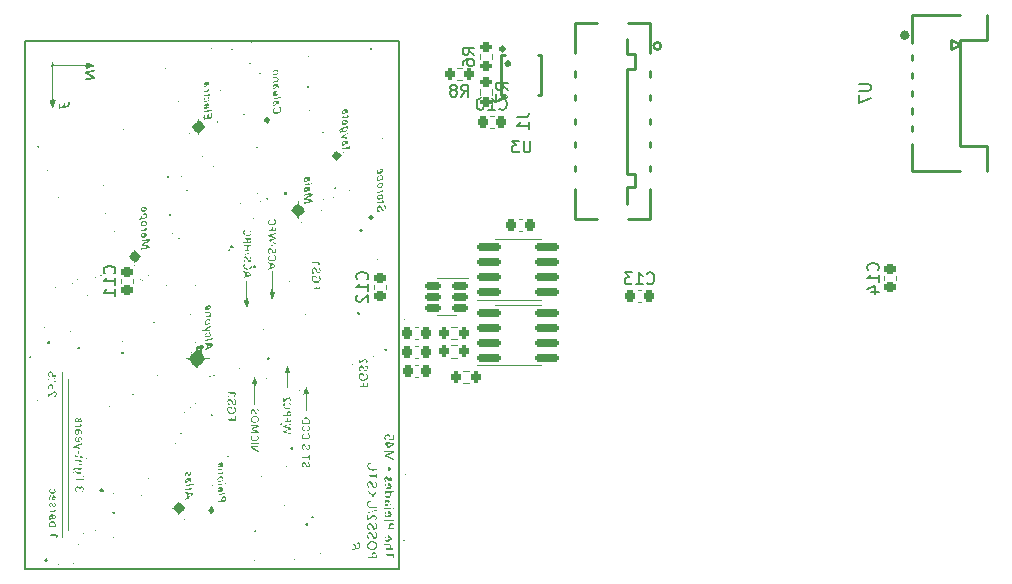
<source format=gbr>
%TF.GenerationSoftware,KiCad,Pcbnew,9.0.3*%
%TF.CreationDate,2025-09-24T18:51:33-07:00*%
%TF.ProjectId,battery_pack_v2,62617474-6572-4795-9f70-61636b5f7632,rev?*%
%TF.SameCoordinates,Original*%
%TF.FileFunction,Legend,Bot*%
%TF.FilePolarity,Positive*%
%FSLAX46Y46*%
G04 Gerber Fmt 4.6, Leading zero omitted, Abs format (unit mm)*
G04 Created by KiCad (PCBNEW 9.0.3) date 2025-09-24 18:51:33*
%MOMM*%
%LPD*%
G01*
G04 APERTURE LIST*
G04 Aperture macros list*
%AMRoundRect*
0 Rectangle with rounded corners*
0 $1 Rounding radius*
0 $2 $3 $4 $5 $6 $7 $8 $9 X,Y pos of 4 corners*
0 Add a 4 corners polygon primitive as box body*
4,1,4,$2,$3,$4,$5,$6,$7,$8,$9,$2,$3,0*
0 Add four circle primitives for the rounded corners*
1,1,$1+$1,$2,$3*
1,1,$1+$1,$4,$5*
1,1,$1+$1,$6,$7*
1,1,$1+$1,$8,$9*
0 Add four rect primitives between the rounded corners*
20,1,$1+$1,$2,$3,$4,$5,0*
20,1,$1+$1,$4,$5,$6,$7,0*
20,1,$1+$1,$6,$7,$8,$9,0*
20,1,$1+$1,$8,$9,$2,$3,0*%
G04 Aperture macros list end*
%ADD10C,0.150000*%
%ADD11C,0.120000*%
%ADD12C,0.250000*%
%ADD13C,0.400000*%
%ADD14C,0.300000*%
%ADD15C,0.000000*%
%ADD16C,0.500000*%
%ADD17C,5.000000*%
%ADD18C,3.300000*%
%ADD19C,2.400000*%
%ADD20O,3.500000X2.500000*%
%ADD21C,2.000000*%
%ADD22RoundRect,0.150000X-0.825000X-0.150000X0.825000X-0.150000X0.825000X0.150000X-0.825000X0.150000X0*%
%ADD23RoundRect,0.200000X0.200000X0.275000X-0.200000X0.275000X-0.200000X-0.275000X0.200000X-0.275000X0*%
%ADD24RoundRect,0.150000X0.512500X0.150000X-0.512500X0.150000X-0.512500X-0.150000X0.512500X-0.150000X0*%
%ADD25RoundRect,0.225000X0.225000X0.250000X-0.225000X0.250000X-0.225000X-0.250000X0.225000X-0.250000X0*%
%ADD26RoundRect,0.200000X-0.200000X-0.275000X0.200000X-0.275000X0.200000X0.275000X-0.200000X0.275000X0*%
%ADD27RoundRect,0.225000X-0.250000X0.225000X-0.250000X-0.225000X0.250000X-0.225000X0.250000X0.225000X0*%
%ADD28RoundRect,0.225000X-0.225000X-0.250000X0.225000X-0.250000X0.225000X0.250000X-0.225000X0.250000X0*%
%ADD29R,1.500000X0.600000*%
%ADD30R,1.800000X1.250000*%
%ADD31O,0.360000X1.690000*%
%ADD32R,2.500000X1.100000*%
%ADD33R,2.200000X2.000000*%
%ADD34RoundRect,0.200000X0.275000X-0.200000X0.275000X0.200000X-0.275000X0.200000X-0.275000X-0.200000X0*%
%ADD35RoundRect,0.200000X-0.275000X0.200000X-0.275000X-0.200000X0.275000X-0.200000X0.275000X0.200000X0*%
G04 APERTURE END LIST*
D10*
X114000000Y-69700000D02*
X145600000Y-69700000D01*
X145600000Y-114400000D01*
X114000000Y-114400000D01*
X114000000Y-69700000D01*
X154142857Y-75429580D02*
X154190476Y-75477200D01*
X154190476Y-75477200D02*
X154333333Y-75524819D01*
X154333333Y-75524819D02*
X154428571Y-75524819D01*
X154428571Y-75524819D02*
X154571428Y-75477200D01*
X154571428Y-75477200D02*
X154666666Y-75381961D01*
X154666666Y-75381961D02*
X154714285Y-75286723D01*
X154714285Y-75286723D02*
X154761904Y-75096247D01*
X154761904Y-75096247D02*
X154761904Y-74953390D01*
X154761904Y-74953390D02*
X154714285Y-74762914D01*
X154714285Y-74762914D02*
X154666666Y-74667676D01*
X154666666Y-74667676D02*
X154571428Y-74572438D01*
X154571428Y-74572438D02*
X154428571Y-74524819D01*
X154428571Y-74524819D02*
X154333333Y-74524819D01*
X154333333Y-74524819D02*
X154190476Y-74572438D01*
X154190476Y-74572438D02*
X154142857Y-74620057D01*
X153190476Y-75524819D02*
X153761904Y-75524819D01*
X153476190Y-75524819D02*
X153476190Y-74524819D01*
X153476190Y-74524819D02*
X153571428Y-74667676D01*
X153571428Y-74667676D02*
X153666666Y-74762914D01*
X153666666Y-74762914D02*
X153761904Y-74810533D01*
X152571428Y-74524819D02*
X152476190Y-74524819D01*
X152476190Y-74524819D02*
X152380952Y-74572438D01*
X152380952Y-74572438D02*
X152333333Y-74620057D01*
X152333333Y-74620057D02*
X152285714Y-74715295D01*
X152285714Y-74715295D02*
X152238095Y-74905771D01*
X152238095Y-74905771D02*
X152238095Y-75143866D01*
X152238095Y-75143866D02*
X152285714Y-75334342D01*
X152285714Y-75334342D02*
X152333333Y-75429580D01*
X152333333Y-75429580D02*
X152380952Y-75477200D01*
X152380952Y-75477200D02*
X152476190Y-75524819D01*
X152476190Y-75524819D02*
X152571428Y-75524819D01*
X152571428Y-75524819D02*
X152666666Y-75477200D01*
X152666666Y-75477200D02*
X152714285Y-75429580D01*
X152714285Y-75429580D02*
X152761904Y-75334342D01*
X152761904Y-75334342D02*
X152809523Y-75143866D01*
X152809523Y-75143866D02*
X152809523Y-74905771D01*
X152809523Y-74905771D02*
X152761904Y-74715295D01*
X152761904Y-74715295D02*
X152714285Y-74620057D01*
X152714285Y-74620057D02*
X152666666Y-74572438D01*
X152666666Y-74572438D02*
X152571428Y-74524819D01*
X150916666Y-74384819D02*
X151249999Y-73908628D01*
X151488094Y-74384819D02*
X151488094Y-73384819D01*
X151488094Y-73384819D02*
X151107142Y-73384819D01*
X151107142Y-73384819D02*
X151011904Y-73432438D01*
X151011904Y-73432438D02*
X150964285Y-73480057D01*
X150964285Y-73480057D02*
X150916666Y-73575295D01*
X150916666Y-73575295D02*
X150916666Y-73718152D01*
X150916666Y-73718152D02*
X150964285Y-73813390D01*
X150964285Y-73813390D02*
X151011904Y-73861009D01*
X151011904Y-73861009D02*
X151107142Y-73908628D01*
X151107142Y-73908628D02*
X151488094Y-73908628D01*
X150345237Y-73813390D02*
X150440475Y-73765771D01*
X150440475Y-73765771D02*
X150488094Y-73718152D01*
X150488094Y-73718152D02*
X150535713Y-73622914D01*
X150535713Y-73622914D02*
X150535713Y-73575295D01*
X150535713Y-73575295D02*
X150488094Y-73480057D01*
X150488094Y-73480057D02*
X150440475Y-73432438D01*
X150440475Y-73432438D02*
X150345237Y-73384819D01*
X150345237Y-73384819D02*
X150154761Y-73384819D01*
X150154761Y-73384819D02*
X150059523Y-73432438D01*
X150059523Y-73432438D02*
X150011904Y-73480057D01*
X150011904Y-73480057D02*
X149964285Y-73575295D01*
X149964285Y-73575295D02*
X149964285Y-73622914D01*
X149964285Y-73622914D02*
X150011904Y-73718152D01*
X150011904Y-73718152D02*
X150059523Y-73765771D01*
X150059523Y-73765771D02*
X150154761Y-73813390D01*
X150154761Y-73813390D02*
X150345237Y-73813390D01*
X150345237Y-73813390D02*
X150440475Y-73861009D01*
X150440475Y-73861009D02*
X150488094Y-73908628D01*
X150488094Y-73908628D02*
X150535713Y-74003866D01*
X150535713Y-74003866D02*
X150535713Y-74194342D01*
X150535713Y-74194342D02*
X150488094Y-74289580D01*
X150488094Y-74289580D02*
X150440475Y-74337200D01*
X150440475Y-74337200D02*
X150345237Y-74384819D01*
X150345237Y-74384819D02*
X150154761Y-74384819D01*
X150154761Y-74384819D02*
X150059523Y-74337200D01*
X150059523Y-74337200D02*
X150011904Y-74289580D01*
X150011904Y-74289580D02*
X149964285Y-74194342D01*
X149964285Y-74194342D02*
X149964285Y-74003866D01*
X149964285Y-74003866D02*
X150011904Y-73908628D01*
X150011904Y-73908628D02*
X150059523Y-73861009D01*
X150059523Y-73861009D02*
X150154761Y-73813390D01*
X121529580Y-89357142D02*
X121577200Y-89309523D01*
X121577200Y-89309523D02*
X121624819Y-89166666D01*
X121624819Y-89166666D02*
X121624819Y-89071428D01*
X121624819Y-89071428D02*
X121577200Y-88928571D01*
X121577200Y-88928571D02*
X121481961Y-88833333D01*
X121481961Y-88833333D02*
X121386723Y-88785714D01*
X121386723Y-88785714D02*
X121196247Y-88738095D01*
X121196247Y-88738095D02*
X121053390Y-88738095D01*
X121053390Y-88738095D02*
X120862914Y-88785714D01*
X120862914Y-88785714D02*
X120767676Y-88833333D01*
X120767676Y-88833333D02*
X120672438Y-88928571D01*
X120672438Y-88928571D02*
X120624819Y-89071428D01*
X120624819Y-89071428D02*
X120624819Y-89166666D01*
X120624819Y-89166666D02*
X120672438Y-89309523D01*
X120672438Y-89309523D02*
X120720057Y-89357142D01*
X121624819Y-90309523D02*
X121624819Y-89738095D01*
X121624819Y-90023809D02*
X120624819Y-90023809D01*
X120624819Y-90023809D02*
X120767676Y-89928571D01*
X120767676Y-89928571D02*
X120862914Y-89833333D01*
X120862914Y-89833333D02*
X120910533Y-89738095D01*
X121624819Y-91261904D02*
X121624819Y-90690476D01*
X121624819Y-90976190D02*
X120624819Y-90976190D01*
X120624819Y-90976190D02*
X120767676Y-90880952D01*
X120767676Y-90880952D02*
X120862914Y-90785714D01*
X120862914Y-90785714D02*
X120910533Y-90690476D01*
X186179580Y-89107142D02*
X186227200Y-89059523D01*
X186227200Y-89059523D02*
X186274819Y-88916666D01*
X186274819Y-88916666D02*
X186274819Y-88821428D01*
X186274819Y-88821428D02*
X186227200Y-88678571D01*
X186227200Y-88678571D02*
X186131961Y-88583333D01*
X186131961Y-88583333D02*
X186036723Y-88535714D01*
X186036723Y-88535714D02*
X185846247Y-88488095D01*
X185846247Y-88488095D02*
X185703390Y-88488095D01*
X185703390Y-88488095D02*
X185512914Y-88535714D01*
X185512914Y-88535714D02*
X185417676Y-88583333D01*
X185417676Y-88583333D02*
X185322438Y-88678571D01*
X185322438Y-88678571D02*
X185274819Y-88821428D01*
X185274819Y-88821428D02*
X185274819Y-88916666D01*
X185274819Y-88916666D02*
X185322438Y-89059523D01*
X185322438Y-89059523D02*
X185370057Y-89107142D01*
X186274819Y-90059523D02*
X186274819Y-89488095D01*
X186274819Y-89773809D02*
X185274819Y-89773809D01*
X185274819Y-89773809D02*
X185417676Y-89678571D01*
X185417676Y-89678571D02*
X185512914Y-89583333D01*
X185512914Y-89583333D02*
X185560533Y-89488095D01*
X185608152Y-90916666D02*
X186274819Y-90916666D01*
X185227200Y-90678571D02*
X185941485Y-90440476D01*
X185941485Y-90440476D02*
X185941485Y-91059523D01*
X184577319Y-73338095D02*
X185386842Y-73338095D01*
X185386842Y-73338095D02*
X185482080Y-73385714D01*
X185482080Y-73385714D02*
X185529700Y-73433333D01*
X185529700Y-73433333D02*
X185577319Y-73528571D01*
X185577319Y-73528571D02*
X185577319Y-73719047D01*
X185577319Y-73719047D02*
X185529700Y-73814285D01*
X185529700Y-73814285D02*
X185482080Y-73861904D01*
X185482080Y-73861904D02*
X185386842Y-73909523D01*
X185386842Y-73909523D02*
X184577319Y-73909523D01*
X184577319Y-74290476D02*
X184577319Y-74957142D01*
X184577319Y-74957142D02*
X185577319Y-74528571D01*
X156761904Y-78104819D02*
X156761904Y-78914342D01*
X156761904Y-78914342D02*
X156714285Y-79009580D01*
X156714285Y-79009580D02*
X156666666Y-79057200D01*
X156666666Y-79057200D02*
X156571428Y-79104819D01*
X156571428Y-79104819D02*
X156380952Y-79104819D01*
X156380952Y-79104819D02*
X156285714Y-79057200D01*
X156285714Y-79057200D02*
X156238095Y-79009580D01*
X156238095Y-79009580D02*
X156190476Y-78914342D01*
X156190476Y-78914342D02*
X156190476Y-78104819D01*
X155809523Y-78104819D02*
X155190476Y-78104819D01*
X155190476Y-78104819D02*
X155523809Y-78485771D01*
X155523809Y-78485771D02*
X155380952Y-78485771D01*
X155380952Y-78485771D02*
X155285714Y-78533390D01*
X155285714Y-78533390D02*
X155238095Y-78581009D01*
X155238095Y-78581009D02*
X155190476Y-78676247D01*
X155190476Y-78676247D02*
X155190476Y-78914342D01*
X155190476Y-78914342D02*
X155238095Y-79009580D01*
X155238095Y-79009580D02*
X155285714Y-79057200D01*
X155285714Y-79057200D02*
X155380952Y-79104819D01*
X155380952Y-79104819D02*
X155666666Y-79104819D01*
X155666666Y-79104819D02*
X155761904Y-79057200D01*
X155761904Y-79057200D02*
X155809523Y-79009580D01*
X166642857Y-90179580D02*
X166690476Y-90227200D01*
X166690476Y-90227200D02*
X166833333Y-90274819D01*
X166833333Y-90274819D02*
X166928571Y-90274819D01*
X166928571Y-90274819D02*
X167071428Y-90227200D01*
X167071428Y-90227200D02*
X167166666Y-90131961D01*
X167166666Y-90131961D02*
X167214285Y-90036723D01*
X167214285Y-90036723D02*
X167261904Y-89846247D01*
X167261904Y-89846247D02*
X167261904Y-89703390D01*
X167261904Y-89703390D02*
X167214285Y-89512914D01*
X167214285Y-89512914D02*
X167166666Y-89417676D01*
X167166666Y-89417676D02*
X167071428Y-89322438D01*
X167071428Y-89322438D02*
X166928571Y-89274819D01*
X166928571Y-89274819D02*
X166833333Y-89274819D01*
X166833333Y-89274819D02*
X166690476Y-89322438D01*
X166690476Y-89322438D02*
X166642857Y-89370057D01*
X165690476Y-90274819D02*
X166261904Y-90274819D01*
X165976190Y-90274819D02*
X165976190Y-89274819D01*
X165976190Y-89274819D02*
X166071428Y-89417676D01*
X166071428Y-89417676D02*
X166166666Y-89512914D01*
X166166666Y-89512914D02*
X166261904Y-89560533D01*
X165357142Y-89274819D02*
X164738095Y-89274819D01*
X164738095Y-89274819D02*
X165071428Y-89655771D01*
X165071428Y-89655771D02*
X164928571Y-89655771D01*
X164928571Y-89655771D02*
X164833333Y-89703390D01*
X164833333Y-89703390D02*
X164785714Y-89751009D01*
X164785714Y-89751009D02*
X164738095Y-89846247D01*
X164738095Y-89846247D02*
X164738095Y-90084342D01*
X164738095Y-90084342D02*
X164785714Y-90179580D01*
X164785714Y-90179580D02*
X164833333Y-90227200D01*
X164833333Y-90227200D02*
X164928571Y-90274819D01*
X164928571Y-90274819D02*
X165214285Y-90274819D01*
X165214285Y-90274819D02*
X165309523Y-90227200D01*
X165309523Y-90227200D02*
X165357142Y-90179580D01*
X155605325Y-76136336D02*
X156319610Y-76136336D01*
X156319610Y-76136336D02*
X156462467Y-76088717D01*
X156462467Y-76088717D02*
X156557706Y-75993479D01*
X156557706Y-75993479D02*
X156605325Y-75850622D01*
X156605325Y-75850622D02*
X156605325Y-75755384D01*
X156605325Y-77136336D02*
X156605325Y-76564908D01*
X156605325Y-76850622D02*
X155605325Y-76850622D01*
X155605325Y-76850622D02*
X155748182Y-76755384D01*
X155748182Y-76755384D02*
X155843420Y-76660146D01*
X155843420Y-76660146D02*
X155891039Y-76564908D01*
X154884819Y-73833333D02*
X154408628Y-73500000D01*
X154884819Y-73261905D02*
X153884819Y-73261905D01*
X153884819Y-73261905D02*
X153884819Y-73642857D01*
X153884819Y-73642857D02*
X153932438Y-73738095D01*
X153932438Y-73738095D02*
X153980057Y-73785714D01*
X153980057Y-73785714D02*
X154075295Y-73833333D01*
X154075295Y-73833333D02*
X154218152Y-73833333D01*
X154218152Y-73833333D02*
X154313390Y-73785714D01*
X154313390Y-73785714D02*
X154361009Y-73738095D01*
X154361009Y-73738095D02*
X154408628Y-73642857D01*
X154408628Y-73642857D02*
X154408628Y-73261905D01*
X153884819Y-74166667D02*
X153884819Y-74833333D01*
X153884819Y-74833333D02*
X154884819Y-74404762D01*
X152024819Y-70833333D02*
X151548628Y-70500000D01*
X152024819Y-70261905D02*
X151024819Y-70261905D01*
X151024819Y-70261905D02*
X151024819Y-70642857D01*
X151024819Y-70642857D02*
X151072438Y-70738095D01*
X151072438Y-70738095D02*
X151120057Y-70785714D01*
X151120057Y-70785714D02*
X151215295Y-70833333D01*
X151215295Y-70833333D02*
X151358152Y-70833333D01*
X151358152Y-70833333D02*
X151453390Y-70785714D01*
X151453390Y-70785714D02*
X151501009Y-70738095D01*
X151501009Y-70738095D02*
X151548628Y-70642857D01*
X151548628Y-70642857D02*
X151548628Y-70261905D01*
X151024819Y-71690476D02*
X151024819Y-71500000D01*
X151024819Y-71500000D02*
X151072438Y-71404762D01*
X151072438Y-71404762D02*
X151120057Y-71357143D01*
X151120057Y-71357143D02*
X151262914Y-71261905D01*
X151262914Y-71261905D02*
X151453390Y-71214286D01*
X151453390Y-71214286D02*
X151834342Y-71214286D01*
X151834342Y-71214286D02*
X151929580Y-71261905D01*
X151929580Y-71261905D02*
X151977200Y-71309524D01*
X151977200Y-71309524D02*
X152024819Y-71404762D01*
X152024819Y-71404762D02*
X152024819Y-71595238D01*
X152024819Y-71595238D02*
X151977200Y-71690476D01*
X151977200Y-71690476D02*
X151929580Y-71738095D01*
X151929580Y-71738095D02*
X151834342Y-71785714D01*
X151834342Y-71785714D02*
X151596247Y-71785714D01*
X151596247Y-71785714D02*
X151501009Y-71738095D01*
X151501009Y-71738095D02*
X151453390Y-71690476D01*
X151453390Y-71690476D02*
X151405771Y-71595238D01*
X151405771Y-71595238D02*
X151405771Y-71404762D01*
X151405771Y-71404762D02*
X151453390Y-71309524D01*
X151453390Y-71309524D02*
X151501009Y-71261905D01*
X151501009Y-71261905D02*
X151596247Y-71214286D01*
X142929580Y-89857142D02*
X142977200Y-89809523D01*
X142977200Y-89809523D02*
X143024819Y-89666666D01*
X143024819Y-89666666D02*
X143024819Y-89571428D01*
X143024819Y-89571428D02*
X142977200Y-89428571D01*
X142977200Y-89428571D02*
X142881961Y-89333333D01*
X142881961Y-89333333D02*
X142786723Y-89285714D01*
X142786723Y-89285714D02*
X142596247Y-89238095D01*
X142596247Y-89238095D02*
X142453390Y-89238095D01*
X142453390Y-89238095D02*
X142262914Y-89285714D01*
X142262914Y-89285714D02*
X142167676Y-89333333D01*
X142167676Y-89333333D02*
X142072438Y-89428571D01*
X142072438Y-89428571D02*
X142024819Y-89571428D01*
X142024819Y-89571428D02*
X142024819Y-89666666D01*
X142024819Y-89666666D02*
X142072438Y-89809523D01*
X142072438Y-89809523D02*
X142120057Y-89857142D01*
X143024819Y-90809523D02*
X143024819Y-90238095D01*
X143024819Y-90523809D02*
X142024819Y-90523809D01*
X142024819Y-90523809D02*
X142167676Y-90428571D01*
X142167676Y-90428571D02*
X142262914Y-90333333D01*
X142262914Y-90333333D02*
X142310533Y-90238095D01*
X142120057Y-91190476D02*
X142072438Y-91238095D01*
X142072438Y-91238095D02*
X142024819Y-91333333D01*
X142024819Y-91333333D02*
X142024819Y-91571428D01*
X142024819Y-91571428D02*
X142072438Y-91666666D01*
X142072438Y-91666666D02*
X142120057Y-91714285D01*
X142120057Y-91714285D02*
X142215295Y-91761904D01*
X142215295Y-91761904D02*
X142310533Y-91761904D01*
X142310533Y-91761904D02*
X142453390Y-91714285D01*
X142453390Y-91714285D02*
X143024819Y-91142857D01*
X143024819Y-91142857D02*
X143024819Y-91761904D01*
D11*
%TO.C,Q2*%
X155705098Y-92016000D02*
X153755098Y-92015999D01*
X155705098Y-92016000D02*
X157655098Y-92015999D01*
X155705098Y-97135998D02*
X152255098Y-97135999D01*
X155705098Y-97135998D02*
X157655098Y-97135999D01*
%TO.C,R4*%
X150542356Y-93903500D02*
X150067840Y-93903500D01*
X150542356Y-94948500D02*
X150067840Y-94948500D01*
%TO.C,U1*%
X149675099Y-89785999D02*
X148875099Y-89786000D01*
X149675099Y-89785999D02*
X151475099Y-89786000D01*
X149675099Y-92906001D02*
X148875099Y-92906000D01*
X149675099Y-92906001D02*
X150475099Y-92906000D01*
%TO.C,C10*%
X153640581Y-75990000D02*
X153359419Y-75990000D01*
X153640581Y-77010000D02*
X153359419Y-77010000D01*
%TO.C,R8*%
X150512742Y-71977500D02*
X150987258Y-71977500D01*
X150512742Y-73022500D02*
X150987258Y-73022500D01*
%TO.C,C11*%
X122090000Y-89859419D02*
X122090000Y-90140581D01*
X123110000Y-89859419D02*
X123110000Y-90140581D01*
%TO.C,C14*%
X186740000Y-89609419D02*
X186740000Y-89890581D01*
X187760000Y-89609419D02*
X187760000Y-89890581D01*
%TO.C,C7*%
X146994517Y-97106000D02*
X147275679Y-97106000D01*
X146994517Y-98126000D02*
X147275679Y-98126000D01*
D12*
%TO.C,U7*%
X189112499Y-78380000D02*
X189112500Y-80700000D01*
X189112500Y-67500000D02*
X189112499Y-69820000D01*
X189112500Y-67500000D02*
X193162500Y-67500000D01*
X189112500Y-70880000D02*
X189112500Y-71320000D01*
X189112500Y-72380000D02*
X189112500Y-72820000D01*
X189112500Y-73880000D02*
X189112500Y-74320000D01*
X189112500Y-75380000D02*
X189112500Y-75820000D01*
X189112500Y-76880000D02*
X189112500Y-77320000D01*
X189112500Y-80700000D02*
X193162500Y-80700000D01*
X192412500Y-69600000D02*
X193162500Y-69900000D01*
X192412500Y-70350000D02*
X192412500Y-69600000D01*
X193162500Y-69600000D02*
X195412501Y-69600000D01*
X193162500Y-70050000D02*
X192412500Y-70350000D01*
X193162500Y-78600000D02*
X193162500Y-69600000D01*
X195412500Y-80700000D02*
X195412501Y-78600000D01*
X195412501Y-69600000D02*
X195412500Y-67500000D01*
X195412501Y-78600000D02*
X193162500Y-78600000D01*
D13*
X188662500Y-69190000D02*
G75*
G02*
X188262500Y-69190000I-200000J0D01*
G01*
X188262500Y-69190000D02*
G75*
G02*
X188662500Y-69190000I200000J0D01*
G01*
D11*
%TO.C,C8*%
X146974516Y-93925999D02*
X147255678Y-93925999D01*
X146974516Y-94945999D02*
X147255678Y-94945999D01*
%TO.C,R3*%
X151057840Y-97613500D02*
X151532356Y-97613500D01*
X151057840Y-98658500D02*
X151532356Y-98658500D01*
%TO.C,C9*%
X146984518Y-95476000D02*
X147265680Y-95476000D01*
X146984518Y-96496000D02*
X147265680Y-96496000D01*
D12*
%TO.C,U3*%
X154270000Y-70850000D02*
X154280000Y-70840000D01*
X154270000Y-74220000D02*
X154270000Y-70850000D01*
X154280000Y-70840000D02*
X154610000Y-70840000D01*
X154300000Y-74230000D02*
X154280000Y-74210000D01*
X154610000Y-74230000D02*
X154300000Y-74230000D01*
X157390000Y-70840000D02*
X157660000Y-70840000D01*
X157660000Y-70840000D02*
X157660000Y-74230000D01*
X157660000Y-74230000D02*
X157390000Y-74230000D01*
D14*
X154540001Y-70350000D02*
G75*
G02*
X154240001Y-70350000I-150000J0D01*
G01*
X154240001Y-70350000D02*
G75*
G02*
X154540001Y-70350000I150000J0D01*
G01*
X155010000Y-71610000D02*
G75*
G02*
X154710000Y-71610000I-150000J0D01*
G01*
X154710000Y-71610000D02*
G75*
G02*
X155010000Y-71610000I150000J0D01*
G01*
D15*
%TO.C,G\u002A\u002A\u002A*%
G36*
X114668808Y-74647340D02*
G01*
X114640649Y-74675500D01*
X114612489Y-74647340D01*
X114640649Y-74619180D01*
X114668808Y-74647340D01*
G37*
G36*
X114781447Y-113282373D02*
G01*
X114753287Y-113310533D01*
X114725128Y-113282373D01*
X114753287Y-113254214D01*
X114781447Y-113282373D01*
G37*
G36*
X114837766Y-99991021D02*
G01*
X114809607Y-100019180D01*
X114781448Y-99991021D01*
X114809606Y-99962861D01*
X114837766Y-99991021D01*
G37*
G36*
X115063043Y-100103659D02*
G01*
X115034884Y-100131819D01*
X115006724Y-100103659D01*
X115034884Y-100075500D01*
X115063043Y-100103659D01*
G37*
G36*
X115513599Y-94133815D02*
G01*
X115485438Y-94161974D01*
X115457278Y-94133815D01*
X115485438Y-94105654D01*
X115513599Y-94133815D01*
G37*
G36*
X115626236Y-93908537D02*
G01*
X115598077Y-93936697D01*
X115569917Y-93908536D01*
X115598077Y-93880378D01*
X115626236Y-93908537D01*
G37*
G36*
X115626237Y-94753327D02*
G01*
X115598077Y-94781486D01*
X115569917Y-94753327D01*
X115598077Y-94725167D01*
X115626237Y-94753327D01*
G37*
G36*
X115795194Y-74759979D02*
G01*
X115767033Y-74788138D01*
X115738875Y-74759979D01*
X115767034Y-74731819D01*
X115795194Y-74759979D01*
G37*
G36*
X116302068Y-85854879D02*
G01*
X116273908Y-85883039D01*
X116245748Y-85854879D01*
X116273908Y-85826719D01*
X116302068Y-85854879D01*
G37*
G36*
X116527345Y-98245123D02*
G01*
X116499185Y-98273282D01*
X116471026Y-98245123D01*
X116499185Y-98216963D01*
X116527345Y-98245123D01*
G37*
G36*
X116583664Y-90529380D02*
G01*
X116555504Y-90557540D01*
X116527344Y-90529380D01*
X116555504Y-90501220D01*
X116583664Y-90529380D01*
G37*
G36*
X116696303Y-69747562D02*
G01*
X116668143Y-69775721D01*
X116639983Y-69747562D01*
X116668143Y-69719402D01*
X116696303Y-69747562D01*
G37*
G36*
X117034218Y-81687251D02*
G01*
X117006059Y-81715411D01*
X116977899Y-81687251D01*
X117006059Y-81659092D01*
X117034218Y-81687251D01*
G37*
G36*
X117541092Y-107425167D02*
G01*
X117512932Y-107453327D01*
X117484773Y-107425167D01*
X117512932Y-107397007D01*
X117541092Y-107425167D01*
G37*
G36*
X117879008Y-105566631D02*
G01*
X117850848Y-105594790D01*
X117822689Y-105566631D01*
X117850847Y-105538471D01*
X117879008Y-105566631D01*
G37*
G36*
X117991646Y-105791909D02*
G01*
X117963487Y-105820067D01*
X117935327Y-105791908D01*
X117963487Y-105763748D01*
X117991646Y-105791909D01*
G37*
G36*
X118442201Y-89853548D02*
G01*
X118414041Y-89881708D01*
X118385881Y-89853549D01*
X118414041Y-89825389D01*
X118442201Y-89853548D01*
G37*
G36*
X118611159Y-95429158D02*
G01*
X118582999Y-95457318D01*
X118554839Y-95429158D01*
X118582999Y-95400999D01*
X118611159Y-95429158D01*
G37*
G36*
X119286990Y-91205211D02*
G01*
X119258830Y-91233371D01*
X119230671Y-91205211D01*
X119258830Y-91177052D01*
X119286990Y-91205211D01*
G37*
G36*
X119286990Y-99822063D02*
G01*
X119258830Y-99850223D01*
X119230671Y-99822063D01*
X119258830Y-99793903D01*
X119286990Y-99822063D01*
G37*
G36*
X119624906Y-78364413D02*
G01*
X119596746Y-78392573D01*
X119568587Y-78364413D01*
X119596746Y-78336254D01*
X119624906Y-78364413D01*
G37*
G36*
X119737544Y-107425168D02*
G01*
X119709385Y-107453327D01*
X119681225Y-107425167D01*
X119709385Y-107397007D01*
X119737544Y-107425168D01*
G37*
G36*
X120019141Y-90191463D02*
G01*
X119990980Y-90219624D01*
X119962822Y-90191464D01*
X119990981Y-90163305D01*
X120019141Y-90191463D01*
G37*
G36*
X120638653Y-81912529D02*
G01*
X120610493Y-81940688D01*
X120582334Y-81912529D01*
X120610493Y-81884369D01*
X120638653Y-81912529D01*
G37*
G36*
X120638653Y-84052662D02*
G01*
X120610493Y-84080821D01*
X120582334Y-84052662D01*
X120610493Y-84024502D01*
X120638653Y-84052662D01*
G37*
G36*
X120694972Y-101455322D02*
G01*
X120666813Y-101483482D01*
X120638653Y-101455322D01*
X120666813Y-101427163D01*
X120694972Y-101455322D01*
G37*
G36*
X120807611Y-84277939D02*
G01*
X120779451Y-84306098D01*
X120751292Y-84277939D01*
X120779451Y-84249779D01*
X120807611Y-84277939D01*
G37*
G36*
X120863930Y-109340023D02*
G01*
X120835771Y-109368183D01*
X120807611Y-109340023D01*
X120835771Y-109311863D01*
X120863930Y-109340023D01*
G37*
G36*
X121596081Y-85798560D02*
G01*
X121567920Y-85826719D01*
X121539762Y-85798560D01*
X121567921Y-85770400D01*
X121596081Y-85798560D01*
G37*
G36*
X122215593Y-104665522D02*
G01*
X122187434Y-104693682D01*
X122159275Y-104665522D01*
X122187434Y-104637362D01*
X122215593Y-104665522D01*
G37*
G36*
X122271912Y-87938693D02*
G01*
X122243753Y-87966852D01*
X122215593Y-87938693D01*
X122243753Y-87910533D01*
X122271912Y-87938693D01*
G37*
G36*
X123285660Y-88670843D02*
G01*
X123257500Y-88699003D01*
X123229340Y-88670842D01*
X123257500Y-88642684D01*
X123285660Y-88670843D01*
G37*
G36*
X123623575Y-96780821D02*
G01*
X123595416Y-96808981D01*
X123567256Y-96780821D01*
X123595415Y-96752662D01*
X123623575Y-96780821D01*
G37*
G36*
X123848853Y-108157318D02*
G01*
X123820693Y-108185478D01*
X123792534Y-108157318D01*
X123820693Y-108129158D01*
X123848853Y-108157318D01*
G37*
G36*
X123848853Y-112944458D02*
G01*
X123820693Y-112972617D01*
X123792533Y-112944458D01*
X123820693Y-112916298D01*
X123848853Y-112944458D01*
G37*
G36*
X124186767Y-98188803D02*
G01*
X124158609Y-98216963D01*
X124130449Y-98188803D01*
X124158609Y-98160645D01*
X124186767Y-98188803D01*
G37*
G36*
X124468365Y-106693016D02*
G01*
X124440205Y-106721176D01*
X124412046Y-106693016D01*
X124440205Y-106664857D01*
X124468365Y-106693016D01*
G37*
G36*
X124524684Y-87375500D02*
G01*
X124496523Y-87403659D01*
X124468365Y-87375501D01*
X124496524Y-87347340D01*
X124524684Y-87375500D01*
G37*
G36*
X124749961Y-89853548D02*
G01*
X124721802Y-89881708D01*
X124693642Y-89853549D01*
X124721802Y-89825389D01*
X124749961Y-89853548D01*
G37*
G36*
X124862600Y-90304103D02*
G01*
X124834440Y-90332262D01*
X124806281Y-90304103D01*
X124834441Y-90275943D01*
X124862600Y-90304103D01*
G37*
G36*
X125144196Y-95429158D02*
G01*
X125116037Y-95457318D01*
X125087877Y-95429158D01*
X125116037Y-95400999D01*
X125144196Y-95429158D01*
G37*
G36*
X126101624Y-110522728D02*
G01*
X126073465Y-110550889D01*
X126045304Y-110522728D01*
X126073465Y-110494567D01*
X126101624Y-110522728D01*
G37*
G36*
X126270581Y-95260200D02*
G01*
X126242422Y-95288360D01*
X126214263Y-95260200D01*
X126242422Y-95232041D01*
X126270581Y-95260200D01*
G37*
G36*
X126721136Y-76505877D02*
G01*
X126692977Y-76534036D01*
X126664818Y-76505877D01*
X126692977Y-76477717D01*
X126721136Y-76505877D01*
G37*
G36*
X127228010Y-81124058D02*
G01*
X127199850Y-81152218D01*
X127171691Y-81124058D01*
X127199850Y-81095899D01*
X127228010Y-81124058D01*
G37*
G36*
X127228010Y-108382595D02*
G01*
X127199851Y-108410755D01*
X127171691Y-108382595D01*
X127199850Y-108354435D01*
X127228010Y-108382595D01*
G37*
G36*
X127960161Y-78082817D02*
G01*
X127932001Y-78110975D01*
X127903843Y-78082817D01*
X127932001Y-78054657D01*
X127960161Y-78082817D01*
G37*
G36*
X128354396Y-102750666D02*
G01*
X128326236Y-102778826D01*
X128298077Y-102750666D01*
X128326236Y-102722506D01*
X128354396Y-102750666D01*
G37*
G36*
X128410715Y-95203880D02*
G01*
X128382555Y-95232041D01*
X128354396Y-95203881D01*
X128382555Y-95175721D01*
X128410715Y-95203880D01*
G37*
G36*
X128692313Y-81067739D02*
G01*
X128664152Y-81095899D01*
X128635992Y-81067739D01*
X128664152Y-81039580D01*
X128692313Y-81067739D01*
G37*
G36*
X129706059Y-113958206D02*
G01*
X129677899Y-113986364D01*
X129649740Y-113958205D01*
X129677899Y-113930045D01*
X129706059Y-113958206D01*
G37*
G36*
X129987655Y-80279269D02*
G01*
X129959496Y-80307429D01*
X129931335Y-80279269D01*
X129959496Y-80251108D01*
X129987655Y-80279269D01*
G37*
G36*
X130550848Y-73858870D02*
G01*
X130522690Y-73887030D01*
X130494529Y-73858869D01*
X130522689Y-73830710D01*
X130550848Y-73858870D01*
G37*
G36*
X132803620Y-112831819D02*
G01*
X132775460Y-112859979D01*
X132747301Y-112831819D01*
X132775460Y-112803659D01*
X132803620Y-112831819D01*
G37*
G36*
X133028897Y-109396342D02*
G01*
X133000738Y-109424502D01*
X132972578Y-109396342D01*
X133000737Y-109368183D01*
X133028897Y-109396342D01*
G37*
G36*
X133535771Y-90810976D02*
G01*
X133507611Y-90839136D01*
X133479451Y-90810976D01*
X133507611Y-90782817D01*
X133535771Y-90810976D01*
G37*
G36*
X133648409Y-110297451D02*
G01*
X133620249Y-110325611D01*
X133592090Y-110297451D01*
X133620249Y-110269291D01*
X133648409Y-110297451D01*
G37*
G36*
X133704728Y-97118738D02*
G01*
X133676569Y-97146897D01*
X133648409Y-97118737D01*
X133676569Y-97090577D01*
X133704728Y-97118738D01*
G37*
G36*
X134324241Y-82025167D02*
G01*
X134296081Y-82053327D01*
X134267921Y-82025166D01*
X134296081Y-81997007D01*
X134324241Y-82025167D01*
G37*
G36*
X134380560Y-75604768D02*
G01*
X134352400Y-75632928D01*
X134324241Y-75604768D01*
X134352400Y-75576608D01*
X134380560Y-75604768D01*
G37*
G36*
X135112711Y-99822063D02*
G01*
X135084551Y-99850223D01*
X135056391Y-99822063D01*
X135084552Y-99793903D01*
X135112711Y-99822063D01*
G37*
G36*
X135337988Y-103708094D02*
G01*
X135309828Y-103736254D01*
X135281669Y-103708094D01*
X135309828Y-103679933D01*
X135337988Y-103708094D01*
G37*
G36*
X135506946Y-93795899D02*
G01*
X135478786Y-93824058D01*
X135450626Y-93795899D01*
X135478786Y-93767739D01*
X135506946Y-93795899D01*
G37*
G36*
X135506946Y-111423837D02*
G01*
X135478786Y-111451996D01*
X135450626Y-111423837D01*
X135478786Y-111395677D01*
X135506946Y-111423837D01*
G37*
G36*
X135563266Y-70254435D02*
G01*
X135535105Y-70282596D01*
X135506946Y-70254435D01*
X135535105Y-70226276D01*
X135563266Y-70254435D01*
G37*
G36*
X135957500Y-109002107D02*
G01*
X135929340Y-109030267D01*
X135901181Y-109002107D01*
X135929340Y-108973948D01*
X135957500Y-109002107D01*
G37*
G36*
X136013819Y-71155544D02*
G01*
X135985660Y-71183703D01*
X135957500Y-71155544D01*
X135985660Y-71127384D01*
X136013819Y-71155544D01*
G37*
G36*
X136013819Y-87713415D02*
G01*
X135985660Y-87741575D01*
X135957500Y-87713415D01*
X135985660Y-87685256D01*
X136013819Y-87713415D01*
G37*
G36*
X136013819Y-95316520D02*
G01*
X135985660Y-95344680D01*
X135957500Y-95316520D01*
X135985660Y-95288360D01*
X136013819Y-95316520D01*
G37*
G36*
X136070140Y-106129823D02*
G01*
X136041979Y-106157983D01*
X136013819Y-106129823D01*
X136041979Y-106101664D01*
X136070140Y-106129823D01*
G37*
G36*
X137365482Y-82869956D02*
G01*
X137337323Y-82898117D01*
X137309162Y-82869956D01*
X137337323Y-82841797D01*
X137365482Y-82869956D01*
G37*
G36*
X137365482Y-89065078D02*
G01*
X137337323Y-89093238D01*
X137309163Y-89065078D01*
X137337323Y-89036919D01*
X137365482Y-89065078D01*
G37*
G36*
X137984995Y-95091243D02*
G01*
X137956835Y-95119402D01*
X137928675Y-95091243D01*
X137956835Y-95063083D01*
X137984995Y-95091243D01*
G37*
G36*
X137984995Y-70986586D02*
G01*
X137956835Y-71014746D01*
X137928675Y-70986586D01*
X137956836Y-70958427D01*
X137984995Y-70986586D01*
G37*
G36*
X138942422Y-110128493D02*
G01*
X138914263Y-110156653D01*
X138886103Y-110128493D01*
X138914263Y-110100334D01*
X138942422Y-110128493D01*
G37*
G36*
X138998742Y-113057096D02*
G01*
X138970582Y-113085255D01*
X138942422Y-113057096D01*
X138970582Y-113028937D01*
X138998742Y-113057096D01*
G37*
G36*
X139899850Y-70198116D02*
G01*
X139871691Y-70226276D01*
X139843531Y-70198116D01*
X139871691Y-70169956D01*
X139899850Y-70198116D01*
G37*
G36*
X140125128Y-82926276D02*
G01*
X140096968Y-82954435D01*
X140068808Y-82926276D01*
X140096968Y-82898116D01*
X140125128Y-82926276D01*
G37*
G36*
X140237766Y-105397673D02*
G01*
X140209606Y-105425832D01*
X140181446Y-105397673D01*
X140209606Y-105369513D01*
X140237766Y-105397673D01*
G37*
G36*
X140800959Y-101230045D02*
G01*
X140772798Y-101258205D01*
X140744640Y-101230045D01*
X140772799Y-101201886D01*
X140800959Y-101230045D01*
G37*
G36*
X141758387Y-97062418D02*
G01*
X141730227Y-97090577D01*
X141702068Y-97062418D01*
X141730227Y-97034258D01*
X141758387Y-97062418D01*
G37*
G36*
X142096303Y-71268183D02*
G01*
X142068142Y-71296342D01*
X142039983Y-71268183D01*
X142068143Y-71240023D01*
X142096303Y-71268183D01*
G37*
G36*
X142096303Y-114352440D02*
G01*
X142068143Y-114380599D01*
X142039983Y-114352440D01*
X142068143Y-114324280D01*
X142096303Y-114352440D01*
G37*
G36*
X142265261Y-81180378D02*
G01*
X142237101Y-81208537D01*
X142208941Y-81180378D01*
X142237101Y-81152218D01*
X142265261Y-81180378D01*
G37*
G36*
X142490538Y-69916520D02*
G01*
X142462379Y-69944679D01*
X142434218Y-69916520D01*
X142462378Y-69888360D01*
X142490538Y-69916520D01*
G37*
G36*
X143335327Y-71944014D02*
G01*
X143307167Y-71972174D01*
X143279008Y-71944014D01*
X143307167Y-71915854D01*
X143335327Y-71944014D01*
G37*
G36*
X143729562Y-86136476D02*
G01*
X143701402Y-86164635D01*
X143673243Y-86136475D01*
X143701402Y-86108316D01*
X143729562Y-86136476D01*
G37*
G36*
X144405394Y-73577274D02*
G01*
X144377234Y-73605433D01*
X144349074Y-73577274D01*
X144377234Y-73549114D01*
X144405394Y-73577274D01*
G37*
G36*
X145024906Y-75661087D02*
G01*
X144996746Y-75689246D01*
X144968587Y-75661087D01*
X144996746Y-75632928D01*
X145024906Y-75661087D01*
G37*
G36*
X113974204Y-73398929D02*
G01*
X113983015Y-73415869D01*
X113936656Y-73436475D01*
X113906842Y-73432411D01*
X113899111Y-73398929D01*
X113907366Y-73392190D01*
X113974204Y-73398929D01*
G37*
G36*
X115776421Y-111752365D02*
G01*
X115785232Y-111769306D01*
X115738875Y-111789911D01*
X115709060Y-111785848D01*
X115701329Y-111752365D01*
X115709583Y-111745626D01*
X115776421Y-111752365D01*
G37*
G36*
X115945379Y-80607798D02*
G01*
X115954190Y-80624738D01*
X115907833Y-80645345D01*
X115878017Y-80641280D01*
X115870286Y-80607799D01*
X115878541Y-80601058D01*
X115945379Y-80607798D01*
G37*
G36*
X116853228Y-113957073D02*
G01*
X116846487Y-114023911D01*
X116829548Y-114032722D01*
X116808940Y-113986364D01*
X116813006Y-113956549D01*
X116846486Y-113948818D01*
X116853228Y-113957073D01*
G37*
G36*
X116846487Y-82916889D02*
G01*
X116855298Y-82933829D01*
X116808941Y-82954435D01*
X116779126Y-82950371D01*
X116771395Y-82916889D01*
X116779650Y-82910149D01*
X116846487Y-82916889D01*
G37*
G36*
X118029193Y-108880082D02*
G01*
X118038004Y-108897022D01*
X117991647Y-108917628D01*
X117961831Y-108913564D01*
X117954100Y-108880081D01*
X117962355Y-108873342D01*
X118029193Y-108880082D01*
G37*
G36*
X118085512Y-113892499D02*
G01*
X118094323Y-113909439D01*
X118047966Y-113930045D01*
X118018150Y-113925981D01*
X118010419Y-113892499D01*
X118018674Y-113885759D01*
X118085512Y-113892499D01*
G37*
G36*
X118486488Y-111253747D02*
G01*
X118479747Y-111320585D01*
X118462807Y-111329396D01*
X118442201Y-111283039D01*
X118446265Y-111253223D01*
X118479747Y-111245492D01*
X118486488Y-111253747D01*
G37*
G36*
X118937042Y-111310067D02*
G01*
X118930301Y-111376905D01*
X118913361Y-111385714D01*
X118892754Y-111339358D01*
X118896819Y-111309543D01*
X118930300Y-111301812D01*
X118937042Y-111310067D01*
G37*
G36*
X119950789Y-111084789D02*
G01*
X119944048Y-111151627D01*
X119927110Y-111160438D01*
X119906502Y-111114081D01*
X119910567Y-111084265D01*
X119944048Y-111076534D01*
X119950789Y-111084789D01*
G37*
G36*
X120000368Y-89675204D02*
G01*
X120009179Y-89692144D01*
X119962822Y-89712750D01*
X119933006Y-89708686D01*
X119925275Y-89675204D01*
X119933529Y-89668464D01*
X120000368Y-89675204D01*
G37*
G36*
X121133494Y-100609401D02*
G01*
X121126754Y-100676239D01*
X121109814Y-100685050D01*
X121089207Y-100638693D01*
X121093272Y-100608877D01*
X121126754Y-100601146D01*
X121133494Y-100609401D01*
G37*
G36*
X121464669Y-79312455D02*
G01*
X121473480Y-79329394D01*
X121427123Y-79350001D01*
X121397308Y-79345936D01*
X121389577Y-79312455D01*
X121397831Y-79305714D01*
X121464669Y-79312455D01*
G37*
G36*
X121471410Y-107987228D02*
G01*
X121464669Y-108054066D01*
X121447729Y-108062877D01*
X121427123Y-108016520D01*
X121431188Y-107986704D01*
X121464669Y-107978973D01*
X121471410Y-107987228D01*
G37*
G36*
X121471410Y-111704301D02*
G01*
X121464669Y-111771139D01*
X121447729Y-111779950D01*
X121427123Y-111733593D01*
X121431189Y-111703778D01*
X121464669Y-111696047D01*
X121471410Y-111704301D01*
G37*
G36*
X121527729Y-102693215D02*
G01*
X121520989Y-102760053D01*
X121504049Y-102768864D01*
X121483442Y-102722506D01*
X121487507Y-102692691D01*
X121520989Y-102684960D01*
X121527729Y-102693215D01*
G37*
G36*
X123942718Y-89956802D02*
G01*
X123951529Y-89973740D01*
X123905172Y-89994348D01*
X123875357Y-89990282D01*
X123867625Y-89956801D01*
X123875879Y-89950060D01*
X123942718Y-89956802D01*
G37*
G36*
X124456332Y-89458181D02*
G01*
X124449592Y-89525020D01*
X124432653Y-89533830D01*
X124412046Y-89487474D01*
X124416110Y-89457658D01*
X124449592Y-89449928D01*
X124456332Y-89458181D01*
G37*
G36*
X124505911Y-92998042D02*
G01*
X124514722Y-93014982D01*
X124468365Y-93035588D01*
X124438550Y-93031524D01*
X124430819Y-92998042D01*
X124439073Y-92991302D01*
X124505911Y-92998042D01*
G37*
G36*
X125125423Y-102065448D02*
G01*
X125134234Y-102082387D01*
X125087877Y-102102994D01*
X125058062Y-102098930D01*
X125050332Y-102065448D01*
X125058585Y-102058708D01*
X125125423Y-102065448D01*
G37*
G36*
X125582718Y-108944657D02*
G01*
X125575978Y-109011494D01*
X125559038Y-109020305D01*
X125538431Y-108973948D01*
X125542496Y-108944132D01*
X125575978Y-108936401D01*
X125582718Y-108944657D01*
G37*
G36*
X126026532Y-90351036D02*
G01*
X126035343Y-90367975D01*
X125988986Y-90388582D01*
X125959170Y-90384517D01*
X125951439Y-90351036D01*
X125959694Y-90344295D01*
X126026532Y-90351036D01*
G37*
G36*
X126026532Y-107528419D02*
G01*
X126035343Y-107545359D01*
X125988986Y-107565965D01*
X125959170Y-107561901D01*
X125951439Y-107528419D01*
X125959693Y-107521679D01*
X126026532Y-107528419D01*
G37*
G36*
X126483826Y-85910066D02*
G01*
X126477086Y-85976904D01*
X126460146Y-85985715D01*
X126439540Y-85939358D01*
X126443603Y-85909543D01*
X126477086Y-85901812D01*
X126483826Y-85910066D01*
G37*
G36*
X127497574Y-110127361D02*
G01*
X127490833Y-110194199D01*
X127473894Y-110203010D01*
X127453287Y-110156653D01*
X127457352Y-110126837D01*
X127490833Y-110119107D01*
X127497574Y-110127361D01*
G37*
G36*
X127497574Y-101059955D02*
G01*
X127490833Y-101126793D01*
X127473893Y-101135604D01*
X127453287Y-101089248D01*
X127457352Y-101059432D01*
X127490834Y-101051701D01*
X127497574Y-101059955D01*
G37*
G36*
X127722851Y-95540665D02*
G01*
X127716111Y-95607503D01*
X127699171Y-95616314D01*
X127678564Y-95569957D01*
X127682629Y-95540142D01*
X127716111Y-95532410D01*
X127722851Y-95540665D01*
G37*
G36*
X129462009Y-95926645D02*
G01*
X129470819Y-95943585D01*
X129424462Y-95964192D01*
X129394647Y-95960127D01*
X129386916Y-95926645D01*
X129395171Y-95919905D01*
X129462009Y-95926645D01*
G37*
G36*
X129581387Y-89683460D02*
G01*
X129574647Y-89750296D01*
X129557707Y-89759107D01*
X129537102Y-89712750D01*
X129541165Y-89682935D01*
X129574647Y-89675204D01*
X129581387Y-89683460D01*
G37*
G36*
X129862984Y-107311397D02*
G01*
X129856244Y-107378234D01*
X129839304Y-107387045D01*
X129818698Y-107340688D01*
X129822762Y-107310874D01*
X129856244Y-107303142D01*
X129862984Y-107311397D01*
G37*
G36*
X131439924Y-94808514D02*
G01*
X131433184Y-94875352D01*
X131416244Y-94884164D01*
X131395638Y-94837806D01*
X131399702Y-94807990D01*
X131433184Y-94800260D01*
X131439924Y-94808514D01*
G37*
G36*
X133066443Y-81508907D02*
G01*
X133075254Y-81525847D01*
X133028897Y-81546453D01*
X132999082Y-81542389D01*
X132991351Y-81508907D01*
X132999605Y-81502167D01*
X133066443Y-81508907D01*
G37*
G36*
X133516997Y-72779417D02*
G01*
X133525808Y-72796357D01*
X133479451Y-72816962D01*
X133449636Y-72812899D01*
X133441905Y-72779417D01*
X133450160Y-72772677D01*
X133516997Y-72779417D01*
G37*
G36*
X133692696Y-82530908D02*
G01*
X133685954Y-82597747D01*
X133669015Y-82606557D01*
X133648409Y-82560200D01*
X133652474Y-82530385D01*
X133685955Y-82522654D01*
X133692696Y-82530908D01*
G37*
G36*
X133974292Y-70929135D02*
G01*
X133967553Y-70995973D01*
X133950612Y-71004784D01*
X133930007Y-70958427D01*
X133934070Y-70928611D01*
X133967552Y-70920880D01*
X133974292Y-70929135D01*
G37*
G36*
X134030611Y-106522925D02*
G01*
X134023871Y-106589764D01*
X134006931Y-106598575D01*
X133986325Y-106552218D01*
X133990389Y-106522403D01*
X134023871Y-106514672D01*
X134030611Y-106522925D01*
G37*
G36*
X134249148Y-104261901D02*
G01*
X134257959Y-104278840D01*
X134211602Y-104299447D01*
X134181788Y-104295382D01*
X134174056Y-104261901D01*
X134182310Y-104255160D01*
X134249148Y-104261901D01*
G37*
G36*
X134424846Y-98243991D02*
G01*
X134418106Y-98310829D01*
X134401166Y-98319640D01*
X134380560Y-98273282D01*
X134384624Y-98243467D01*
X134418106Y-98235736D01*
X134424846Y-98243991D01*
G37*
G36*
X134699703Y-87028197D02*
G01*
X134708514Y-87045137D01*
X134662156Y-87065744D01*
X134632341Y-87061679D01*
X134624610Y-87028197D01*
X134632864Y-87021457D01*
X134699703Y-87028197D01*
G37*
G36*
X134981299Y-81959461D02*
G01*
X134990110Y-81976401D01*
X134943753Y-81997007D01*
X134913938Y-81992944D01*
X134906207Y-81959461D01*
X134914461Y-81952721D01*
X134981299Y-81959461D01*
G37*
G36*
X135093938Y-112484517D02*
G01*
X135102749Y-112501457D01*
X135056391Y-112522063D01*
X135026576Y-112517998D01*
X135018845Y-112484517D01*
X135027100Y-112477776D01*
X135093938Y-112484517D01*
G37*
G36*
X136001786Y-92781020D02*
G01*
X135995046Y-92847857D01*
X135978106Y-92856668D01*
X135957500Y-92810311D01*
X135961564Y-92780496D01*
X135995046Y-92772765D01*
X136001786Y-92781020D01*
G37*
G36*
X136339702Y-91035122D02*
G01*
X136332962Y-91101959D01*
X136316022Y-91110770D01*
X136295416Y-91064413D01*
X136299480Y-91034598D01*
X136332962Y-91026867D01*
X136339702Y-91035122D01*
G37*
G36*
X136389281Y-90013120D02*
G01*
X136398092Y-90030060D01*
X136351735Y-90050666D01*
X136321920Y-90046602D01*
X136314189Y-90013120D01*
X136322443Y-90006380D01*
X136389281Y-90013120D01*
G37*
G36*
X136839836Y-113554583D02*
G01*
X136848646Y-113571523D01*
X136802289Y-113592129D01*
X136772474Y-113588065D01*
X136764743Y-113554583D01*
X136772998Y-113547843D01*
X136839836Y-113554583D01*
G37*
G36*
X136952474Y-88379860D02*
G01*
X136961285Y-88396800D01*
X136914928Y-88417407D01*
X136885113Y-88413342D01*
X136877382Y-88379859D01*
X136885636Y-88373120D01*
X136952474Y-88379860D01*
G37*
G36*
X137240811Y-99201419D02*
G01*
X137234071Y-99268257D01*
X137217131Y-99277068D01*
X137196525Y-99230710D01*
X137200589Y-99200896D01*
X137234071Y-99193164D01*
X137240811Y-99201419D01*
G37*
G36*
X137409769Y-85008958D02*
G01*
X137403029Y-85075795D01*
X137386089Y-85084606D01*
X137365481Y-85038249D01*
X137369547Y-85008434D01*
X137403029Y-85000703D01*
X137409769Y-85008958D01*
G37*
G36*
X137747685Y-92781020D02*
G01*
X137740944Y-92847857D01*
X137724004Y-92856668D01*
X137703398Y-92810311D01*
X137707463Y-92780496D01*
X137740944Y-92772765D01*
X137747685Y-92781020D01*
G37*
G36*
X137972962Y-109282572D02*
G01*
X137966221Y-109349410D01*
X137949282Y-109358221D01*
X137928675Y-109311863D01*
X137932740Y-109282048D01*
X137966221Y-109274317D01*
X137972962Y-109282572D01*
G37*
G36*
X138085600Y-75490997D02*
G01*
X138078860Y-75557835D01*
X138061920Y-75566646D01*
X138041314Y-75520289D01*
X138045378Y-75490474D01*
X138078860Y-75482743D01*
X138085600Y-75490997D01*
G37*
G36*
X138986709Y-73350864D02*
G01*
X138979970Y-73417702D01*
X138963029Y-73426513D01*
X138942422Y-73380156D01*
X138946487Y-73350341D01*
X138979970Y-73342610D01*
X138986709Y-73350864D01*
G37*
G36*
X139380944Y-96441774D02*
G01*
X139374204Y-96508611D01*
X139357264Y-96517422D01*
X139336657Y-96471065D01*
X139340722Y-96441249D01*
X139374204Y-96433519D01*
X139380944Y-96441774D01*
G37*
G36*
X140056775Y-95146429D02*
G01*
X140050035Y-95213268D01*
X140033095Y-95222079D01*
X140012489Y-95175721D01*
X140016553Y-95145906D01*
X140050035Y-95138175D01*
X140056775Y-95146429D01*
G37*
G36*
X140613228Y-113104029D02*
G01*
X140622039Y-113120969D01*
X140575682Y-113141575D01*
X140545867Y-113137511D01*
X140538136Y-113104029D01*
X140546390Y-113097290D01*
X140613228Y-113104029D01*
G37*
G36*
X140669547Y-79763009D02*
G01*
X140678358Y-79779949D01*
X140632001Y-79800555D01*
X140602186Y-79796491D01*
X140594455Y-79763009D01*
X140602710Y-79756269D01*
X140669547Y-79763009D01*
G37*
G36*
X141464758Y-82305632D02*
G01*
X141458017Y-82372469D01*
X141441078Y-82381280D01*
X141420472Y-82334923D01*
X141424536Y-82305109D01*
X141458017Y-82297377D01*
X141464758Y-82305632D01*
G37*
G36*
X141570656Y-70751922D02*
G01*
X141579467Y-70768862D01*
X141533110Y-70789470D01*
X141503295Y-70785404D01*
X141495564Y-70751922D01*
X141503817Y-70745182D01*
X141570656Y-70751922D01*
G37*
G36*
X145569327Y-86746601D02*
G01*
X145578137Y-86763541D01*
X145531779Y-86784147D01*
X145501964Y-86780083D01*
X145494233Y-86746601D01*
X145502488Y-86739861D01*
X145569327Y-86746601D01*
G37*
G36*
X146188838Y-106345714D02*
G01*
X146197649Y-106362654D01*
X146151292Y-106383260D01*
X146121477Y-106379196D01*
X146113745Y-106345715D01*
X146122000Y-106338974D01*
X146188838Y-106345714D01*
G37*
G36*
X123200613Y-99567707D02*
G01*
X123206192Y-99597236D01*
X123148185Y-99624945D01*
X123119750Y-99623844D01*
X123062872Y-99597240D01*
X123112810Y-99542872D01*
X123133117Y-99535218D01*
X123200613Y-99567707D01*
G37*
G36*
X125948022Y-71980435D02*
G01*
X125960258Y-72029412D01*
X125944788Y-72047185D01*
X125872455Y-72054248D01*
X125850852Y-72039501D01*
X125826459Y-71990734D01*
X125907831Y-71972174D01*
X125948022Y-71980435D01*
G37*
G36*
X130916356Y-80306510D02*
G01*
X130921933Y-80336039D01*
X130863928Y-80363748D01*
X130835492Y-80362646D01*
X130778615Y-80336043D01*
X130828553Y-80281674D01*
X130848860Y-80274021D01*
X130916356Y-80306510D01*
G37*
G36*
X131217293Y-104806320D02*
G01*
X131213033Y-104835952D01*
X131142201Y-104862639D01*
X131096866Y-104854834D01*
X131081188Y-104813360D01*
X131088329Y-104803373D01*
X131162208Y-104758754D01*
X131217293Y-104806320D01*
G37*
G36*
X132266182Y-83401098D02*
G01*
X132273835Y-83421405D01*
X132241346Y-83488902D01*
X132211817Y-83494479D01*
X132184108Y-83436473D01*
X132185209Y-83408038D01*
X132211813Y-83351160D01*
X132266182Y-83401098D01*
G37*
G36*
X133666188Y-78637636D02*
G01*
X133666706Y-78714623D01*
X133600790Y-78774521D01*
X133555573Y-78772825D01*
X133545243Y-78694735D01*
X133566410Y-78637938D01*
X133621021Y-78603770D01*
X133666188Y-78637636D01*
G37*
G36*
X138281947Y-71924115D02*
G01*
X138294183Y-71973092D01*
X138278713Y-71990866D01*
X138206380Y-71997928D01*
X138184776Y-71983181D01*
X138160383Y-71934415D01*
X138241755Y-71915855D01*
X138281947Y-71924115D01*
G37*
G36*
X143519641Y-96366686D02*
G01*
X143531877Y-96415665D01*
X143516407Y-96433438D01*
X143444074Y-96440500D01*
X143422470Y-96425753D01*
X143398077Y-96376987D01*
X143479449Y-96358427D01*
X143519641Y-96366686D01*
G37*
G36*
X114454696Y-96367816D02*
G01*
X114499850Y-96439582D01*
X114490491Y-96493284D01*
X114435819Y-96557724D01*
X114366908Y-96544626D01*
X114334706Y-96489230D01*
X114344529Y-96400425D01*
X114415371Y-96358427D01*
X114454696Y-96367816D01*
G37*
G36*
X115136605Y-78597546D02*
G01*
X115155104Y-78637692D01*
X115126004Y-78697232D01*
X115059152Y-78699924D01*
X115047441Y-78691345D01*
X115006724Y-78614526D01*
X115008681Y-78598742D01*
X115059052Y-78562677D01*
X115136605Y-78597546D01*
G37*
G36*
X115977614Y-98274919D02*
G01*
X116020470Y-98329602D01*
X116018835Y-98343063D01*
X115964152Y-98385921D01*
X115950690Y-98384284D01*
X115907833Y-98329602D01*
X115909469Y-98316140D01*
X115964152Y-98273282D01*
X115977614Y-98274919D01*
G37*
G36*
X117835167Y-94220442D02*
G01*
X117907167Y-94274613D01*
X117912466Y-94303629D01*
X117854172Y-94330932D01*
X117812211Y-94324039D01*
X117766369Y-94274613D01*
X117767886Y-94261251D01*
X117819365Y-94218294D01*
X117835167Y-94220442D01*
G37*
G36*
X118005108Y-90164941D02*
G01*
X118047966Y-90219624D01*
X118046329Y-90233086D01*
X117991647Y-90275943D01*
X117978185Y-90274307D01*
X117935328Y-90219624D01*
X117936964Y-90206162D01*
X117991647Y-90163305D01*
X118005108Y-90164941D01*
G37*
G36*
X118511265Y-112241112D02*
G01*
X118554839Y-112265302D01*
X118552248Y-112274336D01*
X118498521Y-112324945D01*
X118476704Y-112333745D01*
X118442201Y-112300110D01*
X118444365Y-112283762D01*
X118498520Y-112240466D01*
X118511265Y-112241112D01*
G37*
G36*
X118535561Y-104390723D02*
G01*
X118554839Y-104496564D01*
X118540857Y-104589165D01*
X118498520Y-104637362D01*
X118461479Y-104602405D01*
X118442202Y-104496564D01*
X118456183Y-104403963D01*
X118498520Y-104355766D01*
X118535561Y-104390723D01*
G37*
G36*
X118653397Y-106511879D02*
G01*
X118689671Y-106522758D01*
X118637561Y-106531849D01*
X118498520Y-106535341D01*
X118372665Y-106532649D01*
X118308702Y-106524157D01*
X118343642Y-106511879D01*
X118471481Y-106502452D01*
X118653397Y-106511879D01*
G37*
G36*
X118962536Y-106497535D02*
G01*
X119005394Y-106552218D01*
X119003757Y-106565680D01*
X118949073Y-106608537D01*
X118935613Y-106606901D01*
X118892754Y-106552218D01*
X118894392Y-106538756D01*
X118949074Y-106495898D01*
X118962536Y-106497535D01*
G37*
G36*
X119075175Y-95008400D02*
G01*
X119118032Y-95063083D01*
X119116396Y-95076545D01*
X119061713Y-95119402D01*
X119048251Y-95117766D01*
X119005394Y-95063083D01*
X119007030Y-95049622D01*
X119061713Y-95006764D01*
X119075175Y-95008400D01*
G37*
G36*
X119187812Y-104976915D02*
G01*
X119230672Y-105031597D01*
X119229034Y-105045059D01*
X119174351Y-105087917D01*
X119160890Y-105086280D01*
X119118032Y-105031597D01*
X119119669Y-105018136D01*
X119174351Y-104975278D01*
X119187812Y-104976915D01*
G37*
G36*
X120426838Y-89432790D02*
G01*
X120469695Y-89487473D01*
X120468059Y-89500936D01*
X120413376Y-89543792D01*
X120399914Y-89542156D01*
X120357057Y-89487473D01*
X120358693Y-89474011D01*
X120413376Y-89431154D01*
X120426838Y-89432790D01*
G37*
G36*
X121032887Y-70254435D02*
G01*
X121024282Y-70297380D01*
X120976569Y-70310755D01*
X120959530Y-70299213D01*
X120920250Y-70254435D01*
X120922900Y-70246289D01*
X120976568Y-70198116D01*
X121006398Y-70193606D01*
X121032887Y-70254435D01*
G37*
G36*
X121565516Y-109589568D02*
G01*
X121569245Y-109644261D01*
X121510647Y-109688957D01*
X121427123Y-109677939D01*
X121411742Y-109666411D01*
X121370804Y-109590136D01*
X121411024Y-109544610D01*
X121495726Y-109543949D01*
X121565516Y-109589568D01*
G37*
G36*
X122193144Y-95065674D02*
G01*
X122243753Y-95119402D01*
X122252553Y-95141218D01*
X122218917Y-95175721D01*
X122202569Y-95173557D01*
X122159274Y-95119402D01*
X122159920Y-95106657D01*
X122184110Y-95063083D01*
X122193144Y-95065674D01*
G37*
G36*
X122328232Y-77150225D02*
G01*
X122326068Y-77166572D01*
X122271912Y-77209868D01*
X122259168Y-77209222D01*
X122215593Y-77185032D01*
X122218185Y-77175998D01*
X122271912Y-77125389D01*
X122293728Y-77116590D01*
X122328232Y-77150225D01*
G37*
G36*
X123792533Y-89822065D02*
G01*
X123790369Y-89838414D01*
X123736214Y-89881708D01*
X123723468Y-89881062D01*
X123679895Y-89856872D01*
X123682486Y-89847838D01*
X123736214Y-89797230D01*
X123758030Y-89788429D01*
X123792533Y-89822065D01*
G37*
G36*
X124975238Y-93482819D02*
G01*
X124968314Y-93516331D01*
X124899070Y-93577593D01*
X124805362Y-93570054D01*
X124787589Y-93554584D01*
X124780526Y-93482251D01*
X124848760Y-93437040D01*
X124933718Y-93436875D01*
X124975238Y-93482819D01*
G37*
G36*
X125213261Y-97936012D02*
G01*
X125256835Y-97960202D01*
X125254243Y-97969237D01*
X125200516Y-98019846D01*
X125178700Y-98028646D01*
X125144196Y-97995010D01*
X125146361Y-97978662D01*
X125200516Y-97935367D01*
X125213261Y-97936012D01*
G37*
G36*
X126552179Y-113081932D02*
G01*
X126550014Y-113098280D01*
X126495859Y-113141575D01*
X126483114Y-113140929D01*
X126439540Y-113116739D01*
X126442132Y-113107705D01*
X126495859Y-113057096D01*
X126517675Y-113048296D01*
X126552179Y-113081932D01*
G37*
G36*
X126777456Y-103764413D02*
G01*
X126768850Y-103807359D01*
X126721136Y-103820733D01*
X126704097Y-103809190D01*
X126664817Y-103764413D01*
X126667467Y-103756267D01*
X126721136Y-103708094D01*
X126750965Y-103703583D01*
X126777456Y-103764413D01*
G37*
G36*
X126959875Y-74733456D02*
G01*
X127002733Y-74788138D01*
X127001096Y-74801600D01*
X126946414Y-74844458D01*
X126932952Y-74842821D01*
X126890094Y-74788139D01*
X126891731Y-74774677D01*
X126946414Y-74731819D01*
X126959875Y-74733456D01*
G37*
G36*
X127016195Y-86335229D02*
G01*
X127059052Y-86389912D01*
X127057416Y-86403374D01*
X127002733Y-86446231D01*
X126989271Y-86444595D01*
X126946414Y-86389912D01*
X126948051Y-86376450D01*
X127002733Y-86333593D01*
X127016195Y-86335229D01*
G37*
G36*
X127184436Y-102835791D02*
G01*
X127228010Y-102859981D01*
X127225418Y-102869015D01*
X127171691Y-102919624D01*
X127149875Y-102928425D01*
X127115371Y-102894787D01*
X127117536Y-102878441D01*
X127171691Y-102835145D01*
X127184436Y-102835791D01*
G37*
G36*
X127692026Y-82280241D02*
G01*
X127734884Y-82334923D01*
X127733247Y-82348385D01*
X127678564Y-82391243D01*
X127665103Y-82389606D01*
X127622245Y-82334922D01*
X127623882Y-82321461D01*
X127678564Y-82278603D01*
X127692026Y-82280241D01*
G37*
G36*
X127881393Y-77437737D02*
G01*
X127932001Y-77491464D01*
X127940801Y-77513280D01*
X127907165Y-77547784D01*
X127890818Y-77545619D01*
X127847522Y-77491464D01*
X127848168Y-77478719D01*
X127872358Y-77435145D01*
X127881393Y-77437737D01*
G37*
G36*
X127975597Y-92756284D02*
G01*
X128016480Y-92813635D01*
X128012058Y-92834006D01*
X127960161Y-92838471D01*
X127943306Y-92826911D01*
X127903843Y-92778828D01*
X127905306Y-92773207D01*
X127960161Y-92753992D01*
X127975597Y-92756284D01*
G37*
G36*
X128029942Y-100640329D02*
G01*
X128072799Y-100695012D01*
X128071163Y-100708474D01*
X128016480Y-100751331D01*
X128003019Y-100749695D01*
X127960161Y-100695012D01*
X127961797Y-100681550D01*
X128016480Y-100638693D01*
X128029942Y-100640329D01*
G37*
G36*
X128086261Y-95965828D02*
G01*
X128129119Y-96020512D01*
X128127482Y-96033973D01*
X128072799Y-96076830D01*
X128059338Y-96075194D01*
X128016480Y-96020511D01*
X128018117Y-96007049D01*
X128072799Y-95964192D01*
X128086261Y-95965828D01*
G37*
G36*
X128255219Y-72142768D02*
G01*
X128298077Y-72197451D01*
X128296440Y-72210913D01*
X128241757Y-72253770D01*
X128228296Y-72252134D01*
X128185438Y-72197451D01*
X128187075Y-72183989D01*
X128241757Y-72141132D01*
X128255219Y-72142768D01*
G37*
G36*
X128430282Y-100344592D02*
G01*
X128435902Y-100418226D01*
X128423219Y-100432982D01*
X128349586Y-100438602D01*
X128334829Y-100425918D01*
X128329209Y-100352286D01*
X128341892Y-100337529D01*
X128415525Y-100331909D01*
X128430282Y-100344592D01*
G37*
G36*
X128436624Y-90285474D02*
G01*
X128467034Y-90360422D01*
X128460681Y-90399285D01*
X128410715Y-90444900D01*
X128384807Y-90435370D01*
X128354396Y-90360422D01*
X128360750Y-90321559D01*
X128410715Y-90275943D01*
X128436624Y-90285474D01*
G37*
G36*
X129043689Y-79407957D02*
G01*
X129086547Y-79462639D01*
X129084910Y-79476101D01*
X129030227Y-79518959D01*
X129016766Y-79517322D01*
X128973908Y-79462639D01*
X128975545Y-79449178D01*
X129030227Y-79406320D01*
X129043689Y-79407957D01*
G37*
G36*
X129663201Y-97993323D02*
G01*
X129706059Y-98048005D01*
X129704422Y-98061467D01*
X129649740Y-98104325D01*
X129636278Y-98102688D01*
X129593420Y-98048005D01*
X129595057Y-98034544D01*
X129649740Y-97991686D01*
X129663201Y-97993323D01*
G37*
G36*
X129739929Y-70228867D02*
G01*
X129790538Y-70282595D01*
X129799338Y-70304411D01*
X129765702Y-70338914D01*
X129749354Y-70336750D01*
X129706059Y-70282596D01*
X129706705Y-70269850D01*
X129730895Y-70226276D01*
X129739929Y-70228867D01*
G37*
G36*
X129846370Y-101267710D02*
G01*
X129875017Y-101342684D01*
X129873382Y-101365128D01*
X129826890Y-101425408D01*
X129745136Y-101391148D01*
X129730867Y-101367701D01*
X129748478Y-101295469D01*
X129822021Y-101258205D01*
X129846370Y-101267710D01*
G37*
G36*
X130003092Y-97937659D02*
G01*
X130043975Y-97995010D01*
X130039553Y-98015380D01*
X129987655Y-98019845D01*
X129970801Y-98008286D01*
X129931336Y-97960203D01*
X129932800Y-97954582D01*
X129987655Y-97935367D01*
X130003092Y-97937659D01*
G37*
G36*
X130282713Y-76479354D02*
G01*
X130325571Y-76534036D01*
X130323935Y-76547498D01*
X130269252Y-76590356D01*
X130255790Y-76588719D01*
X130212932Y-76534036D01*
X130214569Y-76520575D01*
X130269252Y-76477717D01*
X130282713Y-76479354D01*
G37*
G36*
X131001402Y-107112087D02*
G01*
X130999239Y-107128435D01*
X130945083Y-107171730D01*
X130932338Y-107171085D01*
X130888764Y-107146894D01*
X130891356Y-107137860D01*
X130945083Y-107087251D01*
X130966899Y-107078450D01*
X131001402Y-107112087D01*
G37*
G36*
X131297307Y-87305829D02*
G01*
X131339318Y-87372176D01*
X131310825Y-87460452D01*
X131239211Y-87499345D01*
X131167780Y-87455803D01*
X131149961Y-87417340D01*
X131149241Y-87335949D01*
X131211727Y-87293700D01*
X131297307Y-87305829D01*
G37*
G36*
X131521738Y-70340551D02*
G01*
X131564595Y-70395234D01*
X131562959Y-70408695D01*
X131508276Y-70451553D01*
X131494814Y-70449916D01*
X131451957Y-70395234D01*
X131453593Y-70381772D01*
X131508276Y-70338914D01*
X131521738Y-70340551D01*
G37*
G36*
X132196853Y-97316500D02*
G01*
X132240427Y-97340690D01*
X132237835Y-97349725D01*
X132184108Y-97400333D01*
X132162292Y-97409134D01*
X132127788Y-97375498D01*
X132129953Y-97359150D01*
X132184108Y-97315854D01*
X132196853Y-97316500D01*
G37*
G36*
X132535485Y-75803522D02*
G01*
X132578343Y-75858205D01*
X132576706Y-75871667D01*
X132522023Y-75914524D01*
X132508562Y-75912888D01*
X132465704Y-75858205D01*
X132467341Y-75844743D01*
X132522023Y-75801886D01*
X132535485Y-75803522D01*
G37*
G36*
X133042359Y-71523256D02*
G01*
X133085216Y-71577939D01*
X133083579Y-71591400D01*
X133028897Y-71634258D01*
X133015435Y-71632621D01*
X132972578Y-71577939D01*
X132974214Y-71564478D01*
X133028897Y-71521619D01*
X133042359Y-71523256D01*
G37*
G36*
X133154997Y-69721039D02*
G01*
X133197855Y-69775721D01*
X133196218Y-69789184D01*
X133141536Y-69832041D01*
X133128074Y-69830404D01*
X133085216Y-69775721D01*
X133086853Y-69762260D01*
X133141536Y-69719402D01*
X133154997Y-69721039D01*
G37*
G36*
X133323955Y-84645651D02*
G01*
X133366813Y-84700333D01*
X133365175Y-84713795D01*
X133310493Y-84756653D01*
X133297032Y-84755016D01*
X133254174Y-84700333D01*
X133255811Y-84686872D01*
X133310493Y-84644014D01*
X133323955Y-84645651D01*
G37*
G36*
X133442699Y-113635945D02*
G01*
X133448319Y-113709578D01*
X133435636Y-113724335D01*
X133362003Y-113729955D01*
X133347246Y-113717272D01*
X133341626Y-113643638D01*
X133354309Y-113628882D01*
X133427942Y-113623262D01*
X133442699Y-113635945D01*
G37*
G36*
X133499592Y-111111693D02*
G01*
X133512862Y-111128460D01*
X133514873Y-111206843D01*
X133454379Y-111263302D01*
X133368985Y-111256222D01*
X133334933Y-111215495D01*
X133372955Y-111134839D01*
X133424853Y-111090984D01*
X133499592Y-111111693D01*
G37*
G36*
X133886433Y-83236678D02*
G01*
X133930006Y-83260868D01*
X133927414Y-83269902D01*
X133873686Y-83320511D01*
X133851870Y-83329311D01*
X133817367Y-83295675D01*
X133819531Y-83279327D01*
X133873686Y-83236032D01*
X133886433Y-83236678D01*
G37*
G36*
X133887148Y-72368045D02*
G01*
X133930006Y-72422729D01*
X133928369Y-72436190D01*
X133873686Y-72479047D01*
X133860225Y-72477411D01*
X133817367Y-72422728D01*
X133819004Y-72409266D01*
X133873686Y-72366409D01*
X133887148Y-72368045D01*
G37*
G36*
X134231169Y-94093151D02*
G01*
X134236788Y-94166784D01*
X134224106Y-94181541D01*
X134150473Y-94187161D01*
X134135716Y-94174479D01*
X134130096Y-94100845D01*
X134142779Y-94086088D01*
X134216412Y-94080468D01*
X134231169Y-94093151D01*
G37*
G36*
X134549518Y-83038914D02*
G01*
X134546024Y-83093369D01*
X134511005Y-83119320D01*
X134408604Y-83087396D01*
X134348927Y-83049858D01*
X134389918Y-83003780D01*
X134433841Y-82978528D01*
X134521687Y-82963140D01*
X134549518Y-83038914D01*
G37*
G36*
X135351450Y-90840773D02*
G01*
X135394307Y-90895455D01*
X135392671Y-90908917D01*
X135337988Y-90951775D01*
X135324526Y-90950137D01*
X135281669Y-90895455D01*
X135283305Y-90881994D01*
X135337988Y-90839136D01*
X135351450Y-90840773D01*
G37*
G36*
X135722540Y-102030209D02*
G01*
X135711419Y-102132295D01*
X135684044Y-102175167D01*
X135619982Y-102187719D01*
X135610283Y-102181224D01*
X135565784Y-102098061D01*
X135623331Y-102016199D01*
X135669318Y-101997927D01*
X135722540Y-102030209D01*
G37*
G36*
X136139920Y-105652746D02*
G01*
X136182777Y-105707429D01*
X136181141Y-105720890D01*
X136126458Y-105763748D01*
X136112997Y-105762111D01*
X136070139Y-105707429D01*
X136071775Y-105693967D01*
X136126458Y-105651109D01*
X136139920Y-105652746D01*
G37*
G36*
X137152951Y-97879693D02*
G01*
X137196524Y-97903883D01*
X137193933Y-97912917D01*
X137140205Y-97963527D01*
X137118389Y-97972326D01*
X137083886Y-97938689D01*
X137086050Y-97922343D01*
X137140205Y-97879047D01*
X137152951Y-97879693D01*
G37*
G36*
X138293506Y-81669838D02*
G01*
X138322910Y-81746894D01*
X138314806Y-81787122D01*
X138266591Y-81799890D01*
X138251210Y-81788363D01*
X138210273Y-81712087D01*
X138211884Y-81699514D01*
X138266591Y-81659092D01*
X138293506Y-81669838D01*
G37*
G36*
X139068423Y-83969700D02*
G01*
X139111380Y-84021178D01*
X139109232Y-84036979D01*
X139055061Y-84108981D01*
X139026045Y-84114279D01*
X138998742Y-84055985D01*
X139005634Y-84014025D01*
X139055061Y-83968183D01*
X139068423Y-83969700D01*
G37*
G36*
X139234722Y-77328860D02*
G01*
X139280338Y-77378826D01*
X139270808Y-77404734D01*
X139195859Y-77435145D01*
X139156997Y-77428791D01*
X139111380Y-77378826D01*
X139120911Y-77352917D01*
X139195859Y-77322505D01*
X139234722Y-77328860D01*
G37*
G36*
X139237481Y-83012391D02*
G01*
X139280338Y-83067074D01*
X139278702Y-83080536D01*
X139224019Y-83123393D01*
X139210557Y-83121757D01*
X139167700Y-83067074D01*
X139169336Y-83053612D01*
X139224019Y-83010755D01*
X139237481Y-83012391D01*
G37*
G36*
X139392977Y-88864637D02*
G01*
X139390813Y-88880985D01*
X139336658Y-88924280D01*
X139323912Y-88923634D01*
X139280338Y-88899444D01*
X139282930Y-88890410D01*
X139336657Y-88839801D01*
X139358473Y-88831001D01*
X139392977Y-88864637D01*
G37*
G36*
X140294085Y-82081485D02*
G01*
X140324112Y-82109639D01*
X140303900Y-82178679D01*
X140274814Y-82198218D01*
X140181447Y-82194125D01*
X140151421Y-82165973D01*
X140171633Y-82096933D01*
X140200718Y-82077393D01*
X140294085Y-82081485D01*
G37*
G36*
X140939506Y-78965298D02*
G01*
X140969917Y-79040245D01*
X140963563Y-79079106D01*
X140913598Y-79124724D01*
X140887689Y-79115193D01*
X140857278Y-79040245D01*
X140863632Y-79001381D01*
X140913598Y-78955766D01*
X140939506Y-78965298D01*
G37*
G36*
X141771849Y-75184009D02*
G01*
X141814705Y-75238693D01*
X141813070Y-75252154D01*
X141758387Y-75295012D01*
X141744925Y-75293375D01*
X141702068Y-75238693D01*
X141703704Y-75225231D01*
X141758387Y-75182373D01*
X141771849Y-75184009D01*
G37*
G36*
X143420102Y-84475335D02*
G01*
X143553120Y-84600299D01*
X143419672Y-84733747D01*
X143286224Y-84867195D01*
X143144300Y-84741525D01*
X143002373Y-84615854D01*
X143144729Y-84483113D01*
X143287084Y-84350371D01*
X143420102Y-84475335D01*
G37*
G36*
X143855662Y-88081127D02*
G01*
X143898519Y-88135810D01*
X143896883Y-88149272D01*
X143842201Y-88192129D01*
X143828739Y-88190493D01*
X143785882Y-88135810D01*
X143787518Y-88122348D01*
X143842201Y-88079491D01*
X143855662Y-88081127D01*
G37*
G36*
X144249897Y-77887336D02*
G01*
X144292755Y-77942019D01*
X144291118Y-77955481D01*
X144236436Y-77998338D01*
X144222974Y-77996701D01*
X144180116Y-77942019D01*
X144181753Y-77928557D01*
X144236436Y-77885699D01*
X144249897Y-77887336D01*
G37*
G36*
X145207325Y-109200861D02*
G01*
X145250183Y-109255545D01*
X145248546Y-109269006D01*
X145193864Y-109311863D01*
X145180402Y-109310227D01*
X145137544Y-109255544D01*
X145139181Y-109242082D01*
X145193863Y-109199225D01*
X145207325Y-109200861D01*
G37*
G36*
X145720304Y-82772974D02*
G01*
X145725924Y-82846607D01*
X145713240Y-82861364D01*
X145639608Y-82866984D01*
X145624851Y-82854301D01*
X145619231Y-82780667D01*
X145631914Y-82765911D01*
X145705548Y-82760291D01*
X145720304Y-82772974D01*
G37*
G36*
X146114538Y-111890047D02*
G01*
X146120159Y-111963680D01*
X146107476Y-111978437D01*
X146033843Y-111984057D01*
X146019086Y-111971374D01*
X146013466Y-111897740D01*
X146026149Y-111882984D01*
X146099783Y-111877364D01*
X146114538Y-111890047D01*
G37*
G36*
X146072523Y-93150819D02*
G01*
X146123132Y-93204546D01*
X146131932Y-93226362D01*
X146098296Y-93260866D01*
X146081949Y-93258701D01*
X146038653Y-93204547D01*
X146039299Y-93191801D01*
X146063490Y-93148227D01*
X146072523Y-93150819D01*
G37*
G36*
X146241481Y-109145497D02*
G01*
X146292090Y-109199226D01*
X146300890Y-109221041D01*
X146267254Y-109255544D01*
X146250907Y-109253380D01*
X146207611Y-109199225D01*
X146208257Y-109186479D01*
X146232447Y-109142905D01*
X146241481Y-109145497D01*
G37*
G36*
X116629373Y-98443663D02*
G01*
X116685018Y-98457198D01*
X116639983Y-98498560D01*
X116591606Y-98524306D01*
X116481782Y-98554016D01*
X116452719Y-98548520D01*
X116442866Y-98498560D01*
X116487498Y-98465423D01*
X116601068Y-98443103D01*
X116629373Y-98443663D01*
G37*
G36*
X118635139Y-95607534D02*
G01*
X118638423Y-95616644D01*
X118638318Y-95726138D01*
X118571963Y-95776236D01*
X118472053Y-95740319D01*
X118418142Y-95672394D01*
X118448402Y-95590644D01*
X118491138Y-95546333D01*
X118573026Y-95521959D01*
X118635139Y-95607534D01*
G37*
G36*
X122303440Y-95971607D02*
G01*
X122324817Y-95997965D01*
X122343469Y-96095226D01*
X122291762Y-96167133D01*
X122193118Y-96171283D01*
X122129971Y-96122077D01*
X122106472Y-96020761D01*
X122164678Y-95932692D01*
X122212172Y-95924590D01*
X122303440Y-95971607D01*
G37*
G36*
X126139376Y-81103860D02*
G01*
X126183151Y-81159509D01*
X126152257Y-81243549D01*
X126111594Y-81278961D01*
X126038924Y-81289072D01*
X126018234Y-81270363D01*
X125990329Y-81172935D01*
X126026043Y-81077614D01*
X126056991Y-81067650D01*
X126139376Y-81103860D01*
G37*
G36*
X126312932Y-84342843D02*
G01*
X126305554Y-84449454D01*
X126304224Y-84452883D01*
X126259086Y-84512244D01*
X126184742Y-84473927D01*
X126132557Y-84407036D01*
X126166126Y-84324399D01*
X126185372Y-84304806D01*
X126262448Y-84285278D01*
X126312932Y-84342843D01*
G37*
G36*
X138001166Y-73486438D02*
G01*
X138013821Y-73501887D01*
X138020780Y-73583618D01*
X137963154Y-73643205D01*
X137877263Y-73636626D01*
X137857062Y-73621347D01*
X137816037Y-73549114D01*
X137833852Y-73495984D01*
X137912356Y-73454906D01*
X138001166Y-73486438D01*
G37*
G36*
X138376770Y-109901696D02*
G01*
X138387258Y-109909404D01*
X138409975Y-109981520D01*
X138368116Y-110050160D01*
X138290090Y-110062592D01*
X138254795Y-110044176D01*
X138210272Y-109984993D01*
X138217503Y-109953724D01*
X138286815Y-109895988D01*
X138376770Y-109901696D01*
G37*
G36*
X143351498Y-70276238D02*
G01*
X143364154Y-70291687D01*
X143371112Y-70373419D01*
X143313487Y-70433005D01*
X143227596Y-70426426D01*
X143207394Y-70411145D01*
X143166369Y-70338915D01*
X143184185Y-70285784D01*
X143262689Y-70244706D01*
X143351498Y-70276238D01*
G37*
G36*
X144590522Y-95732558D02*
G01*
X144603178Y-95748007D01*
X144610137Y-95829738D01*
X144552511Y-95889325D01*
X144466620Y-95882745D01*
X144446419Y-95867465D01*
X144405394Y-95795234D01*
X144423209Y-95742103D01*
X144501713Y-95701026D01*
X144590522Y-95732558D01*
G37*
G36*
X116092840Y-95104505D02*
G01*
X116133110Y-95200309D01*
X116133053Y-95204648D01*
X116092672Y-95308461D01*
X116006573Y-95359707D01*
X115917756Y-95332075D01*
X115884390Y-95295266D01*
X115858600Y-95210752D01*
X115933525Y-95121450D01*
X115999516Y-95086622D01*
X116092840Y-95104505D01*
G37*
G36*
X131481322Y-86992404D02*
G01*
X131591799Y-87043848D01*
X131648311Y-87087565D01*
X131666245Y-87136253D01*
X131592225Y-87199965D01*
X131501457Y-87245051D01*
X131389962Y-87218087D01*
X131337387Y-87165989D01*
X131330329Y-87067878D01*
X131416431Y-86991885D01*
X131481322Y-86992404D01*
G37*
G36*
X133491936Y-88705684D02*
G01*
X133535508Y-88730543D01*
X133572860Y-88781345D01*
X133517008Y-88854541D01*
X133507487Y-88863889D01*
X133425371Y-88912372D01*
X133340785Y-88869730D01*
X133291502Y-88804360D01*
X133301377Y-88724098D01*
X133377095Y-88681540D01*
X133491936Y-88705684D01*
G37*
G36*
X134685262Y-96506363D02*
G01*
X134696333Y-96552344D01*
X134673771Y-96655464D01*
X134602749Y-96712341D01*
X134513886Y-96690140D01*
X134481224Y-96660725D01*
X134441658Y-96576984D01*
X134504462Y-96482329D01*
X134545665Y-96445577D01*
X134626864Y-96423026D01*
X134685262Y-96506363D01*
G37*
G36*
X136679677Y-104113908D02*
G01*
X136636762Y-104239507D01*
X136633131Y-104245150D01*
X136576695Y-104291174D01*
X136496826Y-104246690D01*
X136441975Y-104193753D01*
X136416073Y-104111934D01*
X136497616Y-104051853D01*
X136517212Y-104044965D01*
X136634649Y-104042077D01*
X136679677Y-104113908D01*
G37*
G36*
X137942756Y-104483983D02*
G01*
X137953772Y-104485443D01*
X137983337Y-104496207D01*
X137914444Y-104503814D01*
X137759717Y-104506697D01*
X137736553Y-104506651D01*
X137591672Y-104503103D01*
X137534173Y-104495025D01*
X137576679Y-104483983D01*
X137745271Y-104474662D01*
X137942756Y-104483983D01*
G37*
G36*
X142288072Y-92636914D02*
G01*
X142342370Y-92713762D01*
X142306919Y-92812858D01*
X142273475Y-92862134D01*
X142220554Y-92886559D01*
X142138731Y-92825899D01*
X142101489Y-92790262D01*
X142068162Y-92722890D01*
X142119883Y-92649956D01*
X142202836Y-92596933D01*
X142288072Y-92636914D01*
G37*
G36*
X120583315Y-107610363D02*
G01*
X120646183Y-107683786D01*
X120652939Y-107744860D01*
X120579112Y-107822318D01*
X120512665Y-107877277D01*
X120445609Y-107887352D01*
X120356422Y-107818828D01*
X120243149Y-107716318D01*
X120360625Y-107606873D01*
X120442283Y-107537451D01*
X120502991Y-107534347D01*
X120583315Y-107610363D01*
G37*
G36*
X137906524Y-110504625D02*
G01*
X137939879Y-110539752D01*
X137970495Y-110609167D01*
X137916204Y-110684043D01*
X137842135Y-110734970D01*
X137767361Y-110704961D01*
X137733775Y-110668524D01*
X137709181Y-110595999D01*
X137758543Y-110494567D01*
X137778300Y-110465940D01*
X137828821Y-110442655D01*
X137906524Y-110504625D01*
G37*
G36*
X115831903Y-113486586D02*
G01*
X115856874Y-113509998D01*
X115904386Y-113627252D01*
X115841018Y-113749054D01*
X115838989Y-113751061D01*
X115765633Y-113782056D01*
X115671605Y-113723017D01*
X115623328Y-113676185D01*
X115600723Y-113611558D01*
X115662489Y-113526868D01*
X115662737Y-113526593D01*
X115752291Y-113459299D01*
X115831903Y-113486586D01*
G37*
G36*
X130918619Y-107983256D02*
G01*
X130928854Y-108000919D01*
X130858579Y-108029365D01*
X130719342Y-108062588D01*
X130522689Y-108094588D01*
X130407515Y-108107434D01*
X130314478Y-108105917D01*
X130328553Y-108077644D01*
X130383292Y-108055058D01*
X130534000Y-108018657D01*
X130722788Y-107990561D01*
X130816325Y-107982378D01*
X130918619Y-107983256D01*
G37*
G36*
X133094289Y-87591228D02*
G01*
X133027094Y-87628962D01*
X132888099Y-87685256D01*
X132780499Y-87722839D01*
X132620686Y-87770519D01*
X132522023Y-87789164D01*
X132512951Y-87779284D01*
X132580145Y-87741550D01*
X132719141Y-87685256D01*
X132826740Y-87647673D01*
X132986554Y-87599991D01*
X133085216Y-87581347D01*
X133094289Y-87591228D01*
G37*
G36*
X133575738Y-103685917D02*
G01*
X133709749Y-103706255D01*
X133761048Y-103736254D01*
X133725154Y-103761688D01*
X133603125Y-103784023D01*
X133423132Y-103792573D01*
X133270526Y-103786591D01*
X133136515Y-103766252D01*
X133085216Y-103736254D01*
X133121110Y-103710819D01*
X133243139Y-103688484D01*
X133423132Y-103679934D01*
X133575738Y-103685917D01*
G37*
G36*
X134604398Y-76232227D02*
G01*
X134752320Y-76380149D01*
X134608679Y-76529177D01*
X134465039Y-76678205D01*
X134340346Y-76535721D01*
X134329190Y-76522928D01*
X134247990Y-76426514D01*
X134213627Y-76379587D01*
X134213861Y-76378031D01*
X134251450Y-76324379D01*
X134334039Y-76225120D01*
X134456476Y-76084306D01*
X134604398Y-76232227D01*
G37*
G36*
X136136016Y-82484657D02*
G01*
X136178446Y-82526006D01*
X136199077Y-82589117D01*
X136138833Y-82676012D01*
X136093383Y-82725523D01*
X136029416Y-82750556D01*
X135946237Y-82690806D01*
X135865300Y-82607904D01*
X135860569Y-82545464D01*
X135943420Y-82472149D01*
X135952052Y-82465925D01*
X136044180Y-82430035D01*
X136136016Y-82484657D01*
G37*
G36*
X138092940Y-81749509D02*
G01*
X138096258Y-81752875D01*
X138094454Y-81790180D01*
X138008883Y-81829006D01*
X137825593Y-81875951D01*
X137721831Y-81896601D01*
X137623587Y-81900461D01*
X137606549Y-81865162D01*
X137633573Y-81839096D01*
X137740408Y-81794288D01*
X137883917Y-81756970D01*
X138017095Y-81738318D01*
X138092940Y-81749509D01*
G37*
G36*
X144788425Y-109203025D02*
G01*
X144917936Y-109223417D01*
X144968587Y-109255544D01*
X144949583Y-109275831D01*
X144847625Y-109301733D01*
X144686990Y-109311863D01*
X144585555Y-109308063D01*
X144456046Y-109287671D01*
X144405394Y-109255545D01*
X144424398Y-109235257D01*
X144526355Y-109209355D01*
X144686989Y-109199225D01*
X144788425Y-109203025D01*
G37*
G36*
X144853735Y-105764343D02*
G01*
X144945325Y-105797370D01*
X144968587Y-105904546D01*
X144967992Y-105930493D01*
X144934965Y-106022083D01*
X144827788Y-106045346D01*
X144801841Y-106044750D01*
X144710251Y-106011723D01*
X144686990Y-105904546D01*
X144687585Y-105878599D01*
X144720612Y-105787009D01*
X144827789Y-105763748D01*
X144853735Y-105764343D01*
G37*
G36*
X124285327Y-85564587D02*
G01*
X124283661Y-85600617D01*
X124240648Y-85690308D01*
X124116369Y-85736608D01*
X123979147Y-85759803D01*
X123869972Y-85770400D01*
X123837619Y-85765218D01*
X123792534Y-85714081D01*
X123826349Y-85677318D01*
X123931138Y-85657761D01*
X124047811Y-85629575D01*
X124177535Y-85542060D01*
X124285328Y-85426358D01*
X124285327Y-85564587D01*
G37*
G36*
X129579271Y-73782839D02*
G01*
X129576751Y-73832715D01*
X129533301Y-73921164D01*
X129410383Y-73965877D01*
X129272578Y-73989025D01*
X129160662Y-73999668D01*
X129126104Y-73992664D01*
X129114706Y-73943349D01*
X129163601Y-73908842D01*
X129280119Y-73887030D01*
X129383445Y-73857904D01*
X129494962Y-73760311D01*
X129579201Y-73633593D01*
X129579271Y-73782839D01*
G37*
G36*
X129818697Y-75522814D02*
G01*
X129815573Y-75538607D01*
X129754087Y-75586505D01*
X129604581Y-75627720D01*
X129354749Y-75666053D01*
X129237070Y-75678276D01*
X129122954Y-75676476D01*
X129114706Y-75646178D01*
X129183039Y-75611443D01*
X129319100Y-75572266D01*
X129485488Y-75537718D01*
X129647410Y-75513895D01*
X129770077Y-75506895D01*
X129818697Y-75522814D01*
G37*
G36*
X130776125Y-107173138D02*
G01*
X130769012Y-107196062D01*
X130698686Y-107228050D01*
X130695251Y-107228078D01*
X130584407Y-107237873D01*
X130431170Y-107259958D01*
X130384804Y-107267098D01*
X130302595Y-107269539D01*
X130325571Y-107239544D01*
X130349486Y-107226127D01*
X130476221Y-107178878D01*
X130616202Y-107150371D01*
X130729487Y-107146496D01*
X130776125Y-107173138D01*
G37*
G36*
X142485007Y-85557545D02*
G01*
X142539217Y-85598369D01*
X142598138Y-85641480D01*
X142586037Y-85682974D01*
X142518596Y-85770511D01*
X142459000Y-85831164D01*
X142394632Y-85850507D01*
X142311983Y-85789874D01*
X142262581Y-85741929D01*
X142239906Y-85677068D01*
X142301513Y-85592500D01*
X142317405Y-85575470D01*
X142400259Y-85521997D01*
X142485007Y-85557545D01*
G37*
G36*
X116559527Y-109424501D02*
G01*
X116557881Y-109455375D01*
X116529721Y-109507183D01*
X116444990Y-109527915D01*
X116275919Y-109527672D01*
X116173222Y-109523882D01*
X116082779Y-109517524D01*
X116095840Y-109509085D01*
X116206653Y-109495926D01*
X116242818Y-109491080D01*
X116380504Y-109450516D01*
X116452035Y-109392755D01*
X116489277Y-109328291D01*
X116537923Y-109326622D01*
X116559527Y-109424501D01*
G37*
G36*
X129931335Y-94883353D02*
G01*
X129883983Y-94921480D01*
X129759919Y-94968773D01*
X129594473Y-95014653D01*
X129423009Y-95049346D01*
X129280892Y-95063083D01*
X129268278Y-95062911D01*
X129195092Y-95044558D01*
X129210239Y-95006101D01*
X129296972Y-94962019D01*
X129438542Y-94926790D01*
X129485427Y-94919136D01*
X129667534Y-94886279D01*
X129804618Y-94857167D01*
X129885867Y-94850444D01*
X129931335Y-94883353D01*
G37*
G36*
X143771783Y-109397475D02*
G01*
X143705003Y-109430931D01*
X143561984Y-109486708D01*
X143366703Y-109555260D01*
X143305646Y-109575393D01*
X143119932Y-109631102D01*
X142990259Y-109661357D01*
X142941663Y-109659989D01*
X142962732Y-109642459D01*
X143064810Y-109597503D01*
X143222951Y-109540183D01*
X143405020Y-109480801D01*
X143578885Y-109429659D01*
X143712408Y-109397060D01*
X143773458Y-109393306D01*
X143771783Y-109397475D01*
G37*
G36*
X144279893Y-82189479D02*
G01*
X144276766Y-82294736D01*
X144273466Y-82340966D01*
X144255199Y-82408679D01*
X144200835Y-82452842D01*
X144085530Y-82488367D01*
X143884440Y-82530160D01*
X143830934Y-82533522D01*
X143785881Y-82504876D01*
X143786925Y-82499974D01*
X143848179Y-82460032D01*
X143974849Y-82424647D01*
X144113571Y-82374703D01*
X144224750Y-82263501D01*
X144262901Y-82189232D01*
X144279893Y-82189479D01*
G37*
G36*
X118813689Y-106784961D02*
G01*
X118953303Y-106804924D01*
X119005394Y-106833815D01*
X119005393Y-106833869D01*
X118953133Y-106862748D01*
X118813392Y-106882692D01*
X118611159Y-106890134D01*
X118610776Y-106890134D01*
X118408628Y-106882667D01*
X118269013Y-106862705D01*
X118216924Y-106833815D01*
X118216924Y-106833760D01*
X118269184Y-106804881D01*
X118408926Y-106784938D01*
X118611159Y-106777495D01*
X118611541Y-106777495D01*
X118813689Y-106784961D01*
G37*
G36*
X128241757Y-107216319D02*
G01*
X128222367Y-107238342D01*
X128120122Y-107276413D01*
X127959475Y-107307304D01*
X127862954Y-107321260D01*
X127696181Y-107350958D01*
X127593399Y-107376904D01*
X127550774Y-107385411D01*
X127509606Y-107352982D01*
X127513198Y-107342069D01*
X127585281Y-107297031D01*
X127720804Y-107260551D01*
X127733205Y-107258411D01*
X127922427Y-107224578D01*
X128086879Y-107193489D01*
X128194630Y-107187296D01*
X128241757Y-107216319D01*
G37*
G36*
X129628284Y-74136933D02*
G01*
X129649757Y-74166047D01*
X129640489Y-74240407D01*
X129529919Y-74294856D01*
X129325904Y-74324526D01*
X129282166Y-74327066D01*
X129153517Y-74325097D01*
X129099767Y-74291487D01*
X129090993Y-74211887D01*
X129101102Y-74145058D01*
X129123846Y-74154546D01*
X129146335Y-74184852D01*
X129249202Y-74221218D01*
X129381371Y-74208984D01*
X129492441Y-74148921D01*
X129555796Y-74105423D01*
X129628284Y-74136933D01*
G37*
G36*
X135675904Y-74437929D02*
G01*
X135672312Y-74448842D01*
X135600229Y-74493880D01*
X135464706Y-74530360D01*
X135452305Y-74532500D01*
X135263083Y-74566333D01*
X135098631Y-74597422D01*
X134990880Y-74603615D01*
X134943753Y-74574592D01*
X134963144Y-74552569D01*
X135065388Y-74514498D01*
X135226035Y-74483607D01*
X135322556Y-74469651D01*
X135489329Y-74439953D01*
X135592111Y-74414007D01*
X135634736Y-74405500D01*
X135675904Y-74437929D01*
G37*
G36*
X144847596Y-110213025D02*
G01*
X145055896Y-110221134D01*
X145197771Y-110240913D01*
X145250183Y-110269291D01*
X145249788Y-110271932D01*
X145188968Y-110299706D01*
X145040622Y-110318622D01*
X144827788Y-110325611D01*
X144807980Y-110325558D01*
X144599680Y-110317449D01*
X144457805Y-110297669D01*
X144405394Y-110269291D01*
X144405789Y-110266650D01*
X144466608Y-110238877D01*
X144614954Y-110219960D01*
X144827788Y-110212972D01*
X144847596Y-110213025D01*
G37*
G36*
X118749014Y-102138139D02*
G01*
X118760079Y-102243753D01*
X118755938Y-102288479D01*
X118727256Y-102352185D01*
X118646891Y-102379032D01*
X118484440Y-102384550D01*
X118395901Y-102381375D01*
X118267424Y-102361096D01*
X118216924Y-102328271D01*
X118222668Y-102315647D01*
X118301132Y-102284443D01*
X118442201Y-102271952D01*
X118506966Y-102270419D01*
X118630278Y-102246214D01*
X118667478Y-102187473D01*
X118673132Y-102148699D01*
X118717840Y-102102994D01*
X118749014Y-102138139D01*
G37*
G36*
X116566859Y-111458749D02*
G01*
X116701256Y-111477374D01*
X116752622Y-111503709D01*
X116742100Y-111578281D01*
X116692792Y-111686189D01*
X116627932Y-111733593D01*
X116603693Y-111721591D01*
X116604031Y-111649114D01*
X116608836Y-111633485D01*
X116592676Y-111590944D01*
X116506215Y-111570140D01*
X116328460Y-111564635D01*
X116202625Y-111559691D01*
X116071377Y-111539234D01*
X116020470Y-111508316D01*
X116064279Y-111481033D01*
X116195250Y-111459954D01*
X116386547Y-111451996D01*
X116566859Y-111458749D01*
G37*
G36*
X138729505Y-88418724D02*
G01*
X138866113Y-88430123D01*
X138926154Y-88458774D01*
X138932472Y-88511298D01*
X138915141Y-88559055D01*
X138843825Y-88628643D01*
X138806233Y-88628794D01*
X138807611Y-88562911D01*
X138812737Y-88547301D01*
X138801994Y-88501234D01*
X138723196Y-88479305D01*
X138554213Y-88473726D01*
X138447343Y-88471699D01*
X138317338Y-88461490D01*
X138266591Y-88445566D01*
X138305306Y-88432592D01*
X138429164Y-88421623D01*
X138608636Y-88417408D01*
X138729505Y-88418724D01*
G37*
G36*
X141328257Y-75981773D02*
G01*
X141373870Y-76051232D01*
X141342522Y-76153507D01*
X141299525Y-76203330D01*
X141261112Y-76196757D01*
X141256159Y-76188457D01*
X141174493Y-76164762D01*
X141021570Y-76175240D01*
X140927674Y-76187388D01*
X140828758Y-76180154D01*
X140800959Y-76131431D01*
X140806888Y-76104271D01*
X140872379Y-76070837D01*
X141026235Y-76073829D01*
X141142464Y-76080347D01*
X141228734Y-76061574D01*
X141251513Y-76002698D01*
X141251543Y-75996905D01*
X141267268Y-75941664D01*
X141328257Y-75981773D01*
G37*
G36*
X118277754Y-104764081D02*
G01*
X118309625Y-104799785D01*
X118434312Y-104852982D01*
X118583039Y-104858863D01*
X118698454Y-104811029D01*
X118732016Y-104792533D01*
X118813377Y-104827200D01*
X118843629Y-104882995D01*
X118799298Y-104965510D01*
X118754581Y-104997223D01*
X118723797Y-104977498D01*
X118712163Y-104960000D01*
X118621498Y-104930585D01*
X118470360Y-104918958D01*
X118421003Y-104918665D01*
X118287985Y-104907918D01*
X118230356Y-104870723D01*
X118218636Y-104792240D01*
X118220091Y-104742902D01*
X118234428Y-104702964D01*
X118277754Y-104764081D01*
G37*
G36*
X128069340Y-107507508D02*
G01*
X128083400Y-107516636D01*
X128116300Y-107567524D01*
X128060478Y-107642651D01*
X127999240Y-107687900D01*
X127935685Y-107691675D01*
X127931387Y-107688265D01*
X127844712Y-107669218D01*
X127703703Y-107670512D01*
X127614055Y-107674729D01*
X127532168Y-107653224D01*
X127514053Y-107584360D01*
X127522202Y-107536552D01*
X127546172Y-107549686D01*
X127550036Y-107556493D01*
X127626794Y-107586114D01*
X127753709Y-107583581D01*
X127881690Y-107554322D01*
X127961647Y-107503762D01*
X127986642Y-107488101D01*
X128069340Y-107507508D01*
G37*
G36*
X138078597Y-104774755D02*
G01*
X138082294Y-104918959D01*
X138079606Y-105045896D01*
X138070761Y-105121923D01*
X138057887Y-105101996D01*
X138045908Y-105056314D01*
X138002696Y-105003686D01*
X137906520Y-104980477D01*
X137727641Y-104975278D01*
X137603803Y-104970426D01*
X137472688Y-104949971D01*
X137421802Y-104918959D01*
X137448150Y-104896154D01*
X137559233Y-104872010D01*
X137727641Y-104862639D01*
X137838150Y-104861322D01*
X137967809Y-104847618D01*
X138031141Y-104809621D01*
X138057887Y-104735921D01*
X138068988Y-104712398D01*
X138078597Y-104774755D01*
G37*
G36*
X129773944Y-109062266D02*
G01*
X129882779Y-109171301D01*
X129913393Y-109206547D01*
X129999309Y-109319104D01*
X130016760Y-109387733D01*
X129975497Y-109440777D01*
X129896090Y-109521522D01*
X129798777Y-109648231D01*
X129786266Y-109666627D01*
X129725615Y-109733310D01*
X129706059Y-109698360D01*
X129667883Y-109607940D01*
X129570019Y-109507076D01*
X129486033Y-109436682D01*
X129469018Y-109371938D01*
X129527779Y-109275679D01*
X129603395Y-109186841D01*
X129663819Y-109144675D01*
X129683522Y-109133806D01*
X129706059Y-109056466D01*
X129714306Y-109035838D01*
X129773944Y-109062266D01*
G37*
G36*
X135212987Y-85439817D02*
G01*
X135218686Y-85575020D01*
X135225349Y-85802034D01*
X134887625Y-85800296D01*
X134763695Y-85796637D01*
X134617141Y-85780153D01*
X134550929Y-85755476D01*
X134575717Y-85728156D01*
X134702169Y-85703742D01*
X134817139Y-85664945D01*
X134893672Y-85545123D01*
X134919933Y-85455524D01*
X134932492Y-85455343D01*
X134938139Y-85563332D01*
X134938484Y-85570986D01*
X134973680Y-85682843D01*
X135043407Y-85707369D01*
X135120055Y-85650026D01*
X135176012Y-85516275D01*
X135184512Y-85477218D01*
X135203416Y-85409723D01*
X135212987Y-85439817D01*
G37*
G36*
X141520014Y-78520651D02*
G01*
X141527496Y-78691573D01*
X141525541Y-78829440D01*
X141509038Y-78954321D01*
X141479250Y-78985446D01*
X141457717Y-78960107D01*
X141457116Y-78869483D01*
X141462516Y-78842839D01*
X141410788Y-78794882D01*
X141259805Y-78793389D01*
X141012156Y-78838540D01*
X140912352Y-78858459D01*
X140824564Y-78856120D01*
X140800959Y-78809038D01*
X140845181Y-78751322D01*
X140983996Y-78724875D01*
X140994033Y-78724545D01*
X141246967Y-78694667D01*
X141405953Y-78622678D01*
X141483202Y-78503157D01*
X141505017Y-78460015D01*
X141520014Y-78520651D01*
G37*
G36*
X144324937Y-83203849D02*
G01*
X144347715Y-83227511D01*
X144383762Y-83299102D01*
X144331641Y-83374148D01*
X144275937Y-83415111D01*
X144211960Y-83418060D01*
X144207662Y-83414650D01*
X144120987Y-83395604D01*
X143979977Y-83396897D01*
X143893141Y-83401057D01*
X143808082Y-83379787D01*
X143786744Y-83310746D01*
X143795053Y-83256805D01*
X143828983Y-83271092D01*
X143846621Y-83288724D01*
X143946029Y-83314442D01*
X144075750Y-83302089D01*
X144188360Y-83260238D01*
X144236436Y-83197457D01*
X144237034Y-83176705D01*
X144257407Y-83147717D01*
X144324937Y-83203849D01*
G37*
G36*
X133575738Y-103967513D02*
G01*
X133709749Y-103987851D01*
X133761048Y-104017850D01*
X133745914Y-104036572D01*
X133649504Y-104064208D01*
X133493531Y-104075784D01*
X133226014Y-104077399D01*
X133493302Y-104230662D01*
X133639127Y-104321361D01*
X133744038Y-104415158D01*
X133741117Y-104477253D01*
X133629682Y-104509947D01*
X133409051Y-104515544D01*
X133057057Y-104506364D01*
X133366813Y-104473046D01*
X133676569Y-104439727D01*
X133381704Y-104271029D01*
X133217770Y-104169543D01*
X133108167Y-104073539D01*
X133105563Y-104009090D01*
X133210402Y-103972865D01*
X133423132Y-103961531D01*
X133575738Y-103967513D01*
G37*
G36*
X135419560Y-72781939D02*
G01*
X135439497Y-72930189D01*
X135435993Y-72965051D01*
X135392279Y-73081319D01*
X135283619Y-73133925D01*
X135175353Y-73158818D01*
X135042312Y-73192068D01*
X134987454Y-73196699D01*
X134943752Y-73158674D01*
X134966611Y-73122997D01*
X135060094Y-73098560D01*
X135062225Y-73098554D01*
X135220840Y-73068142D01*
X135344471Y-72994071D01*
X135394307Y-72899461D01*
X135389769Y-72875849D01*
X135320107Y-72829087D01*
X135154950Y-72811214D01*
X134915593Y-72805464D01*
X135095467Y-72747655D01*
X135159015Y-72729319D01*
X135327634Y-72715814D01*
X135419560Y-72781939D01*
G37*
G36*
X138653963Y-90416741D02*
G01*
X138705850Y-90543292D01*
X138801624Y-90585699D01*
X138893205Y-90548091D01*
X138949286Y-90416741D01*
X138957629Y-90377925D01*
X138977430Y-90299915D01*
X138986575Y-90322796D01*
X138992078Y-90452415D01*
X138992074Y-90505359D01*
X138965822Y-90617929D01*
X138886090Y-90678183D01*
X138734299Y-90694380D01*
X138491869Y-90674781D01*
X138415699Y-90665521D01*
X138318352Y-90650041D01*
X138322689Y-90638472D01*
X138421469Y-90625773D01*
X138525016Y-90608211D01*
X138592491Y-90553224D01*
X138611170Y-90427253D01*
X138617834Y-90247785D01*
X138653963Y-90416741D01*
G37*
G36*
X136228626Y-101591915D02*
G01*
X136239096Y-101703502D01*
X136241191Y-101768627D01*
X136267951Y-101855735D01*
X136337221Y-101867079D01*
X136414717Y-101809434D01*
X136471356Y-101679912D01*
X136479632Y-101641566D01*
X136499142Y-101566907D01*
X136508450Y-101591828D01*
X136514030Y-101722839D01*
X136520693Y-101934036D01*
X136168697Y-101927373D01*
X136104379Y-101925881D01*
X135960794Y-101917939D01*
X135922969Y-101904505D01*
X135985659Y-101884346D01*
X135998118Y-101881549D01*
X136119807Y-101825953D01*
X136156309Y-101725053D01*
X136164980Y-101645584D01*
X136198549Y-101561576D01*
X136202972Y-101558239D01*
X136228626Y-101591915D01*
G37*
G36*
X142643515Y-98737917D02*
G01*
X142646894Y-98758034D01*
X142694723Y-98863964D01*
X142800466Y-98892795D01*
X142854413Y-98888471D01*
X142924423Y-98839331D01*
X142956669Y-98709757D01*
X142961158Y-98674521D01*
X142973695Y-98602144D01*
X142981680Y-98630718D01*
X142988398Y-98766076D01*
X142997411Y-99005433D01*
X142631336Y-99005433D01*
X142454001Y-98998694D01*
X142316984Y-98978544D01*
X142265260Y-98949114D01*
X142265274Y-98948413D01*
X142315587Y-98909108D01*
X142434218Y-98892796D01*
X142511530Y-98888906D01*
X142588480Y-98848569D01*
X142611615Y-98737917D01*
X142620053Y-98583039D01*
X142643515Y-98737917D01*
G37*
G36*
X129518653Y-74454692D02*
G01*
X129578872Y-74490085D01*
X129583081Y-74603797D01*
X129565521Y-74672725D01*
X129471289Y-74797559D01*
X129332826Y-74860584D01*
X129188672Y-74838831D01*
X129107797Y-74754618D01*
X129095395Y-74626069D01*
X129171026Y-74506542D01*
X129187489Y-74493829D01*
X129245827Y-74476123D01*
X129247613Y-74524005D01*
X129187921Y-74607917D01*
X129147605Y-74675777D01*
X129174511Y-74743347D01*
X129265908Y-74771547D01*
X129394775Y-74742764D01*
X129410552Y-74735113D01*
X129511488Y-74649626D01*
X129533231Y-74556356D01*
X129466702Y-74487522D01*
X129443384Y-74469157D01*
X129498602Y-74454669D01*
X129518653Y-74454692D01*
G37*
G36*
X129680467Y-93769443D02*
G01*
X129707007Y-93801823D01*
X129650364Y-93870468D01*
X129522665Y-93959033D01*
X129339983Y-94065848D01*
X129523021Y-94115521D01*
X129539405Y-94120191D01*
X129657634Y-94170136D01*
X129706059Y-94220977D01*
X129668139Y-94249309D01*
X129551181Y-94233446D01*
X129532961Y-94228773D01*
X129361728Y-94203965D01*
X129171026Y-94198119D01*
X129163471Y-94198381D01*
X129032962Y-94198459D01*
X129000137Y-94181782D01*
X129051046Y-94141799D01*
X129092221Y-94116132D01*
X129228624Y-94028619D01*
X129388961Y-93923642D01*
X129470036Y-93871609D01*
X129595890Y-93798081D01*
X129663819Y-93768764D01*
X129680467Y-93769443D01*
G37*
G36*
X129637516Y-92617970D02*
G01*
X129688536Y-92689482D01*
X129695135Y-92840683D01*
X129688377Y-92925831D01*
X129652605Y-93013413D01*
X129570215Y-93036357D01*
X129483393Y-93042546D01*
X129325904Y-93071086D01*
X129244446Y-93080175D01*
X129199185Y-93042157D01*
X129222063Y-93004819D01*
X129315526Y-92979269D01*
X129474217Y-92949917D01*
X129599641Y-92873404D01*
X129649740Y-92772755D01*
X129638017Y-92726545D01*
X129572246Y-92701975D01*
X129424462Y-92713058D01*
X129424367Y-92713070D01*
X129262978Y-92721291D01*
X129203859Y-92699110D01*
X129250177Y-92661310D01*
X129405100Y-92622676D01*
X129517481Y-92607662D01*
X129637516Y-92617970D01*
G37*
G36*
X131835804Y-101458589D02*
G01*
X131846192Y-101592797D01*
X131846192Y-101821399D01*
X131480116Y-101821398D01*
X131302782Y-101814658D01*
X131165765Y-101794509D01*
X131114041Y-101765078D01*
X131114054Y-101764378D01*
X131164368Y-101725072D01*
X131282999Y-101708759D01*
X131360310Y-101704871D01*
X131437259Y-101664534D01*
X131460395Y-101553881D01*
X131468834Y-101399003D01*
X131492296Y-101553881D01*
X131497956Y-101585775D01*
X131547623Y-101683350D01*
X131659381Y-101708759D01*
X131713529Y-101706581D01*
X131779504Y-101671619D01*
X131775831Y-101566617D01*
X131770045Y-101465904D01*
X131797426Y-101394335D01*
X131809729Y-101394148D01*
X131835804Y-101458589D01*
G37*
G36*
X141302924Y-77506255D02*
G01*
X141232555Y-77568469D01*
X141191098Y-77594133D01*
X141047942Y-77688301D01*
X140993839Y-77744664D01*
X141021790Y-77778626D01*
X141124795Y-77805587D01*
X141139832Y-77808864D01*
X141258973Y-77849198D01*
X141307833Y-77892739D01*
X141287268Y-77929242D01*
X141186134Y-77936242D01*
X140992970Y-77892311D01*
X140867003Y-77871228D01*
X140718909Y-77898980D01*
X140651541Y-77927184D01*
X140639165Y-77893812D01*
X140641507Y-77888597D01*
X140705334Y-77823689D01*
X140827760Y-77732094D01*
X140978967Y-77632562D01*
X141129135Y-77543843D01*
X141248444Y-77484687D01*
X141307074Y-77473845D01*
X141302924Y-77506255D01*
G37*
G36*
X143765982Y-106336661D02*
G01*
X143769005Y-106495899D01*
X143768973Y-106514779D01*
X143765389Y-106666665D01*
X143757027Y-106735741D01*
X143745542Y-106707096D01*
X143738372Y-106664206D01*
X143713886Y-106600501D01*
X143655401Y-106567139D01*
X143536705Y-106554315D01*
X143331586Y-106552217D01*
X143132426Y-106544847D01*
X142993137Y-106524859D01*
X142941092Y-106495899D01*
X142992200Y-106467175D01*
X143130786Y-106447086D01*
X143331586Y-106439579D01*
X143439766Y-106439313D01*
X143601277Y-106433429D01*
X143688601Y-106412237D01*
X143727953Y-106365930D01*
X143745542Y-106284700D01*
X143746766Y-106277120D01*
X143758017Y-106258765D01*
X143765982Y-106336661D01*
G37*
G36*
X145231725Y-113038652D02*
G01*
X145236131Y-113197894D01*
X145236184Y-113205460D01*
X145232784Y-113380504D01*
X145220398Y-113455063D01*
X145199984Y-113423173D01*
X145197174Y-113413249D01*
X145165466Y-113341396D01*
X145104409Y-113299847D01*
X144986242Y-113278117D01*
X144783203Y-113265720D01*
X144718164Y-113262230D01*
X144514659Y-113239087D01*
X144421456Y-113207839D01*
X144437777Y-113176099D01*
X144562848Y-113151474D01*
X144795887Y-113141575D01*
X144904068Y-113141308D01*
X145065579Y-113135424D01*
X145152904Y-113114232D01*
X145192255Y-113067925D01*
X145209844Y-112986697D01*
X145211069Y-112979123D01*
X145222753Y-112960759D01*
X145231725Y-113038652D01*
G37*
G36*
X130711328Y-106591367D02*
G01*
X130747966Y-106754118D01*
X130747801Y-106768452D01*
X130713625Y-106896180D01*
X130599678Y-106967731D01*
X130479529Y-106993354D01*
X130456315Y-106991715D01*
X130360321Y-106984935D01*
X130294885Y-106931892D01*
X130274124Y-106837705D01*
X130334419Y-106837705D01*
X130414130Y-106912066D01*
X130456315Y-106922094D01*
X130580060Y-106900967D01*
X130678699Y-106828720D01*
X130708477Y-106732102D01*
X130644657Y-106643030D01*
X130528646Y-106617807D01*
X130407344Y-106667102D01*
X130349684Y-106733197D01*
X130334419Y-106837705D01*
X130274124Y-106837705D01*
X130269248Y-106815583D01*
X130311231Y-106682762D01*
X130415738Y-106571472D01*
X130468551Y-106541603D01*
X130612599Y-106517456D01*
X130711328Y-106591367D01*
G37*
G36*
X133023518Y-88539985D02*
G01*
X133041936Y-88546912D01*
X133129811Y-88638347D01*
X133154474Y-88777188D01*
X133105961Y-88917775D01*
X133086716Y-88941310D01*
X132946128Y-89020524D01*
X132761179Y-89034592D01*
X132574640Y-88978618D01*
X132494103Y-88890395D01*
X132469080Y-88742886D01*
X132519824Y-88587995D01*
X132554593Y-88549984D01*
X132613765Y-88546695D01*
X132625572Y-88577241D01*
X132588668Y-88654886D01*
X132533290Y-88735556D01*
X132545038Y-88842510D01*
X132662823Y-88924280D01*
X132814760Y-88952265D01*
X132959601Y-88918117D01*
X133055242Y-88833167D01*
X133080655Y-88717346D01*
X133014817Y-88590588D01*
X133012785Y-88588429D01*
X132974111Y-88535252D01*
X133023518Y-88539985D01*
G37*
G36*
X133234103Y-103080386D02*
G01*
X133191468Y-103162359D01*
X133163326Y-103223297D01*
X133174998Y-103341864D01*
X133278451Y-103423968D01*
X133459955Y-103454657D01*
X133503181Y-103452972D01*
X133647811Y-103405888D01*
X133700568Y-103303743D01*
X133652993Y-103159472D01*
X133637286Y-103133693D01*
X133612447Y-103071203D01*
X133658185Y-103072717D01*
X133721695Y-103132939D01*
X133752126Y-103257339D01*
X133735588Y-103394012D01*
X133670636Y-103494119D01*
X133664552Y-103498446D01*
X133498722Y-103559475D01*
X133315971Y-103551239D01*
X133170660Y-103475736D01*
X133126823Y-103409833D01*
X133098101Y-103274859D01*
X133119214Y-103146414D01*
X133188079Y-103072717D01*
X133207540Y-103067114D01*
X133234103Y-103080386D01*
G37*
G36*
X135615838Y-75264537D02*
G01*
X135657076Y-75318509D01*
X135674274Y-75447807D01*
X135644925Y-75593825D01*
X135573649Y-75708009D01*
X135496062Y-75762987D01*
X135325803Y-75827965D01*
X135154425Y-75843638D01*
X135028371Y-75802001D01*
X134998228Y-75768844D01*
X134949709Y-75629374D01*
X134959704Y-75471018D01*
X135028232Y-75351331D01*
X135094720Y-75310891D01*
X135106056Y-75350015D01*
X135050893Y-75474243D01*
X135019246Y-75579113D01*
X135072827Y-75673500D01*
X135168885Y-75727706D01*
X135305807Y-75729336D01*
X135440719Y-75677973D01*
X135546196Y-75590479D01*
X135594815Y-75483711D01*
X135559148Y-75374530D01*
X135521110Y-75304032D01*
X135538761Y-75248728D01*
X135615838Y-75264537D01*
G37*
G36*
X137984995Y-102902847D02*
G01*
X138036182Y-102942400D01*
X138081621Y-103059103D01*
X138084532Y-103200651D01*
X138038487Y-103317265D01*
X138007829Y-103344222D01*
X137869320Y-103390521D01*
X137693826Y-103389864D01*
X137530739Y-103340037D01*
X137468296Y-103274848D01*
X137424814Y-103144290D01*
X137427366Y-103008057D01*
X137481868Y-102917308D01*
X137543549Y-102898766D01*
X137582376Y-102938118D01*
X137544765Y-103016305D01*
X137486969Y-103103314D01*
X137505717Y-103208119D01*
X137631403Y-103290445D01*
X137777064Y-103318358D01*
X137921837Y-103285207D01*
X138016138Y-103199407D01*
X138039365Y-103081494D01*
X137970915Y-102952007D01*
X137967546Y-102948422D01*
X137931229Y-102896706D01*
X137984995Y-102902847D01*
G37*
G36*
X137583107Y-102266843D02*
G01*
X137523749Y-102380782D01*
X137493805Y-102457761D01*
X137520677Y-102566421D01*
X137621717Y-102640875D01*
X137773406Y-102667331D01*
X137952229Y-102632002D01*
X138009356Y-102572306D01*
X138039163Y-102468939D01*
X138032780Y-102371490D01*
X137984995Y-102328271D01*
X137967628Y-102325178D01*
X137928675Y-102265056D01*
X137943174Y-102234255D01*
X138013154Y-102271952D01*
X138085113Y-102391620D01*
X138085192Y-102543448D01*
X138010154Y-102668678D01*
X137910613Y-102716912D01*
X137759717Y-102741279D01*
X137629218Y-102722825D01*
X137509281Y-102668678D01*
X137435505Y-102548250D01*
X137433131Y-102396410D01*
X137506281Y-102271952D01*
X137574408Y-102230222D01*
X137583107Y-102266843D01*
G37*
G36*
X144172026Y-81680577D02*
G01*
X144247389Y-81732183D01*
X144264595Y-81854049D01*
X144264595Y-81854484D01*
X144223909Y-82002672D01*
X144123942Y-82109782D01*
X144028729Y-82143081D01*
X143997085Y-82154148D01*
X143875734Y-82114106D01*
X143820835Y-82052265D01*
X143797227Y-81961100D01*
X143852959Y-81961100D01*
X143934335Y-82035898D01*
X144028729Y-82043924D01*
X144154258Y-81984760D01*
X144225121Y-81871339D01*
X144227211Y-81851471D01*
X144184388Y-81771796D01*
X144079494Y-81741419D01*
X143950759Y-81773914D01*
X143861121Y-81859912D01*
X143852959Y-81961100D01*
X143797227Y-81961100D01*
X143785721Y-81916667D01*
X143830823Y-81786377D01*
X143940325Y-81693048D01*
X144098415Y-81668341D01*
X144172026Y-81680577D01*
G37*
G36*
X116188325Y-107573152D02*
G01*
X116140889Y-107640568D01*
X116122363Y-107665317D01*
X116089068Y-107784172D01*
X116153156Y-107870534D01*
X116302068Y-107903881D01*
X116390875Y-107891976D01*
X116491891Y-107834503D01*
X116523728Y-107753465D01*
X116466783Y-107675982D01*
X116433821Y-107645785D01*
X116433479Y-107584738D01*
X116438991Y-107580167D01*
X116497765Y-107592317D01*
X116555811Y-107669395D01*
X116582802Y-107773140D01*
X116582799Y-107775454D01*
X116536882Y-107879387D01*
X116434078Y-107974739D01*
X116322502Y-108016520D01*
X116253693Y-108005553D01*
X116126032Y-107956412D01*
X116065530Y-107897678D01*
X116030098Y-107775137D01*
X116052930Y-107651169D01*
X116133110Y-107575230D01*
X116155764Y-107568311D01*
X116188325Y-107573152D01*
G37*
G36*
X118776436Y-103754110D02*
G01*
X118780116Y-103788205D01*
X118777719Y-103797076D01*
X118711542Y-103850142D01*
X118582999Y-103905211D01*
X118551879Y-103915991D01*
X118433718Y-103968651D01*
X118385881Y-104010904D01*
X118390808Y-104021461D01*
X118464044Y-104071553D01*
X118597078Y-104130296D01*
X118653101Y-104152566D01*
X118736746Y-104201410D01*
X118713498Y-104229490D01*
X118705030Y-104230868D01*
X118586448Y-104214719D01*
X118439916Y-104157467D01*
X118279420Y-104101887D01*
X118126379Y-104098819D01*
X118053766Y-104114533D01*
X117994226Y-104112536D01*
X118029663Y-104073485D01*
X118154453Y-104002039D01*
X118362972Y-103902856D01*
X118554711Y-103817322D01*
X118684549Y-103762947D01*
X118751519Y-103743783D01*
X118776436Y-103754110D01*
G37*
G36*
X118516408Y-105145505D02*
G01*
X118688533Y-105183230D01*
X118765185Y-105276546D01*
X118750703Y-105429782D01*
X118745008Y-105451437D01*
X118765136Y-105519681D01*
X118876145Y-105554207D01*
X118895181Y-105557802D01*
X118887928Y-105567871D01*
X118788145Y-105574668D01*
X118611159Y-105576884D01*
X118542739Y-105576396D01*
X118401130Y-105571984D01*
X118348099Y-105564099D01*
X118395675Y-105554019D01*
X118427337Y-105550118D01*
X118604669Y-105499828D01*
X118697502Y-105424629D01*
X118702824Y-105345252D01*
X118617621Y-105282424D01*
X118438877Y-105256874D01*
X118391322Y-105255564D01*
X118266838Y-105236038D01*
X118216924Y-105200555D01*
X118227158Y-105184553D01*
X118315294Y-105155677D01*
X118464335Y-105144236D01*
X118516408Y-105145505D01*
G37*
G36*
X124255911Y-84950412D02*
G01*
X124299407Y-85084378D01*
X124282491Y-85204662D01*
X124231824Y-85308582D01*
X124196221Y-85333248D01*
X124068732Y-85369548D01*
X123975645Y-85371695D01*
X123926863Y-85372820D01*
X123830080Y-85338619D01*
X123824772Y-85332864D01*
X123791591Y-85220944D01*
X123794270Y-85207886D01*
X123854459Y-85207886D01*
X123919252Y-85278259D01*
X123975645Y-85289413D01*
X124100664Y-85265383D01*
X124200936Y-85197550D01*
X124232542Y-85109563D01*
X124169165Y-85018005D01*
X124053055Y-84990893D01*
X123930626Y-85040495D01*
X123874867Y-85104790D01*
X123854459Y-85207886D01*
X123794270Y-85207886D01*
X123820879Y-85078210D01*
X123902903Y-84955824D01*
X124008211Y-84891712D01*
X124147705Y-84882578D01*
X124255911Y-84950412D01*
G37*
G36*
X129678804Y-94403598D02*
G01*
X129706059Y-94520110D01*
X129693571Y-94605472D01*
X129638476Y-94713904D01*
X129602874Y-94738569D01*
X129475384Y-94774870D01*
X129333516Y-94778142D01*
X129236730Y-94743940D01*
X129225045Y-94728554D01*
X129200191Y-94621309D01*
X129213047Y-94494806D01*
X129259251Y-94413095D01*
X129282776Y-94402725D01*
X129357810Y-94417482D01*
X129367484Y-94437854D01*
X129325904Y-94484134D01*
X129276206Y-94511226D01*
X129250606Y-94578967D01*
X129305998Y-94641422D01*
X129426230Y-94668847D01*
X129513301Y-94657188D01*
X129614057Y-94599699D01*
X129645901Y-94518456D01*
X129589178Y-94440949D01*
X129555466Y-94411946D01*
X129549064Y-94356514D01*
X129615947Y-94340339D01*
X129678804Y-94403598D01*
G37*
G36*
X135165283Y-84782497D02*
G01*
X135170811Y-84786739D01*
X135209507Y-84873277D01*
X135225349Y-85014807D01*
X135221354Y-85099571D01*
X135180280Y-85204877D01*
X135072670Y-85268044D01*
X135042084Y-85278297D01*
X134865507Y-85298191D01*
X134699958Y-85265677D01*
X134593184Y-85188662D01*
X134557024Y-85091368D01*
X134563646Y-84934291D01*
X134633997Y-84812972D01*
X134702124Y-84771243D01*
X134710823Y-84807864D01*
X134651465Y-84921802D01*
X134631079Y-84963221D01*
X134634672Y-85083754D01*
X134726331Y-85172590D01*
X134887433Y-85207207D01*
X134945962Y-85203485D01*
X135087966Y-85148917D01*
X135151478Y-85045820D01*
X135119500Y-84915553D01*
X135077648Y-84823156D01*
X135090435Y-84764244D01*
X135165283Y-84782497D01*
G37*
G36*
X136401815Y-99833434D02*
G01*
X136444241Y-99873559D01*
X136487674Y-99988055D01*
X136475916Y-100106570D01*
X136408054Y-100178524D01*
X136387680Y-100184878D01*
X136352822Y-100181434D01*
X136398823Y-100115285D01*
X136438819Y-100039977D01*
X136423363Y-99946196D01*
X136330394Y-99906542D01*
X136304182Y-99912833D01*
X136199967Y-99972748D01*
X136070139Y-100075500D01*
X136014183Y-100124756D01*
X135911690Y-100210518D01*
X135862878Y-100244459D01*
X135858431Y-100235977D01*
X135851921Y-100151288D01*
X135853300Y-100005101D01*
X135859668Y-99889087D01*
X135870205Y-99853976D01*
X135885545Y-99924190D01*
X135909351Y-100082637D01*
X136110224Y-99929424D01*
X136201508Y-99864785D01*
X136316399Y-99814399D01*
X136401815Y-99833434D01*
G37*
G36*
X136006166Y-100351987D02*
G01*
X135946809Y-100465926D01*
X135916865Y-100542905D01*
X135943737Y-100651565D01*
X136044777Y-100726018D01*
X136196467Y-100752475D01*
X136375289Y-100717146D01*
X136432415Y-100657451D01*
X136462223Y-100554083D01*
X136455840Y-100456634D01*
X136408054Y-100413415D01*
X136390688Y-100410322D01*
X136351736Y-100350200D01*
X136366233Y-100319399D01*
X136436214Y-100357096D01*
X136496222Y-100436484D01*
X136510495Y-100575760D01*
X136452402Y-100714655D01*
X136337857Y-100821336D01*
X136182777Y-100863970D01*
X136095902Y-100842900D01*
X135970031Y-100776297D01*
X135953048Y-100763410D01*
X135863531Y-100633247D01*
X135854181Y-100482907D01*
X135929340Y-100357096D01*
X135997468Y-100315367D01*
X136006166Y-100351987D01*
G37*
G36*
X127960944Y-106137408D02*
G01*
X127990175Y-106179321D01*
X128009080Y-106301763D01*
X127972122Y-106421121D01*
X127889926Y-106485341D01*
X127813045Y-106469472D01*
X127735152Y-106355810D01*
X127679662Y-106262241D01*
X127622350Y-106242397D01*
X127580942Y-106288552D01*
X127573413Y-106385805D01*
X127636325Y-106455336D01*
X127662896Y-106470259D01*
X127668232Y-106521988D01*
X127648834Y-106534809D01*
X127566445Y-106524379D01*
X127528804Y-106460412D01*
X127520458Y-106335702D01*
X127562440Y-106226900D01*
X127649748Y-106165658D01*
X127743650Y-106176283D01*
X127806749Y-106267667D01*
X127837857Y-106336081D01*
X127904674Y-106383260D01*
X127944788Y-106350898D01*
X127934121Y-106228382D01*
X127924282Y-106185642D01*
X127920586Y-106116366D01*
X127960944Y-106137408D01*
G37*
G36*
X129612502Y-93233398D02*
G01*
X129665778Y-93293441D01*
X129677899Y-93428467D01*
X129673894Y-93514184D01*
X129633834Y-93617517D01*
X129529611Y-93676378D01*
X129409463Y-93702002D01*
X129359620Y-93698481D01*
X129290254Y-93693582D01*
X129247852Y-93664080D01*
X129204068Y-93553850D01*
X129212448Y-93472063D01*
X129265667Y-93472063D01*
X129275582Y-93570273D01*
X129359620Y-93598781D01*
X129458254Y-93591898D01*
X129600780Y-93533902D01*
X129649740Y-93420230D01*
X129644436Y-93372062D01*
X129594599Y-93327649D01*
X129466702Y-93327696D01*
X129422548Y-93333130D01*
X129308816Y-93376503D01*
X129265667Y-93472063D01*
X129212448Y-93472063D01*
X129218383Y-93414143D01*
X129290745Y-93289990D01*
X129382235Y-93235803D01*
X129530102Y-93215568D01*
X129612502Y-93233398D01*
G37*
G36*
X130683980Y-105910268D02*
G01*
X130733341Y-105968210D01*
X130756420Y-106115744D01*
X130756642Y-106121662D01*
X130743951Y-106274634D01*
X130693060Y-106326941D01*
X130690945Y-106326956D01*
X130585653Y-106338145D01*
X130436492Y-106363891D01*
X130390711Y-106372266D01*
X130295837Y-106375167D01*
X130291978Y-106335732D01*
X130341099Y-106296875D01*
X130458428Y-106270622D01*
X130543780Y-106258735D01*
X130670099Y-106181087D01*
X130719806Y-106055042D01*
X130710190Y-106019268D01*
X130644122Y-105996069D01*
X130494528Y-106010652D01*
X130457525Y-106016011D01*
X130319699Y-106020365D01*
X130269252Y-105989691D01*
X130269261Y-105989094D01*
X130319469Y-105946738D01*
X130438210Y-105924258D01*
X130572621Y-105916965D01*
X130677567Y-105910178D01*
X130683980Y-105910268D01*
G37*
G36*
X132626278Y-85704414D02*
G01*
X132588668Y-85782602D01*
X132532110Y-85887164D01*
X132559066Y-85989744D01*
X132652492Y-86065476D01*
X132788803Y-86095822D01*
X132944418Y-86062244D01*
X132999061Y-86028130D01*
X133072078Y-85928245D01*
X133080408Y-85823632D01*
X133014817Y-85754644D01*
X132988246Y-85739719D01*
X132982910Y-85687992D01*
X132990097Y-85680933D01*
X133059770Y-85670483D01*
X133117479Y-85743733D01*
X133141536Y-85875098D01*
X133124914Y-85992835D01*
X133073952Y-86097051D01*
X133048881Y-86116561D01*
X132910098Y-86158242D01*
X132734532Y-86155158D01*
X132574640Y-86106334D01*
X132512198Y-86041145D01*
X132468716Y-85910587D01*
X132471269Y-85774354D01*
X132525770Y-85683605D01*
X132587452Y-85665064D01*
X132626278Y-85704414D01*
G37*
G36*
X135329542Y-72105148D02*
G01*
X135404317Y-72156649D01*
X135422467Y-72279770D01*
X135422467Y-72280204D01*
X135381781Y-72428392D01*
X135281813Y-72535502D01*
X135154957Y-72579868D01*
X135149270Y-72577992D01*
X135033606Y-72539827D01*
X134975347Y-72470739D01*
X134955665Y-72368942D01*
X135000072Y-72368942D01*
X135001353Y-72398624D01*
X135038235Y-72464118D01*
X135149269Y-72468708D01*
X135216871Y-72453813D01*
X135334845Y-72383231D01*
X135387083Y-72285298D01*
X135352330Y-72189264D01*
X135350049Y-72187016D01*
X135267308Y-72149968D01*
X135142398Y-72186507D01*
X135051286Y-72251249D01*
X135000072Y-72368942D01*
X134955665Y-72368942D01*
X134949523Y-72337176D01*
X135001843Y-72209835D01*
X135115746Y-72119220D01*
X135274669Y-72095835D01*
X135329542Y-72105148D01*
G37*
G36*
X137972463Y-101627474D02*
G01*
X138063282Y-101729969D01*
X138097633Y-101909070D01*
X138097633Y-102102994D01*
X137759717Y-102102994D01*
X137421802Y-102102994D01*
X137421802Y-101924391D01*
X137423640Y-101888981D01*
X137478121Y-101888981D01*
X137478469Y-101900648D01*
X137504049Y-101956819D01*
X137589002Y-101983555D01*
X137759717Y-101990356D01*
X137792127Y-101990230D01*
X137948158Y-101981022D01*
X138022423Y-101950438D01*
X138041314Y-101888981D01*
X138026509Y-101804015D01*
X137930094Y-101692921D01*
X137759717Y-101652440D01*
X137651017Y-101667980D01*
X137545704Y-101720023D01*
X137513778Y-101764052D01*
X137478121Y-101888981D01*
X137423640Y-101888981D01*
X137424860Y-101865478D01*
X137487975Y-101680071D01*
X137615453Y-101570420D01*
X137784535Y-101548798D01*
X137972463Y-101627474D01*
G37*
G36*
X142943019Y-96699942D02*
G01*
X142976283Y-96796475D01*
X142938104Y-96897060D01*
X142922806Y-96914601D01*
X142843447Y-96973997D01*
X142807690Y-96955426D01*
X142840646Y-96866706D01*
X142880793Y-96770568D01*
X142844768Y-96690129D01*
X142795962Y-96667086D01*
X142703584Y-96697214D01*
X142556477Y-96801362D01*
X142475467Y-96863769D01*
X142359529Y-96945813D01*
X142299395Y-96977939D01*
X142293352Y-96974442D01*
X142276309Y-96902456D01*
X142273699Y-96766741D01*
X142280304Y-96653311D01*
X142290080Y-96630960D01*
X142305600Y-96710422D01*
X142317818Y-96776740D01*
X142355046Y-96851038D01*
X142422481Y-96832953D01*
X142538688Y-96723529D01*
X142556173Y-96705714D01*
X142707654Y-96602881D01*
X142841507Y-96600670D01*
X142943019Y-96699942D01*
G37*
G36*
X143047855Y-107773280D02*
G01*
X143172347Y-107874422D01*
X143403602Y-108083347D01*
X143594742Y-107898087D01*
X143675451Y-107824236D01*
X143759386Y-107770954D01*
X143785881Y-107802014D01*
X143783950Y-107817008D01*
X143727560Y-107915432D01*
X143617435Y-108024260D01*
X143520984Y-108105108D01*
X143459997Y-108184550D01*
X143496377Y-108230268D01*
X143631003Y-108257375D01*
X143658682Y-108261976D01*
X143648380Y-108271363D01*
X143545348Y-108277989D01*
X143363487Y-108280644D01*
X143169319Y-108279364D01*
X143066765Y-108273987D01*
X143066794Y-108263625D01*
X143164251Y-108247418D01*
X143415570Y-108213637D01*
X143178331Y-108011117D01*
X143084021Y-107924678D01*
X142981091Y-107810829D01*
X142941092Y-107737047D01*
X142963901Y-107726761D01*
X143047855Y-107773280D01*
G37*
G36*
X116402355Y-110342644D02*
G01*
X116511787Y-110446246D01*
X116557867Y-110631987D01*
X116564521Y-110832484D01*
X116338147Y-110827694D01*
X116165777Y-110824046D01*
X116123154Y-110822990D01*
X115967205Y-110815363D01*
X115892023Y-110804695D01*
X115913542Y-110792953D01*
X115965026Y-110782873D01*
X116034895Y-110734827D01*
X116032013Y-110623630D01*
X116031410Y-110591137D01*
X116087214Y-110591137D01*
X116114862Y-110694548D01*
X116211487Y-110757596D01*
X116338148Y-110764546D01*
X116455334Y-110703356D01*
X116500245Y-110645886D01*
X116515855Y-110539188D01*
X116440397Y-110466096D01*
X116288375Y-110448732D01*
X116246861Y-110453769D01*
X116131066Y-110496740D01*
X116087214Y-110591137D01*
X116031410Y-110591137D01*
X116030010Y-110515649D01*
X116107467Y-110401286D01*
X116250564Y-110331935D01*
X116402355Y-110342644D01*
G37*
G36*
X136437738Y-101016137D02*
G01*
X136488040Y-101075800D01*
X136510013Y-101215965D01*
X136527492Y-101427163D01*
X136351735Y-101427163D01*
X136186177Y-101427163D01*
X136030614Y-101421087D01*
X135896215Y-101400772D01*
X135844861Y-101370843D01*
X135893074Y-101331177D01*
X136010079Y-101314524D01*
X136074592Y-101311637D01*
X136160779Y-101271995D01*
X136183484Y-101193112D01*
X136248534Y-101193112D01*
X136261415Y-101288800D01*
X136351736Y-101314524D01*
X136356776Y-101314494D01*
X136443793Y-101286651D01*
X136454211Y-101187806D01*
X136424593Y-101109027D01*
X136351736Y-101061087D01*
X136295290Y-101088732D01*
X136249259Y-101187806D01*
X136248534Y-101193112D01*
X136183484Y-101193112D01*
X136193116Y-101159646D01*
X136198006Y-101125277D01*
X136243421Y-101029532D01*
X136351735Y-101004768D01*
X136437738Y-101016137D01*
G37*
G36*
X140404933Y-78960329D02*
G01*
X140443659Y-79040761D01*
X140547522Y-79124724D01*
X140643385Y-79196209D01*
X140688320Y-79275039D01*
X140700280Y-79312156D01*
X140778890Y-79350001D01*
X140799939Y-79362221D01*
X140760821Y-79425458D01*
X140640998Y-79533039D01*
X140558622Y-79604171D01*
X140452419Y-79716881D01*
X140409631Y-79794699D01*
X140408614Y-79804566D01*
X140368486Y-79818368D01*
X140269083Y-79738380D01*
X140141977Y-79615202D01*
X140016260Y-79495672D01*
X139942801Y-79421470D01*
X139937445Y-79370401D01*
X140013103Y-79309440D01*
X140082913Y-79242713D01*
X140125128Y-79149690D01*
X140131823Y-79113651D01*
X140189318Y-79068404D01*
X140241569Y-79049373D01*
X140328325Y-78969846D01*
X140350836Y-78940957D01*
X140394066Y-78905048D01*
X140404933Y-78960329D01*
G37*
G36*
X143616018Y-109795600D02*
G01*
X143701382Y-109895280D01*
X143751678Y-110010756D01*
X143739513Y-110147114D01*
X143640729Y-110235010D01*
X143583239Y-110239326D01*
X143562994Y-110192947D01*
X143616924Y-110128493D01*
X143663009Y-110072217D01*
X143661439Y-109969903D01*
X143588133Y-109895181D01*
X143542204Y-109895283D01*
X143416243Y-109951246D01*
X143254819Y-110065907D01*
X143147456Y-110151382D01*
X143031818Y-110236388D01*
X142973854Y-110269291D01*
X142963820Y-110256903D01*
X142947525Y-110164873D01*
X142941092Y-110012531D01*
X142942894Y-109939806D01*
X142961624Y-109817292D01*
X142997412Y-109790577D01*
X143033543Y-109846096D01*
X143053731Y-109966959D01*
X143053731Y-110108534D01*
X143263680Y-109935476D01*
X143400747Y-109830923D01*
X143523982Y-109773396D01*
X143616018Y-109795600D01*
G37*
G36*
X143435867Y-105379352D02*
G01*
X143559006Y-105383187D01*
X143665472Y-105389877D01*
X143664865Y-105397978D01*
X143560604Y-105408285D01*
X143540325Y-105409837D01*
X143304192Y-105434616D01*
X143156343Y-105469892D01*
X143074012Y-105524225D01*
X143034434Y-105606177D01*
X143024230Y-105695463D01*
X143082477Y-105825187D01*
X143237451Y-105905307D01*
X143484854Y-105932706D01*
X143604227Y-105937350D01*
X143735039Y-105957801D01*
X143785881Y-105989025D01*
X143758269Y-106012203D01*
X143645758Y-106036086D01*
X143476125Y-106045346D01*
X143320848Y-106039539D01*
X143162261Y-106005544D01*
X143053731Y-105932706D01*
X142996873Y-105862072D01*
X142944099Y-105679455D01*
X142999393Y-105478449D01*
X143031307Y-105433311D01*
X143101425Y-105394507D01*
X143226789Y-105378676D01*
X143435867Y-105379352D01*
G37*
G36*
X135193486Y-87875372D02*
G01*
X135220969Y-87990159D01*
X135217679Y-88121701D01*
X135175609Y-88239732D01*
X135172399Y-88244379D01*
X135074940Y-88298766D01*
X134921276Y-88319033D01*
X134759816Y-88304022D01*
X134638967Y-88252574D01*
X134563666Y-88130847D01*
X134560686Y-87978868D01*
X134633997Y-87854214D01*
X134686635Y-87820678D01*
X134718476Y-87843994D01*
X134716421Y-87861270D01*
X134662156Y-87938693D01*
X134645336Y-87950307D01*
X134600020Y-88031962D01*
X134637941Y-88118441D01*
X134736395Y-88191699D01*
X134872675Y-88233689D01*
X135024079Y-88226364D01*
X135132849Y-88171161D01*
X135169030Y-88054951D01*
X135153119Y-87964009D01*
X135098631Y-87894777D01*
X135072060Y-87879852D01*
X135066724Y-87828125D01*
X135078224Y-87817125D01*
X135143235Y-87807605D01*
X135193486Y-87875372D01*
G37*
G36*
X143576368Y-108593732D02*
G01*
X143675520Y-108600240D01*
X143668906Y-108608150D01*
X143560604Y-108618484D01*
X143326897Y-108641590D01*
X143164305Y-108675708D01*
X143071470Y-108726956D01*
X143026205Y-108802993D01*
X143017372Y-108888920D01*
X143052592Y-109028140D01*
X143071072Y-109058110D01*
X143136639Y-109111166D01*
X143252636Y-109136456D01*
X143449947Y-109142905D01*
X143600833Y-109148833D01*
X143734615Y-109169185D01*
X143785881Y-109199225D01*
X143766369Y-109225169D01*
X143666236Y-109250327D01*
X143511555Y-109255669D01*
X143336929Y-109242702D01*
X143176963Y-109212933D01*
X143066262Y-109167873D01*
X143005773Y-109103851D01*
X142946719Y-108949101D01*
X142945783Y-108779707D01*
X143008675Y-108647296D01*
X143060630Y-108620720D01*
X143217514Y-108594494D01*
X143445150Y-108589552D01*
X143576368Y-108593732D01*
G37*
G36*
X145086610Y-110507601D02*
G01*
X145177420Y-110536177D01*
X145220454Y-110609728D01*
X145239341Y-110762084D01*
X145256659Y-111001442D01*
X144987842Y-110995654D01*
X144816947Y-110991975D01*
X144735001Y-110989695D01*
X144593584Y-110981652D01*
X144540713Y-110971338D01*
X144588431Y-110960415D01*
X144720966Y-110938051D01*
X144785656Y-110888595D01*
X144791519Y-110848385D01*
X144864191Y-110848385D01*
X144940427Y-110924756D01*
X144987842Y-110938183D01*
X145110348Y-110920162D01*
X145181374Y-110836462D01*
X145184496Y-110719614D01*
X145103290Y-110602149D01*
X145078903Y-110583054D01*
X145006674Y-110562384D01*
X144934332Y-110634177D01*
X144881442Y-110723262D01*
X144864191Y-110848385D01*
X144791519Y-110848385D01*
X144800491Y-110786845D01*
X144824491Y-110616634D01*
X144907621Y-110519799D01*
X145059176Y-110504137D01*
X145086610Y-110507601D01*
G37*
G36*
X116269070Y-108779735D02*
G01*
X116356956Y-108942025D01*
X116378194Y-108993529D01*
X116429269Y-109061863D01*
X116485788Y-109038032D01*
X116523971Y-108964874D01*
X116483218Y-108859903D01*
X116450992Y-108787645D01*
X116467225Y-108748670D01*
X116517265Y-108763119D01*
X116568983Y-108854250D01*
X116559734Y-109005308D01*
X116515758Y-109099454D01*
X116427826Y-109146353D01*
X116336545Y-109103348D01*
X116273908Y-108973948D01*
X116273187Y-108970709D01*
X116231376Y-108853556D01*
X116183187Y-108804990D01*
X116178017Y-108805172D01*
X116111979Y-108854467D01*
X116093906Y-108956091D01*
X116133705Y-109059144D01*
X116161266Y-109114265D01*
X116131607Y-109145452D01*
X116058017Y-109105359D01*
X116053266Y-109100131D01*
X116021365Y-108994418D01*
X116036675Y-108859238D01*
X116092759Y-108758788D01*
X116171717Y-108725439D01*
X116269070Y-108779735D01*
G37*
G36*
X129532329Y-73164421D02*
G01*
X129582281Y-73213700D01*
X129593420Y-73320513D01*
X129577073Y-73445112D01*
X129534844Y-73522349D01*
X129501229Y-73514233D01*
X129512789Y-73413034D01*
X129526423Y-73316847D01*
X129502364Y-73271257D01*
X129448901Y-73312319D01*
X129385383Y-73436475D01*
X129318624Y-73553061D01*
X129227345Y-73594795D01*
X129204077Y-73605433D01*
X129151773Y-73599685D01*
X129099675Y-73547532D01*
X129088645Y-73436475D01*
X129142866Y-73436475D01*
X129152397Y-73462384D01*
X129227345Y-73492795D01*
X129266208Y-73486441D01*
X129311824Y-73436475D01*
X129302293Y-73410567D01*
X129227345Y-73380156D01*
X129188482Y-73386510D01*
X129142866Y-73436475D01*
X129088645Y-73436475D01*
X129086547Y-73415356D01*
X129093609Y-73305877D01*
X129141275Y-73228966D01*
X129262544Y-73190078D01*
X129418766Y-73162900D01*
X129532329Y-73164421D01*
G37*
G36*
X132956226Y-86959087D02*
G01*
X133090237Y-86979425D01*
X133141536Y-87009424D01*
X133106579Y-87046465D01*
X133000737Y-87065744D01*
X132943259Y-87069197D01*
X132875919Y-87111944D01*
X132859939Y-87230961D01*
X132862485Y-87291078D01*
X132901909Y-87381998D01*
X133014817Y-87419640D01*
X133022393Y-87420865D01*
X133040755Y-87432387D01*
X132962861Y-87440985D01*
X132803620Y-87444877D01*
X132783480Y-87444945D01*
X132614169Y-87441360D01*
X132554762Y-87429909D01*
X132606502Y-87410808D01*
X132640365Y-87402743D01*
X132751434Y-87341924D01*
X132793281Y-87220354D01*
X132797226Y-87133123D01*
X132757972Y-87077329D01*
X132638403Y-87065744D01*
X132633206Y-87065718D01*
X132514728Y-87048636D01*
X132465704Y-87009424D01*
X132501597Y-86983990D01*
X132623625Y-86961655D01*
X132803620Y-86953105D01*
X132956226Y-86959087D01*
G37*
G36*
X133113375Y-86361752D02*
G01*
X133130855Y-86572951D01*
X133148335Y-86784147D01*
X132972578Y-86784147D01*
X132807020Y-86784146D01*
X132651456Y-86778072D01*
X132517058Y-86757757D01*
X132465704Y-86727828D01*
X132465717Y-86727127D01*
X132516031Y-86687822D01*
X132634662Y-86671509D01*
X132725619Y-86659736D01*
X132797869Y-86603467D01*
X132791594Y-86550097D01*
X132869377Y-86550097D01*
X132882258Y-86645784D01*
X132972578Y-86671509D01*
X132977618Y-86671479D01*
X133064635Y-86643636D01*
X133075053Y-86544789D01*
X133045437Y-86466012D01*
X132972578Y-86418072D01*
X132916133Y-86445716D01*
X132870102Y-86544790D01*
X132869377Y-86550097D01*
X132791594Y-86550097D01*
X132788251Y-86521661D01*
X132703457Y-86437789D01*
X132550183Y-86375317D01*
X132538523Y-86363105D01*
X132618669Y-86355595D01*
X132775460Y-86355177D01*
X133113375Y-86361752D01*
G37*
G36*
X144183148Y-81063781D02*
G01*
X144250954Y-81119363D01*
X144270227Y-81247993D01*
X144270912Y-81299370D01*
X144255893Y-81391779D01*
X144198484Y-81448578D01*
X144075430Y-81485132D01*
X143955138Y-81503111D01*
X143863481Y-81516811D01*
X143852087Y-81518282D01*
X143702913Y-81533032D01*
X143651902Y-81524319D01*
X143687323Y-81490383D01*
X143746492Y-81426632D01*
X143772800Y-81340128D01*
X143849739Y-81340128D01*
X143922279Y-81411758D01*
X143955138Y-81419467D01*
X144078147Y-81397506D01*
X144188546Y-81325865D01*
X144236437Y-81232948D01*
X144201350Y-81147730D01*
X144098006Y-81112112D01*
X143959239Y-81149863D01*
X143957567Y-81150765D01*
X143863281Y-81240521D01*
X143849739Y-81340128D01*
X143772800Y-81340128D01*
X143785881Y-81297114D01*
X143815026Y-81168815D01*
X143926210Y-81069335D01*
X144106312Y-81049590D01*
X144183148Y-81063781D01*
G37*
G36*
X130884611Y-108194044D02*
G01*
X130967513Y-108273194D01*
X131001402Y-108432480D01*
X130997817Y-108528813D01*
X130968001Y-108602822D01*
X130883783Y-108647365D01*
X130785697Y-108671082D01*
X130717034Y-108687684D01*
X130615012Y-108708467D01*
X130449682Y-108737340D01*
X130347635Y-108748670D01*
X130309654Y-108740994D01*
X130297410Y-108692351D01*
X130348289Y-108657328D01*
X130466125Y-108636032D01*
X130517796Y-108632305D01*
X130588469Y-108585308D01*
X130609861Y-108492568D01*
X130669105Y-108492568D01*
X130689135Y-108565763D01*
X130785697Y-108570141D01*
X130878851Y-108526793D01*
X130921100Y-108443211D01*
X130897305Y-108362464D01*
X130804285Y-108326275D01*
X130727824Y-108348268D01*
X130673059Y-108457502D01*
X130669105Y-108492568D01*
X130609861Y-108492568D01*
X130617679Y-108458674D01*
X130623337Y-108418189D01*
X130684373Y-108268463D01*
X130780848Y-108193107D01*
X130884611Y-108194044D01*
G37*
G36*
X135389535Y-74741361D02*
G01*
X135439487Y-74790641D01*
X135450626Y-74897453D01*
X135434279Y-75022053D01*
X135392050Y-75099290D01*
X135358435Y-75091174D01*
X135369996Y-74989975D01*
X135383629Y-74893788D01*
X135359570Y-74848197D01*
X135306109Y-74889259D01*
X135242588Y-75013415D01*
X135175830Y-75130001D01*
X135061284Y-75182373D01*
X135053566Y-75181525D01*
X135008980Y-75176625D01*
X134956881Y-75124472D01*
X134945835Y-75013257D01*
X135001837Y-75013257D01*
X135053566Y-75096148D01*
X135096319Y-75088606D01*
X135162223Y-75020760D01*
X135210726Y-74931028D01*
X135209814Y-74866468D01*
X135183836Y-74858874D01*
X135092612Y-74877317D01*
X135033043Y-74919110D01*
X135001837Y-75013257D01*
X134945835Y-75013257D01*
X134943753Y-74992296D01*
X134950815Y-74882817D01*
X134998481Y-74805906D01*
X135119751Y-74767019D01*
X135275972Y-74739840D01*
X135389535Y-74741361D01*
G37*
G36*
X143639164Y-112945839D02*
G01*
X143728577Y-113057233D01*
X143775040Y-113245870D01*
X143792358Y-113479491D01*
X143564345Y-113479491D01*
X143366725Y-113479491D01*
X143344611Y-113479426D01*
X143135654Y-113471251D01*
X142993538Y-113451492D01*
X142941092Y-113423173D01*
X142942437Y-113416536D01*
X143005777Y-113381240D01*
X143134640Y-113366852D01*
X143257336Y-113358398D01*
X143321720Y-113309902D01*
X143336093Y-113238146D01*
X143387095Y-113238146D01*
X143429818Y-113332795D01*
X143564345Y-113366852D01*
X143661062Y-113361395D01*
X143718735Y-113320549D01*
X143719223Y-113212456D01*
X143703546Y-113149548D01*
X143629152Y-113055330D01*
X143529562Y-113031515D01*
X143441497Y-113093794D01*
X143441248Y-113094188D01*
X143387095Y-113238146D01*
X143336093Y-113238146D01*
X143345839Y-113189494D01*
X143359843Y-113107499D01*
X143430134Y-112967734D01*
X143531462Y-112914926D01*
X143639164Y-112945839D01*
G37*
G36*
X144774483Y-102967959D02*
G01*
X144873534Y-103070177D01*
X144912267Y-103244773D01*
X144915537Y-103296157D01*
X144955950Y-103386180D01*
X145023566Y-103390564D01*
X145094336Y-103316810D01*
X145144210Y-103172421D01*
X145179036Y-102975943D01*
X145186450Y-103215300D01*
X145193863Y-103454657D01*
X144968109Y-103454658D01*
X144930967Y-103454527D01*
X144810770Y-103446679D01*
X144777012Y-103416405D01*
X144808041Y-103349479D01*
X144843311Y-103262979D01*
X144827185Y-103145273D01*
X144747589Y-103072245D01*
X144634535Y-103065065D01*
X144518033Y-103144901D01*
X144476415Y-103224660D01*
X144519162Y-103315220D01*
X144559631Y-103390176D01*
X144542285Y-103445109D01*
X144465460Y-103428814D01*
X144441154Y-103406309D01*
X144407633Y-103294914D01*
X144426438Y-103154673D01*
X144493895Y-103036285D01*
X144498319Y-103031928D01*
X144640837Y-102950937D01*
X144774483Y-102967959D01*
G37*
G36*
X137646958Y-103795355D02*
G01*
X137719924Y-103862014D01*
X137791507Y-103989690D01*
X137806304Y-104022337D01*
X137883521Y-104139456D01*
X137957591Y-104186808D01*
X137978538Y-104183992D01*
X138032553Y-104123955D01*
X138031850Y-104019733D01*
X137973731Y-103916475D01*
X137939762Y-103864142D01*
X138001890Y-103848892D01*
X138067282Y-103890370D01*
X138098333Y-103997078D01*
X138086993Y-104125475D01*
X138030050Y-104231863D01*
X137926252Y-104294991D01*
X137835173Y-104254009D01*
X137759717Y-104102329D01*
X137730393Y-104030622D01*
X137649343Y-103927506D01*
X137564673Y-103910987D01*
X137498212Y-103990408D01*
X137491824Y-104050030D01*
X137536165Y-104160726D01*
X137569400Y-104216332D01*
X137567563Y-104285097D01*
X137538225Y-104293123D01*
X137475921Y-104241496D01*
X137427823Y-104110772D01*
X137439308Y-103958032D01*
X137511925Y-103839947D01*
X137633057Y-103792573D01*
X137646958Y-103795355D01*
G37*
G36*
X144215670Y-80479368D02*
G01*
X144279844Y-80518029D01*
X144282416Y-80629488D01*
X144259082Y-80708094D01*
X144158214Y-80833597D01*
X144151957Y-80836963D01*
X144016800Y-80909677D01*
X143875421Y-80908515D01*
X143816960Y-80842220D01*
X143794706Y-80727867D01*
X143812261Y-80617096D01*
X143870360Y-80560516D01*
X143886709Y-80558852D01*
X143884440Y-80574945D01*
X143866670Y-80589434D01*
X143841009Y-80674991D01*
X143864486Y-80769632D01*
X143926680Y-80814303D01*
X143985972Y-80779481D01*
X144011159Y-80645345D01*
X144067478Y-80645345D01*
X144083158Y-80711030D01*
X144151957Y-80757983D01*
X144201221Y-80737077D01*
X144236436Y-80645344D01*
X144220756Y-80579659D01*
X144151957Y-80532706D01*
X144102693Y-80553612D01*
X144067478Y-80645345D01*
X144011159Y-80645345D01*
X144014784Y-80569244D01*
X144052576Y-80493856D01*
X144155698Y-80476387D01*
X144215670Y-80479368D01*
G37*
G36*
X117729292Y-74740328D02*
G01*
X117754706Y-74829686D01*
X117755375Y-74998041D01*
X117738210Y-75264263D01*
X117484773Y-75305722D01*
X117432390Y-75314346D01*
X117223776Y-75349447D01*
X117048298Y-75379968D01*
X116865261Y-75412754D01*
X116874728Y-75114526D01*
X116877832Y-75027272D01*
X116884620Y-74924711D01*
X116893438Y-74926627D01*
X116906287Y-75027495D01*
X116914611Y-75101186D01*
X116941453Y-75204866D01*
X117003770Y-75230798D01*
X117132777Y-75203195D01*
X117137362Y-75201933D01*
X117232453Y-75139321D01*
X117259496Y-75006847D01*
X117275667Y-74893242D01*
X117315815Y-74844458D01*
X117355095Y-74890395D01*
X117372134Y-75005606D01*
X117375907Y-75084177D01*
X117412298Y-75144470D01*
X117512932Y-75139838D01*
X117578039Y-75121589D01*
X117638908Y-75058272D01*
X117653731Y-74922371D01*
X117654067Y-74902098D01*
X117673342Y-74781196D01*
X117713136Y-74731819D01*
X117729292Y-74740328D01*
G37*
G36*
X123278914Y-87394673D02*
G01*
X123337176Y-87456205D01*
X123455561Y-87535471D01*
X123546711Y-87598552D01*
X123646207Y-87713415D01*
X123692491Y-87787012D01*
X123758275Y-87862470D01*
X123766044Y-87898628D01*
X123728971Y-87995251D01*
X123657138Y-88110839D01*
X123575022Y-88207777D01*
X123507102Y-88248449D01*
X123441431Y-88278515D01*
X123341979Y-88361087D01*
X123303037Y-88398460D01*
X123244574Y-88434013D01*
X123229340Y-88387479D01*
X123214131Y-88335835D01*
X123130782Y-88263912D01*
X123056518Y-88227836D01*
X122938996Y-88129770D01*
X122891425Y-88027194D01*
X122876472Y-87995068D01*
X122792866Y-87965061D01*
X122765572Y-87964185D01*
X122725383Y-87948538D01*
X122782276Y-87894663D01*
X122830872Y-87847462D01*
X122907414Y-87727008D01*
X122967010Y-87645952D01*
X123086962Y-87563090D01*
X123183172Y-87495812D01*
X123230203Y-87408699D01*
X123239619Y-87353099D01*
X123278914Y-87394673D01*
G37*
G36*
X124204382Y-84278929D02*
G01*
X124263789Y-84342209D01*
X124288320Y-84482307D01*
X124291755Y-84526675D01*
X124286424Y-84638962D01*
X124229576Y-84692898D01*
X124091202Y-84725510D01*
X124069711Y-84729440D01*
X123978387Y-84747230D01*
X123891690Y-84764117D01*
X123750294Y-84794763D01*
X123669272Y-84800928D01*
X123623575Y-84762758D01*
X123641261Y-84728167D01*
X123728404Y-84700332D01*
X123733329Y-84700291D01*
X123805985Y-84670620D01*
X123808017Y-84568425D01*
X123803900Y-84534454D01*
X123808962Y-84515821D01*
X123846010Y-84515821D01*
X123878472Y-84604120D01*
X123978387Y-84644014D01*
X124067725Y-84631270D01*
X124193288Y-84555455D01*
X124243088Y-84435633D01*
X124199532Y-84379355D01*
X124085650Y-84363823D01*
X123937938Y-84396603D01*
X123888698Y-84426194D01*
X123846010Y-84515821D01*
X123808962Y-84515821D01*
X123843728Y-84387854D01*
X123960049Y-84287075D01*
X124123450Y-84260801D01*
X124204382Y-84278929D01*
G37*
G36*
X129616498Y-91999524D02*
G01*
X129617066Y-91999745D01*
X129686131Y-92078987D01*
X129703539Y-92209932D01*
X129662393Y-92341212D01*
X129630739Y-92373604D01*
X129565261Y-92405042D01*
X129509026Y-92432042D01*
X129364186Y-92460581D01*
X129255478Y-92444219D01*
X129220037Y-92396280D01*
X129209535Y-92279596D01*
X129243067Y-92158871D01*
X129311824Y-92089544D01*
X129315873Y-92088336D01*
X129365845Y-92084290D01*
X129325904Y-92138704D01*
X129267318Y-92230835D01*
X129267381Y-92321638D01*
X129339984Y-92359757D01*
X129398853Y-92325809D01*
X129424462Y-92194123D01*
X129424810Y-92190799D01*
X129480782Y-92190799D01*
X129496461Y-92256485D01*
X129565261Y-92303438D01*
X129614525Y-92282531D01*
X129649740Y-92190799D01*
X129634060Y-92125114D01*
X129565261Y-92078160D01*
X129515997Y-92099067D01*
X129480782Y-92190799D01*
X129424810Y-92190799D01*
X129437156Y-92072973D01*
X129499112Y-91989048D01*
X129616498Y-91999524D01*
G37*
G36*
X129807711Y-75835373D02*
G01*
X129818697Y-75988424D01*
X129818697Y-76237930D01*
X129536416Y-76275375D01*
X129439895Y-76289331D01*
X129273121Y-76319028D01*
X129170340Y-76344975D01*
X129120792Y-76344792D01*
X129093814Y-76276701D01*
X129086547Y-76117667D01*
X129089388Y-76036463D01*
X129109608Y-75908614D01*
X129142866Y-75858205D01*
X129143567Y-75858217D01*
X129182872Y-75908532D01*
X129199184Y-76027163D01*
X129200347Y-76070777D01*
X129229376Y-76169569D01*
X129311824Y-76196121D01*
X129364665Y-76189002D01*
X129412314Y-76132928D01*
X129424462Y-75995679D01*
X129424878Y-75968576D01*
X129442460Y-75853839D01*
X129480782Y-75830045D01*
X129516335Y-75883077D01*
X129537101Y-76002326D01*
X129553526Y-76091026D01*
X129621580Y-76139801D01*
X129680450Y-76105853D01*
X129706059Y-75974167D01*
X129721802Y-75849861D01*
X129762378Y-75773726D01*
X129777649Y-75771389D01*
X129807711Y-75835373D01*
G37*
G36*
X134826925Y-87223193D02*
G01*
X134919223Y-87375500D01*
X134934020Y-87408147D01*
X135011237Y-87525265D01*
X135085307Y-87572617D01*
X135106254Y-87569800D01*
X135160269Y-87509764D01*
X135159566Y-87405542D01*
X135101447Y-87302285D01*
X135068286Y-87249520D01*
X135133006Y-87234701D01*
X135181575Y-87243708D01*
X135216168Y-87304082D01*
X135214669Y-87445899D01*
X135196900Y-87571824D01*
X135151967Y-87641098D01*
X135058500Y-87657096D01*
X135015727Y-87654409D01*
X134925612Y-87605925D01*
X134867314Y-87474058D01*
X134847010Y-87416831D01*
X134773285Y-87313704D01*
X134691723Y-87296977D01*
X134625928Y-87376217D01*
X134619540Y-87435840D01*
X134663881Y-87546536D01*
X134703863Y-87620606D01*
X134686457Y-87675612D01*
X134609584Y-87659412D01*
X134575653Y-87616193D01*
X134551651Y-87492948D01*
X134565795Y-87351507D01*
X134617102Y-87245965D01*
X134723764Y-87182810D01*
X134826925Y-87223193D01*
G37*
G36*
X135403105Y-73357433D02*
G01*
X135424827Y-73381930D01*
X135448894Y-73487531D01*
X135437290Y-73611150D01*
X135392050Y-73691307D01*
X135358434Y-73683191D01*
X135369996Y-73581992D01*
X135383629Y-73485805D01*
X135359570Y-73440215D01*
X135306108Y-73481277D01*
X135242589Y-73605433D01*
X135175831Y-73722019D01*
X135061284Y-73774391D01*
X135053566Y-73773549D01*
X135009204Y-73768705D01*
X134956932Y-73716678D01*
X134945669Y-73603841D01*
X135002296Y-73603841D01*
X135053565Y-73688166D01*
X135098856Y-73680648D01*
X135163368Y-73611524D01*
X135208512Y-73519913D01*
X135204182Y-73452854D01*
X135178683Y-73442401D01*
X135086980Y-73455910D01*
X135026896Y-73504102D01*
X135002296Y-73603841D01*
X134945669Y-73603841D01*
X134943753Y-73584643D01*
X134943763Y-73577261D01*
X134955820Y-73453443D01*
X135013307Y-73393598D01*
X135149668Y-73361479D01*
X135178572Y-73357143D01*
X135320551Y-73346413D01*
X135403105Y-73357433D01*
G37*
G36*
X138050111Y-82030604D02*
G01*
X138071834Y-82055101D01*
X138095902Y-82160702D01*
X138084297Y-82284320D01*
X138039056Y-82364478D01*
X138005442Y-82356362D01*
X138017003Y-82255163D01*
X138027653Y-82156065D01*
X137998140Y-82109646D01*
X137950067Y-82156177D01*
X137910386Y-82271492D01*
X137849008Y-82407938D01*
X137748866Y-82483224D01*
X137739496Y-82482291D01*
X137641996Y-82472580D01*
X137638933Y-82470355D01*
X137604808Y-82391085D01*
X137593620Y-82282302D01*
X137649429Y-82282302D01*
X137703797Y-82363329D01*
X137739496Y-82367969D01*
X137795232Y-82307904D01*
X137810093Y-82248609D01*
X137786078Y-82179094D01*
X137707146Y-82191809D01*
X137697189Y-82198451D01*
X137649429Y-82282302D01*
X137593620Y-82282302D01*
X137590759Y-82254489D01*
X137590764Y-82249765D01*
X137602727Y-82126717D01*
X137660229Y-82066900D01*
X137796674Y-82034649D01*
X137825579Y-82030314D01*
X137967556Y-82019585D01*
X138050111Y-82030604D01*
G37*
G36*
X138055394Y-81191553D02*
G01*
X138077654Y-81218071D01*
X138096703Y-81321819D01*
X138082841Y-81442370D01*
X138039056Y-81519689D01*
X138005442Y-81511573D01*
X138017003Y-81410374D01*
X138027653Y-81311274D01*
X137998140Y-81264857D01*
X137950067Y-81311388D01*
X137910386Y-81426703D01*
X137849008Y-81563147D01*
X137748866Y-81638434D01*
X137739062Y-81637458D01*
X137641996Y-81627791D01*
X137638666Y-81625337D01*
X137604721Y-81545526D01*
X137590759Y-81408493D01*
X137590782Y-81402331D01*
X137647079Y-81402331D01*
X137671283Y-81492166D01*
X137739062Y-81512240D01*
X137815192Y-81435392D01*
X137832953Y-81400180D01*
X137840474Y-81335782D01*
X137761700Y-81321176D01*
X137694065Y-81336916D01*
X137647079Y-81402331D01*
X137590782Y-81402331D01*
X137590827Y-81389951D01*
X137604055Y-81274687D01*
X137663366Y-81220718D01*
X137801957Y-81194391D01*
X137835345Y-81190558D01*
X137976449Y-81182585D01*
X138055394Y-81191553D01*
G37*
G36*
X141188276Y-78111763D02*
G01*
X141282299Y-78142019D01*
X141307833Y-78248450D01*
X141293280Y-78343877D01*
X141242812Y-78426111D01*
X141210295Y-78439903D01*
X141219643Y-78398578D01*
X141235464Y-78351363D01*
X141223153Y-78234998D01*
X141201585Y-78197937D01*
X141166799Y-78217276D01*
X141119605Y-78336254D01*
X141042052Y-78487441D01*
X140935732Y-78546866D01*
X140927677Y-78551368D01*
X140854048Y-78552830D01*
X140810703Y-78505101D01*
X140800959Y-78374900D01*
X140803629Y-78329693D01*
X140864807Y-78329693D01*
X140869312Y-78410812D01*
X140935731Y-78448892D01*
X140944453Y-78448257D01*
X141018915Y-78399256D01*
X141067280Y-78310620D01*
X141058150Y-78236756D01*
X141034088Y-78227851D01*
X140944186Y-78243049D01*
X140920177Y-78255217D01*
X140864807Y-78329693D01*
X140803629Y-78329693D01*
X140805014Y-78306242D01*
X140853595Y-78190351D01*
X140972543Y-78129963D01*
X141181114Y-78111745D01*
X141188276Y-78111763D01*
G37*
G36*
X141218304Y-75469135D02*
G01*
X141291035Y-75505948D01*
X141307833Y-75601444D01*
X141294631Y-75696297D01*
X141249256Y-75775121D01*
X141215641Y-75767006D01*
X141227202Y-75665806D01*
X141238132Y-75566894D01*
X141205774Y-75520289D01*
X141154402Y-75568273D01*
X141111749Y-75684542D01*
X141055423Y-75815504D01*
X140957416Y-75893594D01*
X140935732Y-75891112D01*
X140848870Y-75881168D01*
X140821116Y-75837829D01*
X140811151Y-75721622D01*
X140818160Y-75682687D01*
X140864807Y-75682687D01*
X140869312Y-75763806D01*
X140935732Y-75801886D01*
X140944453Y-75801251D01*
X141018915Y-75752249D01*
X141067279Y-75663613D01*
X141058150Y-75589749D01*
X141034088Y-75580843D01*
X140944186Y-75596043D01*
X140920177Y-75608210D01*
X140864807Y-75682687D01*
X140818160Y-75682687D01*
X140834311Y-75592972D01*
X140885234Y-75507072D01*
X140886310Y-75506307D01*
X140980386Y-75477339D01*
X141124795Y-75464832D01*
X141218304Y-75469135D01*
G37*
G36*
X144936404Y-109569323D02*
G01*
X144986562Y-109628903D01*
X145018842Y-109755232D01*
X144948399Y-109901838D01*
X144854501Y-109970555D01*
X144806875Y-109981415D01*
X144704958Y-110004654D01*
X144556224Y-109990862D01*
X144457620Y-109926682D01*
X144416128Y-109822084D01*
X144418331Y-109660960D01*
X144489873Y-109537141D01*
X144558000Y-109495410D01*
X144566699Y-109532031D01*
X144507341Y-109645970D01*
X144469292Y-109745160D01*
X144514238Y-109842323D01*
X144545739Y-109877590D01*
X144625879Y-109926010D01*
X144672129Y-109869504D01*
X144681441Y-109767111D01*
X144743309Y-109767111D01*
X144758440Y-109871582D01*
X144806875Y-109918959D01*
X144863497Y-109875148D01*
X144901928Y-109743995D01*
X144895848Y-109630805D01*
X144831529Y-109593460D01*
X144765514Y-109633385D01*
X144743309Y-109767111D01*
X144681441Y-109767111D01*
X144686990Y-109706098D01*
X144690994Y-109625113D01*
X144732187Y-109502577D01*
X144815154Y-109483342D01*
X144936404Y-109569323D01*
G37*
G36*
X144655449Y-106549412D02*
G01*
X144702439Y-106605247D01*
X144754008Y-106734934D01*
X144778736Y-106808112D01*
X144850417Y-106879185D01*
X144877156Y-106884514D01*
X144907835Y-106849217D01*
X144894064Y-106728719D01*
X144885068Y-106663093D01*
X144896923Y-106569384D01*
X144937904Y-106556908D01*
X144990722Y-106641303D01*
X145011767Y-106703061D01*
X145013089Y-106812005D01*
X144934460Y-106916215D01*
X144926668Y-106923705D01*
X144822549Y-106966975D01*
X144730776Y-106905600D01*
X144663282Y-106747026D01*
X144626479Y-106656289D01*
X144571510Y-106608537D01*
X144566538Y-106608717D01*
X144498522Y-106658242D01*
X144475109Y-106757028D01*
X144510554Y-106848864D01*
X144521527Y-106860324D01*
X144570829Y-106939988D01*
X144558142Y-106978775D01*
X144489873Y-106946453D01*
X144440866Y-106882069D01*
X144405394Y-106749336D01*
X144409057Y-106701268D01*
X144461415Y-106578381D01*
X144553250Y-106520002D01*
X144655449Y-106549412D01*
G37*
G36*
X144851165Y-107791261D02*
G01*
X145056952Y-107799112D01*
X145197903Y-107818969D01*
X145250183Y-107847562D01*
X145211760Y-107885388D01*
X145102816Y-107903881D01*
X145064579Y-107904880D01*
X144984948Y-107931964D01*
X144983952Y-108012876D01*
X144977168Y-108147284D01*
X144891997Y-108267182D01*
X144758113Y-108342982D01*
X144753293Y-108343422D01*
X144608535Y-108356650D01*
X144476278Y-108290154D01*
X144466371Y-108277489D01*
X144430655Y-108165895D01*
X144424827Y-108074120D01*
X144462723Y-108074120D01*
X144481970Y-108167949D01*
X144583787Y-108226990D01*
X144753293Y-108232171D01*
X144756268Y-108231727D01*
X144859108Y-108173584D01*
X144893150Y-108071725D01*
X144858257Y-107970346D01*
X144754289Y-107913638D01*
X144661545Y-107915936D01*
X144543093Y-107962773D01*
X144540931Y-107964580D01*
X144462723Y-108074120D01*
X144424827Y-108074120D01*
X144420663Y-108008557D01*
X144429329Y-107791243D01*
X144839756Y-107791243D01*
X144851165Y-107791261D01*
G37*
G36*
X144739904Y-112244856D02*
G01*
X144912723Y-112297559D01*
X145000116Y-112401518D01*
X144990519Y-112546143D01*
X144986421Y-112557918D01*
X144999407Y-112617842D01*
X145103359Y-112634701D01*
X145201808Y-112649329D01*
X145250183Y-112691021D01*
X145249788Y-112693662D01*
X145188968Y-112721435D01*
X145040622Y-112740352D01*
X144827788Y-112747340D01*
X144807980Y-112747287D01*
X144599680Y-112739178D01*
X144457805Y-112719399D01*
X144405394Y-112691021D01*
X144417022Y-112674190D01*
X144507687Y-112645888D01*
X144658830Y-112634701D01*
X144727188Y-112634164D01*
X144850130Y-112621952D01*
X144901763Y-112580787D01*
X144912267Y-112493903D01*
X144911299Y-112455927D01*
X144889317Y-112387626D01*
X144815221Y-112358941D01*
X144658830Y-112353105D01*
X144583091Y-112350521D01*
X144455732Y-112330373D01*
X144405393Y-112296786D01*
X144416556Y-112280224D01*
X144506394Y-112251735D01*
X144656849Y-112240466D01*
X144739904Y-112244856D01*
G37*
G36*
X116514175Y-99347449D02*
G01*
X116617162Y-99417805D01*
X116665823Y-99543142D01*
X116639984Y-99681265D01*
X116639781Y-99681643D01*
X116567983Y-99769895D01*
X116500753Y-99792202D01*
X116471025Y-99737584D01*
X116472662Y-99724122D01*
X116527344Y-99681265D01*
X116560078Y-99660143D01*
X116583664Y-99568626D01*
X116568678Y-99498966D01*
X116492706Y-99460238D01*
X116364098Y-99503171D01*
X116195877Y-99625845D01*
X116140502Y-99672928D01*
X116024897Y-99759554D01*
X115956520Y-99793903D01*
X115943954Y-99785336D01*
X115921529Y-99700608D01*
X115916846Y-99554547D01*
X115918682Y-99508088D01*
X115925415Y-99401502D01*
X115934284Y-99400160D01*
X115948574Y-99498227D01*
X115950454Y-99512435D01*
X115977568Y-99631638D01*
X116009960Y-99679699D01*
X116023429Y-99674757D01*
X116102056Y-99615393D01*
X116212895Y-99510742D01*
X116248767Y-99476388D01*
X116376871Y-99381468D01*
X116478431Y-99343349D01*
X116514175Y-99347449D01*
G37*
G36*
X116310166Y-98787395D02*
G01*
X116384897Y-98893839D01*
X116380319Y-99029513D01*
X116378107Y-99093331D01*
X116461431Y-99118072D01*
X116490706Y-99116093D01*
X116564032Y-99067848D01*
X116599242Y-98935034D01*
X116605216Y-98887277D01*
X116617477Y-98807335D01*
X116624417Y-98831181D01*
X116630969Y-98963194D01*
X116632724Y-99008968D01*
X116624941Y-99123146D01*
X116571970Y-99167149D01*
X116444273Y-99174391D01*
X116426285Y-99174362D01*
X116306532Y-99165061D01*
X116268022Y-99118629D01*
X116282356Y-99005434D01*
X116296540Y-98908275D01*
X116270198Y-98848684D01*
X116171633Y-98836475D01*
X116039589Y-98860888D01*
X115981657Y-98932994D01*
X116023647Y-99037421D01*
X116062448Y-99109324D01*
X116044893Y-99164511D01*
X115967899Y-99148547D01*
X115953172Y-99136655D01*
X115912527Y-99034938D01*
X115920340Y-98900922D01*
X115975416Y-98791420D01*
X116054352Y-98739573D01*
X116189020Y-98729525D01*
X116310166Y-98787395D01*
G37*
G36*
X118754321Y-106020565D02*
G01*
X118753075Y-106042974D01*
X118700330Y-106214684D01*
X118591112Y-106312763D01*
X118450963Y-106324813D01*
X118305425Y-106238439D01*
X118252762Y-106176402D01*
X118218713Y-106100072D01*
X118244182Y-106074941D01*
X118324918Y-106125621D01*
X118412483Y-106181808D01*
X118545023Y-106206107D01*
X118651792Y-106168265D01*
X118695639Y-106073504D01*
X118693607Y-106042079D01*
X118662379Y-105989164D01*
X118572304Y-105962509D01*
X118396529Y-105951124D01*
X118245998Y-105951388D01*
X118119548Y-105974050D01*
X118064486Y-106027207D01*
X118058253Y-106075019D01*
X118108527Y-106160605D01*
X118142238Y-106189608D01*
X118148640Y-106245039D01*
X118132079Y-106255520D01*
X118051713Y-106244778D01*
X118036986Y-106232885D01*
X117996341Y-106131168D01*
X118004155Y-105997152D01*
X118059230Y-105887650D01*
X118112593Y-105860714D01*
X118257014Y-105831441D01*
X118443892Y-105820067D01*
X118760972Y-105820067D01*
X118754321Y-106020565D01*
G37*
G36*
X119928679Y-72158202D02*
G01*
X119957831Y-72196223D01*
X119896503Y-72243903D01*
X119751624Y-72284295D01*
X119550482Y-72320462D01*
X119425142Y-72355928D01*
X119401859Y-72397149D01*
X119475668Y-72455836D01*
X119641602Y-72543703D01*
X119794343Y-72629755D01*
X119916133Y-72717652D01*
X119962822Y-72778953D01*
X119926064Y-72811108D01*
X119805856Y-72858387D01*
X119632311Y-72908797D01*
X119436869Y-72955018D01*
X119250972Y-72989727D01*
X119106060Y-73005604D01*
X119033574Y-72995328D01*
X119005540Y-72944467D01*
X119057618Y-72890656D01*
X119216591Y-72848388D01*
X119419084Y-72810103D01*
X119543856Y-72773034D01*
X119566255Y-72730491D01*
X119491011Y-72670590D01*
X119322854Y-72581449D01*
X119167290Y-72492738D01*
X119054729Y-72407432D01*
X119019905Y-72349525D01*
X119080909Y-72304148D01*
X119222694Y-72252157D01*
X119412646Y-72203022D01*
X119618489Y-72165052D01*
X119807944Y-72146562D01*
X119928679Y-72158202D01*
G37*
G36*
X127939244Y-106671737D02*
G01*
X128002561Y-106714334D01*
X128016480Y-106833815D01*
X128016475Y-106835962D01*
X127998709Y-106953848D01*
X127956837Y-107002772D01*
X127935638Y-106997571D01*
X127933668Y-106943756D01*
X127946720Y-106900021D01*
X127930606Y-106788878D01*
X127907338Y-106750433D01*
X127871630Y-106770958D01*
X127822320Y-106890134D01*
X127744649Y-107037672D01*
X127644379Y-107095729D01*
X127626868Y-107105867D01*
X127551781Y-107108440D01*
X127515031Y-107063121D01*
X127518558Y-106936909D01*
X127519892Y-106924312D01*
X127532095Y-106883573D01*
X127573454Y-106883573D01*
X127577959Y-106964692D01*
X127644379Y-107002772D01*
X127653100Y-107002137D01*
X127727562Y-106953136D01*
X127775927Y-106864500D01*
X127766797Y-106790636D01*
X127742735Y-106781731D01*
X127652834Y-106796930D01*
X127628824Y-106809097D01*
X127573454Y-106883573D01*
X127532095Y-106883573D01*
X127564748Y-106774563D01*
X127671037Y-106695348D01*
X127861601Y-106668815D01*
X127939244Y-106671737D01*
G37*
G36*
X131348797Y-99377367D02*
G01*
X131451795Y-99404649D01*
X131600436Y-99408898D01*
X131645309Y-99407020D01*
X131762119Y-99429926D01*
X131818421Y-99513532D01*
X131827312Y-99595726D01*
X131787630Y-99712127D01*
X131771228Y-99730876D01*
X131691963Y-99789911D01*
X131656369Y-99771345D01*
X131689426Y-99682670D01*
X131690941Y-99680235D01*
X131730349Y-99578588D01*
X131686112Y-99499633D01*
X131676407Y-99490390D01*
X131609029Y-99462864D01*
X131537642Y-99530316D01*
X131502931Y-99575193D01*
X131455364Y-99601174D01*
X131407607Y-99535695D01*
X131363968Y-99485993D01*
X131261811Y-99473679D01*
X131197996Y-99523745D01*
X131172859Y-99623895D01*
X131226679Y-99709424D01*
X131241731Y-99720912D01*
X131282999Y-99804123D01*
X131268681Y-99829558D01*
X131198520Y-99793903D01*
X131182818Y-99779322D01*
X131126798Y-99668563D01*
X131127056Y-99540640D01*
X131171923Y-99427900D01*
X131249725Y-99362693D01*
X131348797Y-99377367D01*
G37*
G36*
X132752177Y-89940220D02*
G01*
X132773804Y-90016159D01*
X132789979Y-90193693D01*
X132800112Y-90463686D01*
X132803620Y-90817002D01*
X132804549Y-91116035D01*
X132808765Y-91364556D01*
X132817790Y-91528564D01*
X132833131Y-91623035D01*
X132856297Y-91662951D01*
X132888795Y-91663292D01*
X132937794Y-91666824D01*
X132945471Y-91738866D01*
X132909710Y-91890984D01*
X132829077Y-92134480D01*
X132796582Y-92223145D01*
X132765901Y-92272074D01*
X132732832Y-92248049D01*
X132685279Y-92140127D01*
X132611138Y-91937362D01*
X132556582Y-91779149D01*
X132531374Y-91673186D01*
X132548117Y-91635886D01*
X132606502Y-91647973D01*
X132633786Y-91649871D01*
X132658401Y-91617066D01*
X132674919Y-91531583D01*
X132684848Y-91378436D01*
X132689700Y-91142640D01*
X132690981Y-90809209D01*
X132691100Y-90739722D01*
X132695894Y-90402847D01*
X132707257Y-90150777D01*
X132724592Y-89992754D01*
X132747300Y-89938027D01*
X132752177Y-89940220D01*
G37*
G36*
X133310373Y-100754114D02*
G01*
X133383340Y-100820772D01*
X133454921Y-100948449D01*
X133469718Y-100981096D01*
X133546936Y-101098214D01*
X133621005Y-101145566D01*
X133642714Y-101142617D01*
X133696356Y-101082194D01*
X133694252Y-100976334D01*
X133634329Y-100868194D01*
X133630961Y-100864608D01*
X133594644Y-100812892D01*
X133648409Y-100819034D01*
X133697594Y-100852244D01*
X133744120Y-100961889D01*
X133739717Y-101094421D01*
X133680133Y-101198927D01*
X133679267Y-101199643D01*
X133560279Y-101247100D01*
X133461113Y-101190127D01*
X133395808Y-101036734D01*
X133379045Y-100980921D01*
X133310189Y-100883948D01*
X133228320Y-100869849D01*
X133161627Y-100949165D01*
X133155239Y-101008789D01*
X133199580Y-101119485D01*
X133232815Y-101175090D01*
X133230979Y-101243855D01*
X133201639Y-101251882D01*
X133139336Y-101200255D01*
X133091238Y-101069530D01*
X133102721Y-100916790D01*
X133175338Y-100798705D01*
X133296471Y-100751331D01*
X133310373Y-100754114D01*
G37*
G36*
X137699209Y-105301685D02*
G01*
X137791507Y-105453992D01*
X137806304Y-105486639D01*
X137883521Y-105603758D01*
X137957591Y-105651109D01*
X137979299Y-105648161D01*
X138032941Y-105587738D01*
X138030838Y-105481877D01*
X137970915Y-105373737D01*
X137967547Y-105370152D01*
X137931229Y-105318433D01*
X137984995Y-105324571D01*
X137985560Y-105324745D01*
X138049961Y-105394070D01*
X138086764Y-105523915D01*
X138089765Y-105563575D01*
X138071024Y-105678735D01*
X137988708Y-105734410D01*
X137870942Y-105751212D01*
X137785826Y-105692864D01*
X137731416Y-105537825D01*
X137716066Y-105486267D01*
X137647527Y-105389738D01*
X137565155Y-105375742D01*
X137498212Y-105454709D01*
X137491824Y-105514332D01*
X137536165Y-105625029D01*
X137576148Y-105699098D01*
X137558741Y-105754104D01*
X137481868Y-105737904D01*
X137447937Y-105694685D01*
X137423934Y-105571440D01*
X137438078Y-105429999D01*
X137489385Y-105324458D01*
X137596048Y-105261302D01*
X137699209Y-105301685D01*
G37*
G36*
X138934651Y-89588210D02*
G01*
X138978962Y-89696639D01*
X138997879Y-89836275D01*
X138985583Y-89924269D01*
X138897270Y-90061476D01*
X138748929Y-90140311D01*
X138570459Y-90148966D01*
X138391761Y-90075632D01*
X138365726Y-90055673D01*
X138288658Y-89943496D01*
X138266591Y-89765876D01*
X138266964Y-89704944D01*
X138280969Y-89593617D01*
X138336876Y-89550799D01*
X138463708Y-89543793D01*
X138565527Y-89548694D01*
X138642277Y-89582979D01*
X138660826Y-89667195D01*
X138659675Y-89727104D01*
X138642151Y-89755987D01*
X138584491Y-89686205D01*
X138552141Y-89650361D01*
X138448582Y-89611972D01*
X138360275Y-89662694D01*
X138322910Y-89788566D01*
X138355895Y-89928210D01*
X138472253Y-90022835D01*
X138665547Y-90040429D01*
X138725085Y-90031266D01*
X138873847Y-89962499D01*
X138934852Y-89848669D01*
X138895871Y-89707461D01*
X138856383Y-89622256D01*
X138857104Y-89554019D01*
X138881150Y-89543473D01*
X138934651Y-89588210D01*
G37*
G36*
X141297142Y-77073046D02*
G01*
X141269427Y-77249654D01*
X141165917Y-77351209D01*
X141043807Y-77363252D01*
X140987402Y-77368815D01*
X140925383Y-77358871D01*
X140850150Y-77310709D01*
X140843685Y-77239467D01*
X140865811Y-77239467D01*
X140949412Y-77305077D01*
X141043807Y-77313104D01*
X141169335Y-77253938D01*
X141240198Y-77140519D01*
X141242841Y-77115555D01*
X141202607Y-77039325D01*
X141102672Y-77023614D01*
X140976383Y-77076512D01*
X140891247Y-77151367D01*
X140865811Y-77239467D01*
X140843685Y-77239467D01*
X140839722Y-77195788D01*
X140840392Y-77185798D01*
X140840337Y-77069450D01*
X140805756Y-77054509D01*
X140718558Y-77131356D01*
X140660713Y-77218697D01*
X140694402Y-77301675D01*
X140724144Y-77351587D01*
X140721443Y-77420795D01*
X140692105Y-77428822D01*
X140629801Y-77377195D01*
X140581292Y-77248108D01*
X140620675Y-77114797D01*
X140762847Y-77010718D01*
X141003380Y-76941039D01*
X141290280Y-76890519D01*
X141297142Y-77073046D01*
G37*
G36*
X144433553Y-83573948D02*
G01*
X144506280Y-83697321D01*
X144504333Y-83854730D01*
X144427016Y-83994834D01*
X144414034Y-84007365D01*
X144309546Y-84064390D01*
X144217900Y-84018991D01*
X144127713Y-83866281D01*
X144099863Y-83810453D01*
X144012154Y-83705874D01*
X143930607Y-83704512D01*
X143867254Y-83809012D01*
X143857314Y-83900905D01*
X143929746Y-84005549D01*
X143993975Y-84078886D01*
X143973691Y-84129061D01*
X143872789Y-84117706D01*
X143813429Y-84055802D01*
X143787831Y-83926650D01*
X143809232Y-83779492D01*
X143877196Y-83659636D01*
X143893853Y-83643917D01*
X144017182Y-83585980D01*
X144123717Y-83634886D01*
X144200346Y-83785531D01*
X144205186Y-83801448D01*
X144262286Y-83919720D01*
X144325267Y-83968183D01*
X144362454Y-83957337D01*
X144423592Y-83877348D01*
X144444863Y-83763716D01*
X144410988Y-83669653D01*
X144402473Y-83660841D01*
X144352463Y-83581104D01*
X144365225Y-83541948D01*
X144433553Y-83573948D01*
G37*
G36*
X144936404Y-107203913D02*
G01*
X144991081Y-107267595D01*
X145019751Y-107373553D01*
X144966605Y-107513349D01*
X144897103Y-107577873D01*
X144827788Y-107598373D01*
X144753425Y-107620366D01*
X144595173Y-107614056D01*
X144472977Y-107554701D01*
X144416399Y-107447629D01*
X144417598Y-107295143D01*
X144489873Y-107171730D01*
X144559232Y-107129685D01*
X144565545Y-107169427D01*
X144503952Y-107288563D01*
X144483785Y-107323962D01*
X144469882Y-107409316D01*
X144546192Y-107487802D01*
X144577069Y-107510192D01*
X144634132Y-107534220D01*
X144661224Y-107485267D01*
X144673486Y-107368848D01*
X144743309Y-107368848D01*
X144759844Y-107460688D01*
X144827788Y-107509646D01*
X144882892Y-107482090D01*
X144912267Y-107368848D01*
X144895733Y-107277007D01*
X144827788Y-107228050D01*
X144772684Y-107255607D01*
X144743309Y-107368848D01*
X144673486Y-107368848D01*
X144676148Y-107343574D01*
X144684390Y-107272210D01*
X144732432Y-107142901D01*
X144816632Y-107120030D01*
X144936404Y-107203913D01*
G37*
G36*
X116301230Y-97696203D02*
G01*
X116380130Y-97783061D01*
X116381493Y-97900069D01*
X116378397Y-97967685D01*
X116461432Y-97991686D01*
X116490706Y-97989707D01*
X116564033Y-97941462D01*
X116599242Y-97808648D01*
X116603729Y-97773413D01*
X116616267Y-97701036D01*
X116624252Y-97729609D01*
X116630969Y-97864968D01*
X116633688Y-97958400D01*
X116621648Y-98060466D01*
X116566700Y-98098609D01*
X116444273Y-98104325D01*
X116432256Y-98104310D01*
X116309211Y-98095501D01*
X116268212Y-98051240D01*
X116280735Y-97943472D01*
X116286046Y-97866091D01*
X116240317Y-97758799D01*
X116144834Y-97727249D01*
X116029390Y-97789672D01*
X116024870Y-97794235D01*
X115975354Y-97876011D01*
X116019255Y-97962061D01*
X116061656Y-98040505D01*
X116044548Y-98095147D01*
X115967899Y-98078481D01*
X115953172Y-98066588D01*
X115912527Y-97964871D01*
X115920341Y-97830855D01*
X115975416Y-97721353D01*
X116047100Y-97672925D01*
X116178861Y-97654493D01*
X116301230Y-97696203D01*
G37*
G36*
X124186470Y-83708768D02*
G01*
X124272374Y-83795765D01*
X124294276Y-83925970D01*
X124240515Y-84055762D01*
X124202882Y-84086234D01*
X124139789Y-84107185D01*
X124074146Y-84128984D01*
X123929447Y-84134530D01*
X123827494Y-84097009D01*
X123807592Y-84063602D01*
X123800743Y-83947054D01*
X123837711Y-83823526D01*
X123905172Y-83752170D01*
X123927827Y-83745253D01*
X123960387Y-83750092D01*
X123912951Y-83817508D01*
X123906257Y-83826107D01*
X123866664Y-83936056D01*
X123887290Y-84036740D01*
X123959724Y-84080821D01*
X123968180Y-84078681D01*
X124003487Y-84011616D01*
X124015173Y-83904057D01*
X124083470Y-83904057D01*
X124085514Y-83994404D01*
X124139790Y-84012002D01*
X124150528Y-84007512D01*
X124204805Y-83936785D01*
X124209139Y-83842891D01*
X124158609Y-83785145D01*
X124117745Y-83807725D01*
X124083470Y-83904057D01*
X124015173Y-83904057D01*
X124017810Y-83879787D01*
X124024325Y-83758729D01*
X124059768Y-83699107D01*
X124144529Y-83696749D01*
X124186470Y-83708768D01*
G37*
G36*
X124186470Y-85905220D02*
G01*
X124272374Y-85992218D01*
X124294276Y-86122422D01*
X124240515Y-86252214D01*
X124202882Y-86282687D01*
X124153823Y-86298978D01*
X124074146Y-86325437D01*
X123929447Y-86330983D01*
X123827494Y-86293461D01*
X123807592Y-86260055D01*
X123800743Y-86143506D01*
X123837711Y-86019978D01*
X123905172Y-85948622D01*
X123927827Y-85941704D01*
X123960387Y-85946544D01*
X123912951Y-86013961D01*
X123906258Y-86022559D01*
X123866664Y-86132508D01*
X123887290Y-86233192D01*
X123959724Y-86277274D01*
X123968180Y-86275133D01*
X124003487Y-86208069D01*
X124012622Y-86123991D01*
X124100097Y-86123991D01*
X124106447Y-86176383D01*
X124153823Y-86203776D01*
X124179851Y-86186313D01*
X124211508Y-86112977D01*
X124205979Y-86036064D01*
X124161201Y-86009757D01*
X124132257Y-86031685D01*
X124100097Y-86123991D01*
X124012622Y-86123991D01*
X124017810Y-86076239D01*
X124024325Y-85955182D01*
X124059768Y-85895559D01*
X124144528Y-85893201D01*
X124186470Y-85905220D01*
G37*
G36*
X127692644Y-107872314D02*
G01*
X127861831Y-107906424D01*
X128058720Y-107943041D01*
X128072916Y-107945706D01*
X128192625Y-107986598D01*
X128241757Y-108038128D01*
X128239203Y-108045765D01*
X128177494Y-108108372D01*
X128055057Y-108204445D01*
X127900893Y-108313984D01*
X127849829Y-108347510D01*
X127744006Y-108416989D01*
X127613398Y-108493459D01*
X127538072Y-108523393D01*
X127517260Y-108517597D01*
X127519500Y-108465673D01*
X127587330Y-108388804D01*
X127649021Y-108305579D01*
X127702218Y-108166713D01*
X127709689Y-108129158D01*
X127791203Y-108129158D01*
X127800774Y-108215195D01*
X127849829Y-108234421D01*
X127965441Y-108182652D01*
X127966257Y-108182213D01*
X128041158Y-108108434D01*
X128015675Y-108044066D01*
X127900518Y-108016520D01*
X127831414Y-108034610D01*
X127791203Y-108129158D01*
X127709689Y-108129158D01*
X127713081Y-108112109D01*
X127703386Y-108019966D01*
X127624494Y-107977107D01*
X127538622Y-107943260D01*
X127507594Y-107895239D01*
X127563543Y-107864503D01*
X127692644Y-107872314D01*
G37*
G36*
X129520710Y-74999182D02*
G01*
X129583664Y-75115074D01*
X129567752Y-75266628D01*
X129462693Y-75371286D01*
X129442974Y-75375070D01*
X129273200Y-75407650D01*
X129263722Y-75407641D01*
X129139230Y-75398166D01*
X129094143Y-75349222D01*
X129097058Y-75228950D01*
X129097573Y-75224041D01*
X129135268Y-75092782D01*
X129199185Y-75022675D01*
X129221839Y-75015757D01*
X129254400Y-75020601D01*
X129206964Y-75088018D01*
X129200271Y-75096617D01*
X129160677Y-75206566D01*
X129181303Y-75307250D01*
X129253737Y-75351331D01*
X129262194Y-75349191D01*
X129297500Y-75282126D01*
X129300217Y-75257121D01*
X129399889Y-75257121D01*
X129442974Y-75279481D01*
X129469837Y-75264037D01*
X129517873Y-75190544D01*
X129529071Y-75108551D01*
X129491480Y-75069735D01*
X129453505Y-75092548D01*
X129407303Y-75185588D01*
X129399889Y-75257121D01*
X129300217Y-75257121D01*
X129311824Y-75150297D01*
X129318339Y-75029239D01*
X129353781Y-74969617D01*
X129438542Y-74967259D01*
X129520710Y-74999182D01*
G37*
G36*
X130651006Y-105328951D02*
G01*
X130727582Y-105382058D01*
X130747966Y-105508955D01*
X130747386Y-105536988D01*
X130711690Y-105659873D01*
X130616508Y-105718365D01*
X130599678Y-105728707D01*
X130478913Y-105753942D01*
X130356549Y-105744463D01*
X130299910Y-105688580D01*
X130278178Y-105572083D01*
X130306698Y-105451601D01*
X130381890Y-105378777D01*
X130404545Y-105371859D01*
X130437105Y-105376700D01*
X130389669Y-105444116D01*
X130382976Y-105452714D01*
X130343383Y-105562663D01*
X130364009Y-105663348D01*
X130436442Y-105707429D01*
X130444899Y-105705288D01*
X130480205Y-105638224D01*
X130491892Y-105530664D01*
X130560189Y-105530664D01*
X130562232Y-105621012D01*
X130616508Y-105638609D01*
X130627246Y-105634118D01*
X130681523Y-105563393D01*
X130685857Y-105469499D01*
X130635327Y-105411752D01*
X130594464Y-105434332D01*
X130560189Y-105530664D01*
X130491892Y-105530664D01*
X130494529Y-105506394D01*
X130501044Y-105385337D01*
X130536487Y-105325714D01*
X130621247Y-105323356D01*
X130651006Y-105328951D01*
G37*
G36*
X130663189Y-107419189D02*
G01*
X130749092Y-107506187D01*
X130770994Y-107636391D01*
X130717233Y-107766183D01*
X130679600Y-107796656D01*
X130616509Y-107817607D01*
X130550864Y-107839406D01*
X130406165Y-107844952D01*
X130304212Y-107807430D01*
X130284311Y-107774024D01*
X130277461Y-107657475D01*
X130314429Y-107533947D01*
X130381890Y-107462591D01*
X130404545Y-107455673D01*
X130437105Y-107460513D01*
X130389669Y-107527930D01*
X130382976Y-107536528D01*
X130343383Y-107646477D01*
X130364009Y-107747161D01*
X130436442Y-107791243D01*
X130444899Y-107789102D01*
X130480205Y-107722038D01*
X130491892Y-107614478D01*
X130560189Y-107614478D01*
X130562232Y-107704826D01*
X130616508Y-107722423D01*
X130627246Y-107717932D01*
X130681523Y-107647207D01*
X130685857Y-107553313D01*
X130635327Y-107495566D01*
X130594464Y-107518146D01*
X130560189Y-107614478D01*
X130491892Y-107614478D01*
X130494529Y-107590208D01*
X130501044Y-107469151D01*
X130536487Y-107409528D01*
X130621247Y-107407170D01*
X130663189Y-107419189D01*
G37*
G36*
X132582627Y-89159618D02*
G01*
X132725816Y-89206254D01*
X132883403Y-89267186D01*
X133022350Y-89330269D01*
X133109621Y-89383359D01*
X133129447Y-89402565D01*
X133139919Y-89437086D01*
X133097614Y-89477281D01*
X132985546Y-89535896D01*
X132786733Y-89625675D01*
X132777957Y-89629208D01*
X132632952Y-89687585D01*
X132512030Y-89723157D01*
X132465704Y-89718066D01*
X132475665Y-89690955D01*
X132550183Y-89636064D01*
X132608384Y-89570664D01*
X132634663Y-89431154D01*
X132747301Y-89431154D01*
X132748114Y-89459407D01*
X132777957Y-89524015D01*
X132874019Y-89512432D01*
X132957724Y-89483673D01*
X133024204Y-89452317D01*
X133034425Y-89438500D01*
X133003301Y-89398629D01*
X132874019Y-89349876D01*
X132843977Y-89341413D01*
X132766214Y-89345825D01*
X132747301Y-89431154D01*
X132634663Y-89431154D01*
X132613570Y-89304220D01*
X132550183Y-89226243D01*
X132510445Y-89205413D01*
X132465704Y-89146653D01*
X132486873Y-89139422D01*
X132582627Y-89159618D01*
G37*
G36*
X133581188Y-102165526D02*
G01*
X133724127Y-102196348D01*
X133757626Y-102250702D01*
X133680992Y-102326019D01*
X133493531Y-102419735D01*
X133226014Y-102532044D01*
X133479451Y-102617863D01*
X133549932Y-102644822D01*
X133688731Y-102722255D01*
X133751097Y-102797572D01*
X133752746Y-102830821D01*
X133718609Y-102868927D01*
X133617729Y-102886934D01*
X133427262Y-102891464D01*
X133271062Y-102885369D01*
X133136582Y-102865059D01*
X133085216Y-102835145D01*
X133100338Y-102816348D01*
X133196746Y-102788185D01*
X133352733Y-102775763D01*
X133620249Y-102772700D01*
X133381849Y-102667451D01*
X133309704Y-102634094D01*
X133184662Y-102567218D01*
X133128412Y-102522941D01*
X133138706Y-102503213D01*
X133223145Y-102447587D01*
X133366813Y-102380963D01*
X133620249Y-102278245D01*
X133352733Y-102275099D01*
X133264269Y-102270875D01*
X133135740Y-102249067D01*
X133085216Y-102215633D01*
X133121110Y-102190198D01*
X133243139Y-102167863D01*
X133423132Y-102159314D01*
X133581188Y-102165526D01*
G37*
G36*
X134716716Y-88449092D02*
G01*
X134887434Y-88515322D01*
X135052906Y-88592885D01*
X135177648Y-88663938D01*
X135225349Y-88708934D01*
X135195714Y-88737444D01*
X135091415Y-88800769D01*
X134943463Y-88879061D01*
X134920199Y-88890314D01*
X134785155Y-88955638D01*
X134649791Y-89013818D01*
X134570670Y-89036919D01*
X134565901Y-89035466D01*
X134549518Y-88980599D01*
X134559049Y-88954691D01*
X134633997Y-88924280D01*
X134637254Y-88924218D01*
X134698941Y-88876577D01*
X134718476Y-88733188D01*
X134715165Y-88710301D01*
X134831115Y-88710301D01*
X134848170Y-88785131D01*
X134920199Y-88789508D01*
X134966528Y-88774032D01*
X135064320Y-88755322D01*
X135085664Y-88752841D01*
X135097076Y-88719672D01*
X135041777Y-88668676D01*
X134944630Y-88626594D01*
X134856540Y-88627105D01*
X134831115Y-88710301D01*
X134715165Y-88710301D01*
X134697795Y-88590237D01*
X134633997Y-88509679D01*
X134594425Y-88488177D01*
X134549518Y-88423390D01*
X134595229Y-88416141D01*
X134716716Y-88449092D01*
G37*
G36*
X135325507Y-73902787D02*
G01*
X135402083Y-73955894D01*
X135422467Y-74082791D01*
X135421886Y-74110824D01*
X135386191Y-74233709D01*
X135295748Y-74289287D01*
X135274178Y-74302543D01*
X135153415Y-74327778D01*
X135031050Y-74318299D01*
X134974410Y-74262416D01*
X134952679Y-74145919D01*
X134981199Y-74025437D01*
X135056391Y-73952613D01*
X135079046Y-73945695D01*
X135111607Y-73950536D01*
X135064170Y-74017952D01*
X135057476Y-74026550D01*
X135017885Y-74136499D01*
X135038510Y-74237184D01*
X135110943Y-74281265D01*
X135119400Y-74279124D01*
X135154707Y-74212060D01*
X135168604Y-74084147D01*
X135225349Y-74084147D01*
X135240981Y-74183142D01*
X135295748Y-74210867D01*
X135332923Y-74182800D01*
X135366148Y-74084147D01*
X135355460Y-74026063D01*
X135295748Y-73957430D01*
X135246903Y-73974495D01*
X135225349Y-74084147D01*
X135168604Y-74084147D01*
X135169030Y-74080230D01*
X135175545Y-73959173D01*
X135210989Y-73899550D01*
X135295748Y-73897193D01*
X135325507Y-73902787D01*
G37*
G36*
X138620022Y-88916915D02*
G01*
X138689840Y-89097129D01*
X138704199Y-89145717D01*
X138772476Y-89241970D01*
X138855189Y-89255834D01*
X138922331Y-89177000D01*
X138928719Y-89117377D01*
X138884378Y-89006681D01*
X138844396Y-88932610D01*
X138861803Y-88877605D01*
X138938675Y-88893805D01*
X138977947Y-88946880D01*
X138997140Y-89074608D01*
X138975171Y-89215824D01*
X138914979Y-89317920D01*
X138911494Y-89320770D01*
X138794265Y-89363840D01*
X138690764Y-89297696D01*
X138605808Y-89125341D01*
X138570748Y-89039648D01*
X138491603Y-88941613D01*
X138412398Y-88940218D01*
X138349789Y-89040955D01*
X138341886Y-89123961D01*
X138411042Y-89266233D01*
X138443558Y-89303534D01*
X138474271Y-89360884D01*
X138425504Y-89374835D01*
X138388737Y-89371667D01*
X138304137Y-89337288D01*
X138302248Y-89335166D01*
X138277001Y-89252454D01*
X138266591Y-89113993D01*
X138290412Y-88966126D01*
X138382830Y-88866034D01*
X138514802Y-88839518D01*
X138620022Y-88916915D01*
G37*
G36*
X141195375Y-76338567D02*
G01*
X141261794Y-76381785D01*
X141279673Y-76505118D01*
X141279665Y-76507100D01*
X141236662Y-76649087D01*
X141167034Y-76718723D01*
X141133120Y-76752639D01*
X141003565Y-76795869D01*
X140882517Y-76756890D01*
X140852481Y-76725166D01*
X140805764Y-76603134D01*
X140819913Y-76477330D01*
X140893404Y-76397974D01*
X140910126Y-76391749D01*
X140955685Y-76387051D01*
X140915263Y-76447551D01*
X140910836Y-76453136D01*
X140874110Y-76558377D01*
X140895265Y-76658448D01*
X140964581Y-76702994D01*
X140968678Y-76702491D01*
X141010034Y-76644631D01*
X141033731Y-76534035D01*
X141082555Y-76534035D01*
X141098235Y-76599722D01*
X141167034Y-76646675D01*
X141216299Y-76625769D01*
X141251513Y-76534036D01*
X141235834Y-76468352D01*
X141167034Y-76421398D01*
X141117770Y-76442304D01*
X141082555Y-76534035D01*
X141033731Y-76534035D01*
X141036748Y-76519956D01*
X141042606Y-76472524D01*
X141082612Y-76366380D01*
X141167034Y-76336919D01*
X141195375Y-76338567D01*
G37*
G36*
X142589085Y-97830746D02*
G01*
X142645462Y-97873522D01*
X142652963Y-97977606D01*
X142652366Y-97990086D01*
X142640485Y-98065440D01*
X142620673Y-98033925D01*
X142580120Y-97973045D01*
X142458249Y-97935367D01*
X142438460Y-97935742D01*
X142345641Y-97968049D01*
X142321580Y-98074867D01*
X142340679Y-98171493D01*
X142438401Y-98296134D01*
X142586453Y-98359272D01*
X142747862Y-98338078D01*
X142863699Y-98261462D01*
X142931520Y-98131389D01*
X142893661Y-97984990D01*
X142837918Y-97879623D01*
X142841969Y-97837311D01*
X142912931Y-97879047D01*
X142928507Y-97893679D01*
X142989294Y-98027117D01*
X142980883Y-98191989D01*
X142904204Y-98339247D01*
X142841565Y-98387737D01*
X142675387Y-98436722D01*
X142494785Y-98425863D01*
X142353762Y-98353738D01*
X142345812Y-98344987D01*
X142288129Y-98218290D01*
X142265260Y-98043982D01*
X142265617Y-97984500D01*
X142279521Y-97872790D01*
X142335382Y-97829784D01*
X142462378Y-97822728D01*
X142589085Y-97830746D01*
G37*
G36*
X144222356Y-82659001D02*
G01*
X144230835Y-82662939D01*
X144280786Y-82743482D01*
X144288289Y-82870911D01*
X144249090Y-82992210D01*
X144216126Y-83025379D01*
X144187972Y-83038801D01*
X144094853Y-83083192D01*
X143951674Y-83112236D01*
X143845402Y-83097212D01*
X143822973Y-83076988D01*
X143788255Y-82968636D01*
X143805280Y-82834560D01*
X143870360Y-82729158D01*
X143880322Y-82721249D01*
X143942884Y-82698377D01*
X143949124Y-82743314D01*
X143892163Y-82825626D01*
X143867369Y-82861881D01*
X143867328Y-82949528D01*
X143935171Y-83010134D01*
X143989301Y-82972450D01*
X144011159Y-82846490D01*
X144013004Y-82832410D01*
X144067478Y-82832410D01*
X144071454Y-82886964D01*
X144113614Y-82977734D01*
X144187972Y-82977740D01*
X144208695Y-82959254D01*
X144236548Y-82869109D01*
X144214905Y-82773567D01*
X144151957Y-82729158D01*
X144105403Y-82746367D01*
X144067478Y-82832410D01*
X144013004Y-82832410D01*
X144024512Y-82744575D01*
X144096435Y-82654245D01*
X144222356Y-82659001D01*
G37*
G36*
X116290550Y-109762423D02*
G01*
X116443977Y-109772064D01*
X116521902Y-109812030D01*
X116559733Y-109900015D01*
X116573120Y-109987511D01*
X116546808Y-110110317D01*
X116460806Y-110156653D01*
X116435128Y-110142698D01*
X116470430Y-110072891D01*
X116473730Y-110068778D01*
X116511018Y-109963370D01*
X116488376Y-109863272D01*
X116416474Y-109818737D01*
X116379195Y-109850154D01*
X116358387Y-109952639D01*
X116358343Y-109957702D01*
X116317725Y-110098847D01*
X116222399Y-110186875D01*
X116163037Y-110189529D01*
X116103832Y-110192176D01*
X116042277Y-110122081D01*
X116031279Y-109975672D01*
X116087015Y-109975672D01*
X116089798Y-110062539D01*
X116163037Y-110100333D01*
X116234015Y-110075056D01*
X116290184Y-109983554D01*
X116273885Y-109875018D01*
X116237244Y-109843782D01*
X116156255Y-109879217D01*
X116155908Y-109879506D01*
X116087015Y-109975672D01*
X116031279Y-109975672D01*
X116030147Y-109960598D01*
X116035961Y-109888798D01*
X116061502Y-109801322D01*
X116133224Y-109767827D01*
X116284346Y-109762418D01*
X116290550Y-109762423D01*
G37*
G36*
X118367108Y-103191834D02*
G01*
X118378915Y-103219316D01*
X118336470Y-103281430D01*
X118310860Y-103303875D01*
X118281139Y-103398616D01*
X118309904Y-103495016D01*
X118386653Y-103539136D01*
X118451066Y-103494581D01*
X118474027Y-103407001D01*
X118554839Y-103407001D01*
X118557921Y-103494295D01*
X118580962Y-103543454D01*
X118639317Y-103510976D01*
X118684321Y-103462556D01*
X118723797Y-103369308D01*
X118714098Y-103332397D01*
X118639318Y-103265333D01*
X118616562Y-103258855D01*
X118568406Y-103287213D01*
X118554839Y-103407001D01*
X118474027Y-103407001D01*
X118488262Y-103352705D01*
X118491593Y-103322902D01*
X118526575Y-103207231D01*
X118594864Y-103183747D01*
X118710062Y-103248164D01*
X118770244Y-103368180D01*
X118745989Y-103496897D01*
X118742600Y-103502013D01*
X118642509Y-103574762D01*
X118580962Y-103590707D01*
X118497727Y-103612271D01*
X118356214Y-103608496D01*
X118265930Y-103557394D01*
X118235451Y-103476682D01*
X118230918Y-103354394D01*
X118257561Y-103243716D01*
X118306063Y-103178310D01*
X118367108Y-103191834D01*
G37*
G36*
X118571266Y-107411087D02*
G01*
X118604867Y-107453244D01*
X118671702Y-107411087D01*
X118728792Y-107364518D01*
X118814523Y-107350926D01*
X118916892Y-107429190D01*
X118969071Y-107492953D01*
X118997699Y-107626013D01*
X118914210Y-107761742D01*
X118900436Y-107775105D01*
X118818011Y-107828951D01*
X118795761Y-107794838D01*
X118845203Y-107685494D01*
X118855518Y-107668567D01*
X118889747Y-107572374D01*
X118845314Y-107496971D01*
X118828753Y-107481769D01*
X118763478Y-107463553D01*
X118688593Y-107537806D01*
X118644477Y-107593654D01*
X118596505Y-107616492D01*
X118548788Y-107551886D01*
X118504959Y-107497170D01*
X118417268Y-107453327D01*
X118410871Y-107453561D01*
X118330383Y-107504425D01*
X118295809Y-107605158D01*
X118327716Y-107699285D01*
X118331192Y-107702813D01*
X118382789Y-107782681D01*
X118369874Y-107822589D01*
X118301402Y-107791243D01*
X118235637Y-107690072D01*
X118223405Y-107538118D01*
X118284507Y-107408271D01*
X118383834Y-107351703D01*
X118499007Y-107350088D01*
X118571266Y-107411087D01*
G37*
G36*
X131437865Y-100646710D02*
G01*
X131494243Y-100689487D01*
X131501743Y-100793571D01*
X131501146Y-100806051D01*
X131489266Y-100881405D01*
X131469454Y-100849890D01*
X131428093Y-100788298D01*
X131303288Y-100751331D01*
X131245770Y-100754340D01*
X131183128Y-100793506D01*
X131180698Y-100905793D01*
X131219104Y-101020195D01*
X131356399Y-101135581D01*
X131428097Y-101166403D01*
X131537244Y-101177420D01*
X131657393Y-101117134D01*
X131712852Y-101076936D01*
X131766733Y-101001645D01*
X131761579Y-100895249D01*
X131701239Y-100723172D01*
X131685349Y-100681590D01*
X131684127Y-100641404D01*
X131751167Y-100687828D01*
X131764359Y-100699546D01*
X131835130Y-100835699D01*
X131831400Y-101003425D01*
X131752984Y-101155211D01*
X131714500Y-101189261D01*
X131554488Y-101249585D01*
X131371608Y-101241809D01*
X131217034Y-101164997D01*
X131147619Y-101058398D01*
X131114041Y-100855240D01*
X131114308Y-100804077D01*
X131127642Y-100690136D01*
X131183218Y-100646038D01*
X131311159Y-100638693D01*
X131437865Y-100646710D01*
G37*
G36*
X132799206Y-87961181D02*
G01*
X132845930Y-88086242D01*
X132849070Y-88097879D01*
X132901708Y-88226188D01*
X132961056Y-88291541D01*
X133001684Y-88293253D01*
X133057499Y-88234511D01*
X133071534Y-88126575D01*
X133033482Y-88009583D01*
X133017731Y-87983734D01*
X132992935Y-87921387D01*
X133038672Y-87923178D01*
X133042487Y-87924672D01*
X133093197Y-87999531D01*
X133113375Y-88140503D01*
X133110031Y-88221362D01*
X133076082Y-88315435D01*
X132988926Y-88350627D01*
X132936489Y-88351895D01*
X132854294Y-88303533D01*
X132780602Y-88167590D01*
X132764121Y-88130637D01*
X132694532Y-88013901D01*
X132635768Y-87966853D01*
X132623949Y-87967732D01*
X132555195Y-88024028D01*
X132533705Y-88135388D01*
X132569932Y-88255909D01*
X132597414Y-88320447D01*
X132575572Y-88363402D01*
X132500581Y-88320872D01*
X132477208Y-88243219D01*
X132477115Y-88109675D01*
X132484972Y-88052537D01*
X132533009Y-87956808D01*
X132646225Y-87921115D01*
X132726337Y-87918544D01*
X132799206Y-87961181D01*
G37*
G36*
X143605015Y-112068922D02*
G01*
X143737337Y-112181056D01*
X143785881Y-112349797D01*
X143785777Y-112369093D01*
X143763005Y-112557306D01*
X143686386Y-112672301D01*
X143535577Y-112746307D01*
X143486793Y-112759493D01*
X143350955Y-112764882D01*
X143289314Y-112767326D01*
X143106985Y-112716296D01*
X142985340Y-112617098D01*
X142946486Y-112487808D01*
X142949470Y-112421956D01*
X142997412Y-112421956D01*
X143016026Y-112475669D01*
X143105859Y-112573431D01*
X143231875Y-112656154D01*
X143350955Y-112691021D01*
X143400722Y-112687129D01*
X143557496Y-112630427D01*
X143680067Y-112528528D01*
X143729562Y-112410254D01*
X143727796Y-112381200D01*
X143664227Y-112246841D01*
X143534215Y-112158556D01*
X143371717Y-112124630D01*
X143210687Y-112153349D01*
X143085084Y-112252998D01*
X143026737Y-112347475D01*
X142997412Y-112421956D01*
X142949470Y-112421956D01*
X142954446Y-112312170D01*
X143011676Y-112165466D01*
X143021704Y-112153591D01*
X143134644Y-112082096D01*
X143292182Y-112034871D01*
X143408878Y-112026132D01*
X143605015Y-112068922D01*
G37*
G36*
X144736142Y-108531958D02*
G01*
X144894457Y-108587631D01*
X144990858Y-108679371D01*
X144999985Y-108788698D01*
X144987166Y-108826641D01*
X144968587Y-108922235D01*
X144966605Y-108935582D01*
X144910286Y-108973948D01*
X144882973Y-108952214D01*
X144915503Y-108855263D01*
X144945811Y-108777749D01*
X144922392Y-108679948D01*
X144838822Y-108648298D01*
X144771122Y-108707879D01*
X144743309Y-108838241D01*
X144723115Y-108935434D01*
X144631221Y-109018208D01*
X144571017Y-109014715D01*
X144490204Y-109010027D01*
X144484962Y-109007810D01*
X144427534Y-108926412D01*
X144418521Y-108800393D01*
X144465175Y-108800393D01*
X144499259Y-108880081D01*
X144571017Y-108919809D01*
X144652321Y-108887793D01*
X144686990Y-108776830D01*
X144675758Y-108681439D01*
X144623679Y-108640334D01*
X144529296Y-108703615D01*
X144528767Y-108704145D01*
X144465175Y-108800393D01*
X144418521Y-108800393D01*
X144414957Y-108750566D01*
X144418362Y-108677342D01*
X144438284Y-108570246D01*
X144500302Y-108529714D01*
X144635881Y-108523393D01*
X144736142Y-108531958D01*
G37*
G36*
X144686990Y-103628914D02*
G01*
X144697831Y-103643744D01*
X144787102Y-103669672D01*
X144937103Y-103679934D01*
X145006328Y-103682028D01*
X145148899Y-103701718D01*
X145221513Y-103735430D01*
X145215279Y-103766236D01*
X145144496Y-103847697D01*
X145025091Y-103950096D01*
X144886382Y-104051006D01*
X144757685Y-104128000D01*
X144739903Y-104134098D01*
X144668316Y-104158648D01*
X144663398Y-104158148D01*
X144614625Y-104100301D01*
X144584863Y-103975611D01*
X144574712Y-103935353D01*
X144686990Y-103935353D01*
X144695857Y-104010389D01*
X144739903Y-104040702D01*
X144835036Y-103999102D01*
X144996746Y-103882970D01*
X145018729Y-103865846D01*
X145066173Y-103818196D01*
X145030994Y-103798865D01*
X144898187Y-103794364D01*
X144760214Y-103801649D01*
X144699877Y-103841401D01*
X144686990Y-103935353D01*
X144574712Y-103935353D01*
X144551792Y-103844450D01*
X144486304Y-103792573D01*
X144479425Y-103792492D01*
X144410696Y-103768150D01*
X144435460Y-103712463D01*
X144546631Y-103642994D01*
X144644081Y-103612182D01*
X144686990Y-103628914D01*
G37*
G36*
X118480945Y-101583514D02*
G01*
X118525969Y-101705522D01*
X118527310Y-101711485D01*
X118569477Y-101829092D01*
X118617401Y-101877717D01*
X118630006Y-101876553D01*
X118692217Y-101821566D01*
X118707224Y-101726447D01*
X118663236Y-101649818D01*
X118630273Y-101619621D01*
X118629932Y-101558574D01*
X118641095Y-101550505D01*
X118700505Y-101569887D01*
X118754854Y-101655678D01*
X118779254Y-101772262D01*
X118764387Y-101835889D01*
X118689543Y-101939094D01*
X118665157Y-101958189D01*
X118592926Y-101978860D01*
X118520585Y-101907066D01*
X118473373Y-101827531D01*
X118442202Y-101726155D01*
X118432508Y-101691975D01*
X118357722Y-101652440D01*
X118308458Y-101673345D01*
X118273243Y-101765078D01*
X118283804Y-101830546D01*
X118329562Y-101877717D01*
X118342970Y-101879289D01*
X118385881Y-101932269D01*
X118372726Y-101955897D01*
X118298370Y-101953239D01*
X118277173Y-101942092D01*
X118223373Y-101851178D01*
X118225527Y-101725070D01*
X118275865Y-101609611D01*
X118366616Y-101550644D01*
X118404283Y-101547828D01*
X118480945Y-101583514D01*
G37*
G36*
X127004488Y-108678271D02*
G01*
X127056628Y-108758330D01*
X127143616Y-108804990D01*
X127164268Y-108809218D01*
X127254398Y-108877284D01*
X127348111Y-109002107D01*
X127465296Y-109147777D01*
X127585569Y-109204839D01*
X127643273Y-109208682D01*
X127657036Y-109220879D01*
X127565926Y-109249387D01*
X127473093Y-109298168D01*
X127408565Y-109401783D01*
X127358946Y-109490798D01*
X127213195Y-109568432D01*
X127088572Y-109628006D01*
X126996014Y-109762418D01*
X126987699Y-109791734D01*
X126962984Y-109847934D01*
X126952027Y-109797143D01*
X126912838Y-109692800D01*
X126804624Y-109548580D01*
X126659108Y-109405640D01*
X126508051Y-109294725D01*
X126383221Y-109246581D01*
X126326667Y-109241397D01*
X126321883Y-109230826D01*
X126425460Y-109214803D01*
X126464662Y-109209039D01*
X126576697Y-109165948D01*
X126608498Y-109080398D01*
X126654943Y-108974357D01*
X126777100Y-108872769D01*
X126782114Y-108869872D01*
X126899857Y-108770037D01*
X126949627Y-108664192D01*
X126952535Y-108611621D01*
X126966538Y-108593982D01*
X127004488Y-108678271D01*
G37*
G36*
X133613766Y-101427851D02*
G01*
X133707660Y-101486298D01*
X133712254Y-101493904D01*
X133755111Y-101640449D01*
X133748202Y-101803261D01*
X133693465Y-101922772D01*
X133686066Y-101929243D01*
X133577455Y-101972611D01*
X133423132Y-101990356D01*
X133403411Y-101990046D01*
X133380036Y-101986698D01*
X133251559Y-101968299D01*
X133152799Y-101922772D01*
X133133569Y-101899395D01*
X133089239Y-101759735D01*
X133094973Y-101697728D01*
X133152626Y-101697728D01*
X133180997Y-101800399D01*
X133253662Y-101877443D01*
X133380036Y-101919172D01*
X133530773Y-101908652D01*
X133646711Y-101842584D01*
X133701952Y-101737568D01*
X133670600Y-101610200D01*
X133659643Y-101595274D01*
X133569684Y-101531334D01*
X133453597Y-101494406D01*
X133353247Y-101493108D01*
X133310493Y-101536060D01*
X133305013Y-101558326D01*
X133241431Y-101582042D01*
X133235614Y-101581038D01*
X133170260Y-101610813D01*
X133152626Y-101697728D01*
X133094973Y-101697728D01*
X133104024Y-101599843D01*
X133174958Y-101479114D01*
X133298964Y-101423908D01*
X133461502Y-101406838D01*
X133613766Y-101427851D01*
G37*
G36*
X143268868Y-106956977D02*
G01*
X143340341Y-107024477D01*
X143400057Y-107177593D01*
X143431667Y-107267282D01*
X143512816Y-107403505D01*
X143599673Y-107447990D01*
X143679659Y-107391134D01*
X143709493Y-107318760D01*
X143701079Y-107205966D01*
X143640928Y-107030932D01*
X143625037Y-106989350D01*
X143623817Y-106949164D01*
X143690858Y-106995589D01*
X143746613Y-107073434D01*
X143782333Y-107228927D01*
X143768624Y-107391380D01*
X143704105Y-107507403D01*
X143670231Y-107530372D01*
X143542168Y-107546938D01*
X143424515Y-107474254D01*
X143347712Y-107327668D01*
X143308098Y-107220225D01*
X143224094Y-107106128D01*
X143131482Y-107065734D01*
X143052990Y-107115411D01*
X143029352Y-107156624D01*
X143005732Y-107293494D01*
X143088595Y-107423826D01*
X143103734Y-107439855D01*
X143149531Y-107524697D01*
X143117685Y-107557143D01*
X143026932Y-107510776D01*
X142981558Y-107447117D01*
X142945476Y-107296584D01*
X142953826Y-107133453D01*
X143008675Y-107014037D01*
X143071781Y-106974773D01*
X143203532Y-106946453D01*
X143268868Y-106956977D01*
G37*
G36*
X143269919Y-111240447D02*
G01*
X143341407Y-111311028D01*
X143405726Y-111466076D01*
X143429748Y-111532433D01*
X143505041Y-111664798D01*
X143593457Y-111705433D01*
X143646793Y-111689775D01*
X143711162Y-111603652D01*
X143725683Y-111483761D01*
X143678011Y-111377918D01*
X143670590Y-111370269D01*
X143620251Y-111290502D01*
X143633047Y-111251182D01*
X143701401Y-111283039D01*
X143752558Y-111359333D01*
X143782769Y-111513173D01*
X143766715Y-111674226D01*
X143704105Y-111787669D01*
X143652664Y-111820258D01*
X143526598Y-111825415D01*
X143414165Y-111735186D01*
X143334413Y-111561237D01*
X143281382Y-111434228D01*
X143193577Y-111345104D01*
X143102611Y-111339799D01*
X143031597Y-111428443D01*
X143010428Y-111490637D01*
X143009410Y-111599477D01*
X143088595Y-111704092D01*
X143103734Y-111720121D01*
X143149531Y-111804963D01*
X143117685Y-111837409D01*
X143026933Y-111791042D01*
X142961466Y-111700646D01*
X142938429Y-111549313D01*
X142976415Y-111394987D01*
X143064514Y-111275010D01*
X143191817Y-111226719D01*
X143269919Y-111240447D01*
G37*
G36*
X118509934Y-102557609D02*
G01*
X118675111Y-102610086D01*
X118770219Y-102706642D01*
X118781610Y-102826225D01*
X118695638Y-102947784D01*
X118643895Y-102980316D01*
X118611159Y-102959373D01*
X118614947Y-102938677D01*
X118677609Y-102878700D01*
X118695161Y-102867810D01*
X118712725Y-102794549D01*
X118682404Y-102707966D01*
X118619966Y-102666188D01*
X118619076Y-102666212D01*
X118573503Y-102716790D01*
X118535127Y-102835145D01*
X118532853Y-102845550D01*
X118466348Y-102966473D01*
X118372324Y-103008671D01*
X118362567Y-103013050D01*
X118256463Y-102968550D01*
X118253944Y-102965530D01*
X118232791Y-102882305D01*
X118231319Y-102839214D01*
X118283042Y-102839214D01*
X118332741Y-102921588D01*
X118372325Y-102931429D01*
X118447635Y-102884599D01*
X118491651Y-102785093D01*
X118480647Y-102697387D01*
X118400608Y-102676784D01*
X118394193Y-102678180D01*
X118308353Y-102740668D01*
X118283042Y-102839214D01*
X118231319Y-102839214D01*
X118228042Y-102743272D01*
X118228830Y-102723805D01*
X118245314Y-102608268D01*
X118304019Y-102561991D01*
X118440062Y-102553549D01*
X118509934Y-102557609D01*
G37*
G36*
X131410075Y-99975495D02*
G01*
X131480213Y-100033260D01*
X131544786Y-100215643D01*
X131595054Y-100341073D01*
X131632242Y-100391989D01*
X131669677Y-100385265D01*
X131720687Y-100337780D01*
X131743464Y-100313934D01*
X131785584Y-100228932D01*
X131742630Y-100125424D01*
X131698832Y-100029008D01*
X131711402Y-99970211D01*
X131786126Y-99988705D01*
X131791744Y-99993033D01*
X131830379Y-100079727D01*
X131846192Y-100221389D01*
X131845999Y-100236048D01*
X131808877Y-100392567D01*
X131724686Y-100465526D01*
X131618322Y-100456378D01*
X131514677Y-100366578D01*
X131438645Y-100197580D01*
X131414533Y-100127503D01*
X131341548Y-100034713D01*
X131261342Y-100035509D01*
X131197239Y-100135855D01*
X131189336Y-100218862D01*
X131258492Y-100361132D01*
X131291007Y-100398434D01*
X131321721Y-100455785D01*
X131272955Y-100469735D01*
X131236187Y-100466568D01*
X131151588Y-100432189D01*
X131149566Y-100430033D01*
X131119307Y-100335278D01*
X131118696Y-100190490D01*
X131148226Y-100051947D01*
X131187274Y-100004809D01*
X131294373Y-99967028D01*
X131410075Y-99975495D01*
G37*
G36*
X143269617Y-110459307D02*
G01*
X143354256Y-110532780D01*
X143416683Y-110691238D01*
X143416759Y-110691509D01*
X143486276Y-110854599D01*
X143569353Y-110932216D01*
X143648576Y-110917588D01*
X143706531Y-110803943D01*
X143716605Y-110693980D01*
X143680383Y-110591820D01*
X143669848Y-110580834D01*
X143620424Y-110501157D01*
X143633123Y-110462304D01*
X143701402Y-110494567D01*
X143765448Y-110592472D01*
X143787292Y-110748761D01*
X143754036Y-110902339D01*
X143668842Y-111003797D01*
X143633860Y-111020882D01*
X143504069Y-111040267D01*
X143408342Y-110962042D01*
X143336108Y-110779065D01*
X143280572Y-110645821D01*
X143192793Y-110556120D01*
X143102413Y-110550796D01*
X143031597Y-110639973D01*
X143010428Y-110702168D01*
X143009411Y-110811006D01*
X143088594Y-110915622D01*
X143103734Y-110931651D01*
X143149531Y-111016493D01*
X143117685Y-111048939D01*
X143026932Y-111002572D01*
X143025303Y-111001208D01*
X142947761Y-110876985D01*
X142940646Y-110724863D01*
X142991879Y-110579429D01*
X143089372Y-110475274D01*
X143221043Y-110446980D01*
X143269617Y-110459307D01*
G37*
G36*
X144912267Y-111620954D02*
G01*
X144988554Y-111712216D01*
X145024906Y-111789911D01*
X145009536Y-111839372D01*
X144927854Y-111942153D01*
X144813918Y-112032624D01*
X144813708Y-112032704D01*
X144711448Y-112071509D01*
X144640840Y-112060675D01*
X144511040Y-112011447D01*
X144509280Y-112010498D01*
X144427604Y-111924779D01*
X144416184Y-111776428D01*
X144416414Y-111774177D01*
X144450786Y-111644809D01*
X144508257Y-111576924D01*
X144525207Y-111571939D01*
X144554475Y-111583462D01*
X144513448Y-111663685D01*
X144506829Y-111674844D01*
X144472437Y-111806218D01*
X144507649Y-111914103D01*
X144600744Y-111958870D01*
X144628232Y-111953958D01*
X144673534Y-111889087D01*
X144682116Y-111789911D01*
X144743309Y-111789911D01*
X144760302Y-111915483D01*
X144813708Y-111944790D01*
X144857558Y-111901379D01*
X144884108Y-111789912D01*
X144868682Y-111702917D01*
X144813708Y-111635035D01*
X144761905Y-111660813D01*
X144743309Y-111789911D01*
X144682116Y-111789911D01*
X144686990Y-111733592D01*
X144690632Y-111640197D01*
X144722853Y-111531393D01*
X144794330Y-111526179D01*
X144912267Y-111620954D01*
G37*
G36*
X128668727Y-76273561D02*
G01*
X128692312Y-76365078D01*
X128706406Y-76430743D01*
X128766973Y-76477716D01*
X128815156Y-76492063D01*
X128924147Y-76574784D01*
X129032298Y-76699520D01*
X129104546Y-76829713D01*
X129152235Y-76891139D01*
X129267817Y-76935941D01*
X129396303Y-76943611D01*
X129266402Y-76968435D01*
X129165749Y-77019138D01*
X129072399Y-77133947D01*
X128986303Y-77251646D01*
X128850305Y-77356336D01*
X128742788Y-77438815D01*
X128692312Y-77552553D01*
X128680501Y-77615217D01*
X128635992Y-77632262D01*
X128605534Y-77595955D01*
X128579673Y-77488140D01*
X128564426Y-77425515D01*
X128495712Y-77378826D01*
X128474046Y-77373976D01*
X128383078Y-77305672D01*
X128284514Y-77182405D01*
X128165654Y-77042543D01*
X128016480Y-76976849D01*
X127928823Y-76970317D01*
X127922526Y-76961873D01*
X128025265Y-76944763D01*
X128127856Y-76907886D01*
X128208177Y-76789020D01*
X128278332Y-76675518D01*
X128410589Y-76581384D01*
X128531128Y-76502246D01*
X128579673Y-76379490D01*
X128592075Y-76300181D01*
X128635992Y-76252440D01*
X128668727Y-76273561D01*
G37*
G36*
X129362781Y-95208093D02*
G01*
X129585920Y-95239552D01*
X129630712Y-95247662D01*
X129811834Y-95289613D01*
X129902209Y-95334149D01*
X129920121Y-95389474D01*
X129889933Y-95432629D01*
X129785681Y-95523509D01*
X129734218Y-95561102D01*
X129637276Y-95631915D01*
X129533777Y-95699131D01*
X129476147Y-95736558D01*
X129333721Y-95816138D01*
X129241426Y-95849360D01*
X129199182Y-95821846D01*
X129216848Y-95757265D01*
X129283664Y-95702962D01*
X129343651Y-95640817D01*
X129366889Y-95517202D01*
X129354166Y-95450422D01*
X129480782Y-95450422D01*
X129491562Y-95522472D01*
X129533777Y-95569956D01*
X129588430Y-95555630D01*
X129618132Y-95487089D01*
X129582351Y-95429158D01*
X129706059Y-95429158D01*
X129734217Y-95457318D01*
X129762378Y-95429158D01*
X129734218Y-95400999D01*
X129706059Y-95429158D01*
X129582351Y-95429158D01*
X129564640Y-95400484D01*
X129545795Y-95385469D01*
X129493208Y-95369124D01*
X129480782Y-95450422D01*
X129354166Y-95450422D01*
X129341805Y-95385545D01*
X129270053Y-95295383D01*
X129262237Y-95290941D01*
X129194868Y-95234861D01*
X129230406Y-95206888D01*
X129362781Y-95208093D01*
G37*
G36*
X133436641Y-98112409D02*
G01*
X133480734Y-98194142D01*
X133530872Y-98335464D01*
X133546035Y-98385526D01*
X133596889Y-98546681D01*
X133634044Y-98654997D01*
X133640870Y-98714101D01*
X133573708Y-98707222D01*
X133562838Y-98703581D01*
X133530421Y-98706235D01*
X133507632Y-98745285D01*
X133492806Y-98835980D01*
X133484277Y-98993565D01*
X133480380Y-99233287D01*
X133479451Y-99570394D01*
X133479248Y-99663930D01*
X133474204Y-100003178D01*
X133462798Y-100256468D01*
X133445590Y-100414941D01*
X133423132Y-100469734D01*
X133416868Y-100465989D01*
X133395783Y-100383467D01*
X133380050Y-100199418D01*
X133370212Y-99922589D01*
X133366812Y-99561730D01*
X133366802Y-99517584D01*
X133365488Y-99190607D01*
X133360978Y-98960435D01*
X133351839Y-98812873D01*
X133336639Y-98733718D01*
X133313948Y-98708772D01*
X133282334Y-98723837D01*
X133232412Y-98756670D01*
X133197855Y-98749764D01*
X133202470Y-98711959D01*
X133233854Y-98588614D01*
X133284313Y-98430402D01*
X133341282Y-98273098D01*
X133392200Y-98152481D01*
X133424502Y-98104325D01*
X133436641Y-98112409D01*
G37*
G36*
X136224616Y-97168577D02*
G01*
X136260986Y-97268361D01*
X136308640Y-97416524D01*
X136356453Y-97576676D01*
X136393300Y-97712428D01*
X136408054Y-97787389D01*
X136396621Y-97798929D01*
X136323575Y-97786775D01*
X136314268Y-97783696D01*
X136275996Y-97792606D01*
X136253103Y-97857488D01*
X136242000Y-97997200D01*
X136239097Y-98230600D01*
X136237630Y-98396191D01*
X136229263Y-98680081D01*
X136214943Y-98953067D01*
X136196355Y-99194811D01*
X136175180Y-99384967D01*
X136153097Y-99503195D01*
X136131788Y-99529154D01*
X136125974Y-99505818D01*
X136118489Y-99386108D01*
X136115948Y-99185205D01*
X136118478Y-98923722D01*
X136126206Y-98622274D01*
X136130900Y-98477213D01*
X136138752Y-98190014D01*
X136140078Y-97992975D01*
X136133452Y-97870149D01*
X136117448Y-97805586D01*
X136090643Y-97783338D01*
X136051610Y-97787454D01*
X135979249Y-97788938D01*
X135987168Y-97720060D01*
X135998855Y-97690443D01*
X136049200Y-97555194D01*
X136109550Y-97386254D01*
X136135140Y-97315582D01*
X136184214Y-97194702D01*
X136212235Y-97146897D01*
X136224616Y-97168577D01*
G37*
G36*
X142228254Y-112129131D02*
G01*
X142319026Y-112193635D01*
X142369356Y-112335637D01*
X142368487Y-112527781D01*
X142352843Y-112584799D01*
X142299049Y-112640719D01*
X142184500Y-112683762D01*
X141983664Y-112727154D01*
X141799223Y-112761537D01*
X141647200Y-112788555D01*
X141572025Y-112800187D01*
X141557428Y-112797315D01*
X141561269Y-112747340D01*
X141633889Y-112708029D01*
X141765279Y-112691021D01*
X141873315Y-112682760D01*
X141919212Y-112633396D01*
X141916833Y-112507983D01*
X141898013Y-112401025D01*
X141837712Y-112327953D01*
X141702068Y-112290120D01*
X141504950Y-112255294D01*
X141683382Y-112247880D01*
X141785120Y-112246425D01*
X141930377Y-112269899D01*
X141993982Y-112340687D01*
X141994712Y-112472325D01*
X141985311Y-112579276D01*
X142020273Y-112627921D01*
X142131501Y-112625042D01*
X142203266Y-112612852D01*
X142276561Y-112560689D01*
X142293420Y-112437584D01*
X142292208Y-112394479D01*
X142259834Y-112290206D01*
X142165867Y-112250520D01*
X142130047Y-112243006D01*
X142071838Y-112199315D01*
X142102636Y-112150773D01*
X142211192Y-112127828D01*
X142228254Y-112129131D01*
G37*
G36*
X116179096Y-108159389D02*
G01*
X116188770Y-108179761D01*
X116147190Y-108226041D01*
X116118565Y-108250693D01*
X116082832Y-108334783D01*
X116073248Y-108424971D01*
X116100344Y-108467074D01*
X116123204Y-108471440D01*
X116212982Y-108501259D01*
X116256577Y-108509146D01*
X116292599Y-108463370D01*
X116300229Y-108354435D01*
X116358387Y-108354435D01*
X116358397Y-108366852D01*
X116363759Y-108484077D01*
X116390383Y-108506567D01*
X116454934Y-108450983D01*
X116500975Y-108401886D01*
X116520186Y-108337867D01*
X116454934Y-108257888D01*
X116448720Y-108251694D01*
X116387427Y-108201126D01*
X116362870Y-108229818D01*
X116358387Y-108354435D01*
X116300229Y-108354435D01*
X116302068Y-108328172D01*
X116305251Y-108238978D01*
X116331697Y-108151793D01*
X116394590Y-108139109D01*
X116513077Y-108204454D01*
X116573966Y-108324143D01*
X116549536Y-108452994D01*
X116538927Y-108467580D01*
X116420836Y-108543328D01*
X116390383Y-108549664D01*
X116256391Y-108577541D01*
X116100193Y-108557520D01*
X116044668Y-108488898D01*
X116020470Y-108359527D01*
X116021132Y-108334331D01*
X116050548Y-108204377D01*
X116109645Y-108137934D01*
X116179096Y-108159389D01*
G37*
G36*
X134912720Y-89149559D02*
G01*
X134939160Y-89177837D01*
X134956276Y-89269941D01*
X134964679Y-89438025D01*
X134964980Y-89694235D01*
X134957791Y-90050723D01*
X134956167Y-90113656D01*
X134949169Y-90434683D01*
X134947931Y-90660753D01*
X134953598Y-90806974D01*
X134967315Y-90888459D01*
X134990226Y-90920313D01*
X135023476Y-90917647D01*
X135070518Y-90905585D01*
X135112711Y-90923001D01*
X135105245Y-90974912D01*
X135073572Y-91101084D01*
X135027144Y-91256897D01*
X134977030Y-91407766D01*
X134934299Y-91519105D01*
X134910021Y-91556328D01*
X134889975Y-91517758D01*
X134840989Y-91397396D01*
X134778548Y-91228316D01*
X134731956Y-91096580D01*
X134685772Y-90964681D01*
X134666271Y-90907065D01*
X134679606Y-90900783D01*
X134760715Y-90907065D01*
X134773315Y-90908606D01*
X134806917Y-90899729D01*
X134830087Y-90857371D01*
X134844474Y-90765706D01*
X134851728Y-90608904D01*
X134853499Y-90371140D01*
X134851436Y-90036587D01*
X134850390Y-89721120D01*
X134854861Y-89453642D01*
X134866165Y-89276964D01*
X134885101Y-89179474D01*
X134912468Y-89149556D01*
X134912720Y-89149559D01*
G37*
G36*
X137824014Y-99003941D02*
G01*
X137872937Y-99148960D01*
X137934427Y-99329708D01*
X137936780Y-99336599D01*
X137991203Y-99500924D01*
X138008017Y-99580255D01*
X137986466Y-99595378D01*
X137925793Y-99567083D01*
X137894110Y-99552168D01*
X137862064Y-99552383D01*
X137840253Y-99589638D01*
X137826709Y-99679051D01*
X137819470Y-99835740D01*
X137816567Y-100074828D01*
X137816036Y-100411434D01*
X137814901Y-100614299D01*
X137809175Y-100892406D01*
X137799446Y-101114364D01*
X137786637Y-101261346D01*
X137771673Y-101314524D01*
X137762336Y-101291667D01*
X137751613Y-101175536D01*
X137745725Y-100977896D01*
X137745118Y-100717579D01*
X137750242Y-100413415D01*
X137753619Y-100253791D01*
X137755499Y-99951687D01*
X137750437Y-99717496D01*
X137738909Y-99566081D01*
X137721391Y-99512307D01*
X137684223Y-99522251D01*
X137593734Y-99582706D01*
X137588839Y-99587223D01*
X137537768Y-99622463D01*
X137546108Y-99568626D01*
X137566358Y-99507649D01*
X137615498Y-99358949D01*
X137676330Y-99174391D01*
X137726297Y-99041171D01*
X137776045Y-98950667D01*
X137805806Y-98949115D01*
X137824014Y-99003941D01*
G37*
G36*
X136520692Y-102102086D02*
G01*
X136504188Y-102121582D01*
X136407536Y-102167787D01*
X136253176Y-102216716D01*
X135985660Y-102287491D01*
X136253176Y-102374088D01*
X136287698Y-102385667D01*
X136453336Y-102461177D01*
X136510406Y-102531637D01*
X136458125Y-102592189D01*
X136295711Y-102637978D01*
X136281752Y-102640377D01*
X136111206Y-102681979D01*
X136053214Y-102727512D01*
X136107755Y-102777176D01*
X136274806Y-102831171D01*
X136361696Y-102855593D01*
X136472215Y-102898518D01*
X136500999Y-102929931D01*
X136439613Y-102933274D01*
X136307790Y-102913183D01*
X136145495Y-102877662D01*
X135992131Y-102835373D01*
X135887101Y-102794979D01*
X135871407Y-102785506D01*
X135849280Y-102732324D01*
X135935775Y-102675521D01*
X136132807Y-102613683D01*
X136193700Y-102597104D01*
X136325503Y-102545450D01*
X136346648Y-102498202D01*
X136256477Y-102453649D01*
X136054330Y-102410079D01*
X136011964Y-102401671D01*
X135895466Y-102359494D01*
X135860029Y-102310929D01*
X135860966Y-102308648D01*
X135922459Y-102262867D01*
X136048165Y-102207456D01*
X136204463Y-102153044D01*
X136357732Y-102110260D01*
X136474349Y-102089731D01*
X136520692Y-102102086D01*
G37*
G36*
X137133088Y-83335502D02*
G01*
X137143135Y-83425665D01*
X137200016Y-83528958D01*
X137334883Y-83612286D01*
X137479130Y-83709395D01*
X137564635Y-83864812D01*
X137615181Y-83982534D01*
X137721953Y-84032172D01*
X137772351Y-84035698D01*
X137805990Y-84044548D01*
X137731385Y-84062426D01*
X137727335Y-84063327D01*
X137621495Y-84129006D01*
X137523967Y-84249852D01*
X137523082Y-84251385D01*
X137413949Y-84377546D01*
X137284783Y-84450980D01*
X137243524Y-84463391D01*
X137159785Y-84529266D01*
X137133542Y-84664199D01*
X137126878Y-84841132D01*
X137091159Y-84672174D01*
X137039721Y-84549239D01*
X136927393Y-84446988D01*
X136823459Y-84368768D01*
X136730751Y-84235791D01*
X136704645Y-84184111D01*
X136616238Y-84099695D01*
X136464705Y-84071808D01*
X136427914Y-84070114D01*
X136326064Y-84063738D01*
X136331761Y-84055740D01*
X136440907Y-84040780D01*
X136504045Y-84029026D01*
X136613415Y-83964884D01*
X136691458Y-83822780D01*
X136692740Y-83819542D01*
X136781580Y-83672067D01*
X136888969Y-83596523D01*
X136985888Y-83531665D01*
X137067776Y-83358902D01*
X137125971Y-83151553D01*
X137133088Y-83335502D01*
G37*
G36*
X142564768Y-97169323D02*
G01*
X142637685Y-97245455D01*
X142642617Y-97261102D01*
X142707861Y-97451735D01*
X142758757Y-97549354D01*
X142807744Y-97569186D01*
X142867263Y-97526459D01*
X142910401Y-97453648D01*
X142921192Y-97356389D01*
X142893352Y-97286523D01*
X142832743Y-97285044D01*
X142815443Y-97292460D01*
X142748190Y-97266355D01*
X142742763Y-97251124D01*
X142777722Y-97197610D01*
X142862095Y-97165923D01*
X142946174Y-97178197D01*
X142977975Y-97226728D01*
X142997411Y-97342732D01*
X142995062Y-97403509D01*
X142949971Y-97575355D01*
X142864122Y-97656972D01*
X142759390Y-97647752D01*
X142657647Y-97547081D01*
X142580770Y-97354352D01*
X142532212Y-97242359D01*
X142446286Y-97214129D01*
X142384795Y-97246891D01*
X142334302Y-97350702D01*
X142341702Y-97477523D01*
X142411475Y-97580216D01*
X142431513Y-97595179D01*
X142475501Y-97642070D01*
X142426210Y-97653770D01*
X142387214Y-97650371D01*
X142302807Y-97616224D01*
X142300786Y-97614068D01*
X142270528Y-97519314D01*
X142269915Y-97374526D01*
X142299446Y-97235982D01*
X142338104Y-97185696D01*
X142446958Y-97148900D01*
X142564768Y-97169323D01*
G37*
G36*
X117661852Y-98254490D02*
G01*
X117670947Y-98402327D01*
X117679104Y-98661828D01*
X117686319Y-99032460D01*
X117692587Y-99513688D01*
X117697905Y-100104979D01*
X117702265Y-100805798D01*
X117705663Y-101615612D01*
X117708097Y-102533887D01*
X117709560Y-103560088D01*
X117710050Y-104693682D01*
X117709724Y-105627662D01*
X117708438Y-106673573D01*
X117706182Y-107611656D01*
X117702959Y-108441375D01*
X117698774Y-109162198D01*
X117693631Y-109773590D01*
X117687538Y-110275018D01*
X117680496Y-110665947D01*
X117672511Y-110945842D01*
X117663588Y-111114173D01*
X117653731Y-111170400D01*
X117645609Y-111132871D01*
X117636514Y-110985036D01*
X117628357Y-110725535D01*
X117621142Y-110354903D01*
X117614874Y-109873675D01*
X117609558Y-109282384D01*
X117605196Y-108581565D01*
X117601798Y-107771751D01*
X117599364Y-106853476D01*
X117597900Y-105827275D01*
X117597411Y-104693682D01*
X117597738Y-103759701D01*
X117599023Y-102713790D01*
X117601280Y-101775707D01*
X117604503Y-100945988D01*
X117608687Y-100225165D01*
X117613830Y-99613773D01*
X117619923Y-99112345D01*
X117626965Y-98721417D01*
X117634950Y-98441521D01*
X117643873Y-98273192D01*
X117653731Y-98216964D01*
X117661852Y-98254490D01*
G37*
G36*
X124516980Y-86484559D02*
G01*
X124523232Y-86548575D01*
X124440608Y-86638202D01*
X124271247Y-86739783D01*
X124140541Y-86808973D01*
X124036899Y-86887195D01*
X124037746Y-86936310D01*
X124144528Y-86953874D01*
X124328395Y-86971685D01*
X124472717Y-87029977D01*
X124524684Y-87121376D01*
X124505053Y-87178610D01*
X124418697Y-87224527D01*
X124242402Y-87257636D01*
X124145881Y-87271592D01*
X123979108Y-87301290D01*
X123876326Y-87327237D01*
X123833489Y-87335005D01*
X123792534Y-87298119D01*
X123835245Y-87246555D01*
X123947411Y-87202689D01*
X124112965Y-87164728D01*
X124256464Y-87124019D01*
X124297044Y-87093980D01*
X124239396Y-87069357D01*
X124088210Y-87044893D01*
X123973247Y-87025381D01*
X123843161Y-86988743D01*
X123792533Y-86952303D01*
X123824741Y-86909466D01*
X123931909Y-86826038D01*
X124088210Y-86726957D01*
X124198284Y-86661519D01*
X124278570Y-86604703D01*
X124267617Y-86584830D01*
X124159278Y-86598143D01*
X123947410Y-86640888D01*
X123839520Y-86648672D01*
X123792533Y-86620737D01*
X123794623Y-86607743D01*
X123825735Y-86577777D01*
X123909516Y-86548620D01*
X124065567Y-86514600D01*
X124313487Y-86470049D01*
X124419713Y-86459810D01*
X124516980Y-86484559D01*
G37*
G36*
X144848500Y-104355775D02*
G01*
X145060324Y-104359412D01*
X145182101Y-104372938D01*
X145235011Y-104401190D01*
X145240233Y-104449003D01*
X145217693Y-104487443D01*
X145103958Y-104567188D01*
X144917323Y-104645758D01*
X144787085Y-104691400D01*
X144651554Y-104742878D01*
X144589967Y-104771932D01*
X144617869Y-104795406D01*
X144727580Y-104843551D01*
X144894667Y-104903679D01*
X145016221Y-104948842D01*
X145174556Y-105031417D01*
X145240233Y-105106663D01*
X145241965Y-105117618D01*
X145230728Y-105160503D01*
X145170366Y-105184197D01*
X145039772Y-105192906D01*
X144817838Y-105190835D01*
X144377234Y-105181114D01*
X144743308Y-105146740D01*
X144821178Y-105139209D01*
X144967220Y-105120193D01*
X145024032Y-105096142D01*
X144987282Y-105059187D01*
X144852638Y-105001461D01*
X144615768Y-104915095D01*
X144568956Y-104896851D01*
X144457622Y-104835919D01*
X144421883Y-104785013D01*
X144470364Y-104744033D01*
X144598279Y-104676932D01*
X144774701Y-104602412D01*
X145109385Y-104474216D01*
X144757389Y-104471310D01*
X144591341Y-104463346D01*
X144456783Y-104441929D01*
X144405394Y-104412085D01*
X144405908Y-104409081D01*
X144467960Y-104381466D01*
X144617556Y-104362692D01*
X144831918Y-104355765D01*
X144848500Y-104355775D01*
G37*
G36*
X138299060Y-82591524D02*
G01*
X138324092Y-82647862D01*
X138247698Y-82735857D01*
X138069473Y-82847954D01*
X137941998Y-82920353D01*
X137836316Y-83002334D01*
X137836766Y-83051155D01*
X137942755Y-83067844D01*
X138126622Y-83085654D01*
X138270943Y-83143947D01*
X138322910Y-83235345D01*
X138303280Y-83292579D01*
X138216924Y-83338496D01*
X138040628Y-83371605D01*
X137944107Y-83385561D01*
X137777334Y-83415259D01*
X137674552Y-83441206D01*
X137625487Y-83446843D01*
X137590759Y-83382856D01*
X137591021Y-83375225D01*
X137637108Y-83311510D01*
X137773797Y-83291489D01*
X137831428Y-83290110D01*
X137982659Y-83269809D01*
X138040083Y-83233533D01*
X137997791Y-83191855D01*
X137849875Y-83155348D01*
X137807514Y-83148368D01*
X137645769Y-83100455D01*
X137590759Y-83035464D01*
X137595925Y-82999892D01*
X137641329Y-82954435D01*
X137673766Y-82945684D01*
X137786134Y-82894153D01*
X137937006Y-82811785D01*
X138034525Y-82753686D01*
X138096702Y-82707673D01*
X138075070Y-82694254D01*
X137960944Y-82710842D01*
X137745638Y-82754857D01*
X137637735Y-82762447D01*
X137590759Y-82734026D01*
X137601955Y-82702109D01*
X137670036Y-82660991D01*
X137815314Y-82623892D01*
X138055393Y-82585173D01*
X138173008Y-82574395D01*
X138299060Y-82591524D01*
G37*
G36*
X117149499Y-97714181D02*
G01*
X117158752Y-97800705D01*
X117167141Y-97999264D01*
X117174664Y-98309387D01*
X117181316Y-98730602D01*
X117187093Y-99262436D01*
X117191991Y-99904417D01*
X117196008Y-100656072D01*
X117199138Y-101516931D01*
X117201379Y-102486520D01*
X117202726Y-103564367D01*
X117203177Y-104750001D01*
X117203144Y-105080223D01*
X117202451Y-106236844D01*
X117200863Y-107285553D01*
X117198382Y-108225876D01*
X117195012Y-109057340D01*
X117190758Y-109779475D01*
X117185622Y-110391808D01*
X117179608Y-110893866D01*
X117172721Y-111285178D01*
X117164965Y-111565271D01*
X117156342Y-111733673D01*
X117146857Y-111789912D01*
X117144215Y-111785821D01*
X117134962Y-111699296D01*
X117126573Y-111500737D01*
X117119050Y-111190614D01*
X117112398Y-110769400D01*
X117106620Y-110237566D01*
X117101723Y-109595585D01*
X117097706Y-108843929D01*
X117094576Y-107983071D01*
X117092335Y-107013482D01*
X117090988Y-105935634D01*
X117090538Y-104750002D01*
X117090570Y-104419779D01*
X117091263Y-103263157D01*
X117092851Y-102214449D01*
X117095332Y-101274126D01*
X117098702Y-100442661D01*
X117102957Y-99720526D01*
X117108092Y-99108194D01*
X117114106Y-98606135D01*
X117120992Y-98214824D01*
X117128749Y-97934731D01*
X117137372Y-97766328D01*
X117146857Y-97710090D01*
X117149499Y-97714181D01*
G37*
G36*
X135190145Y-85972750D02*
G01*
X135115953Y-86013281D01*
X134971912Y-86063607D01*
X134690316Y-86148143D01*
X134957833Y-86219394D01*
X135049473Y-86248087D01*
X135175794Y-86307183D01*
X135225349Y-86361119D01*
X135208904Y-86390021D01*
X135112262Y-86450437D01*
X134957833Y-86506958D01*
X134690316Y-86582326D01*
X134957833Y-86658351D01*
X135045318Y-86687180D01*
X135175220Y-86751336D01*
X135225349Y-86811213D01*
X135210828Y-86841214D01*
X135123186Y-86905668D01*
X134994715Y-86964938D01*
X134870382Y-87000102D01*
X134795154Y-86992237D01*
X134793636Y-86990249D01*
X134828983Y-86959574D01*
X134939080Y-86925972D01*
X134948598Y-86923855D
... [60098 chars truncated]
</source>
